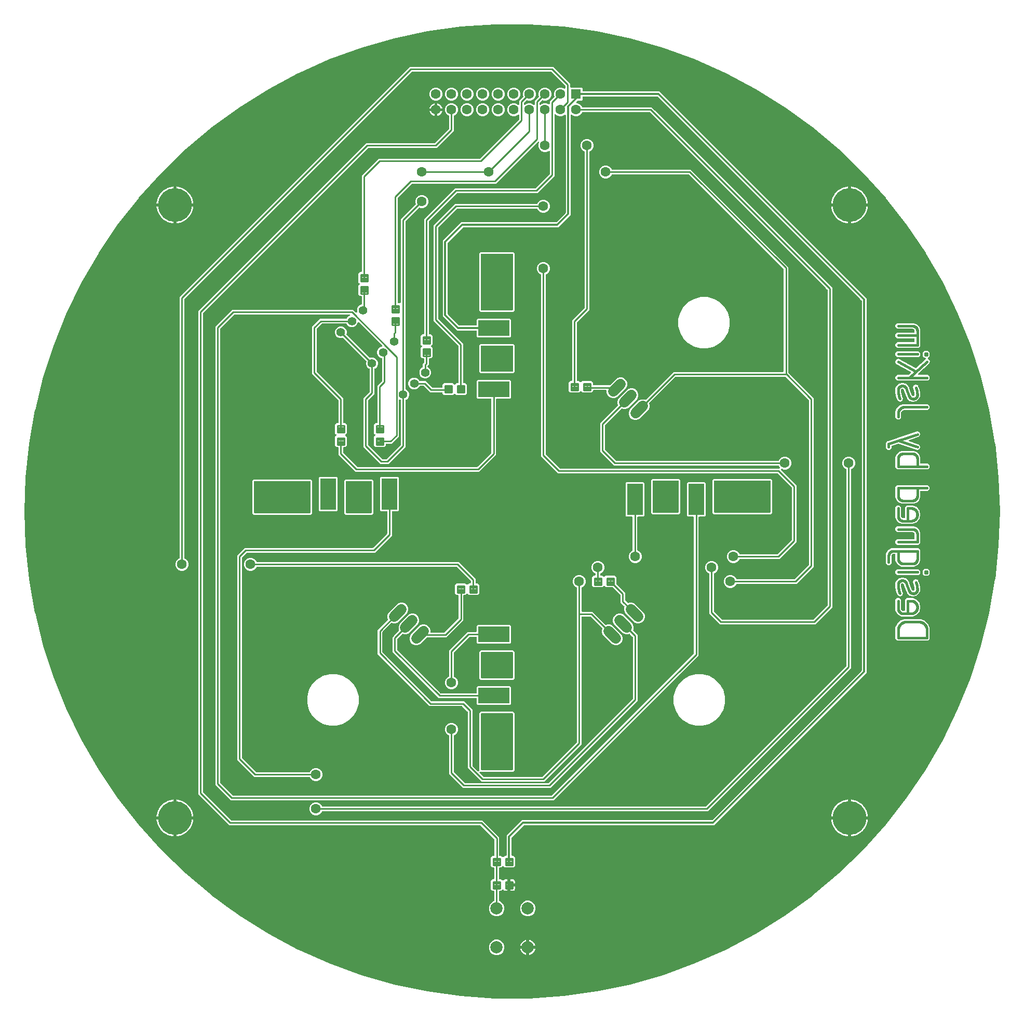
<source format=gbr>
G04 EAGLE Gerber RS-274X export*
G75*
%MOMM*%
%FSLAX34Y34*%
%LPD*%
%INBottom Copper*%
%IPPOS*%
%AMOC8*
5,1,8,0,0,1.08239X$1,22.5*%
G01*
%ADD10C,0.406400*%
%ADD11C,0.280000*%
%ADD12C,1.400000*%
%ADD13C,2.000000*%
%ADD14R,1.600000X1.600000*%
%ADD15C,1.600000*%
%ADD16C,1.676400*%
%ADD17R,2.540000X5.080000*%
%ADD18R,5.080000X2.540000*%
%ADD19C,0.300000*%
%ADD20C,0.254000*%
%ADD21C,5.500000*%

G36*
X827732Y5183D02*
X827732Y5183D01*
X827800Y5184D01*
X883088Y9050D01*
X883108Y9054D01*
X883176Y9059D01*
X938059Y16772D01*
X938080Y16778D01*
X938146Y16788D01*
X992358Y28311D01*
X992378Y28318D01*
X992444Y28332D01*
X1045720Y43609D01*
X1045739Y43617D01*
X1045804Y43636D01*
X1097884Y62592D01*
X1097903Y62602D01*
X1097967Y62625D01*
X1148598Y85168D01*
X1148616Y85179D01*
X1148677Y85206D01*
X1197613Y111226D01*
X1197630Y111238D01*
X1197690Y111270D01*
X1244691Y140640D01*
X1244707Y140653D01*
X1244764Y140689D01*
X1289602Y173266D01*
X1289617Y173281D01*
X1289672Y173321D01*
X1332128Y208946D01*
X1332143Y208961D01*
X1332194Y209005D01*
X1372062Y247505D01*
X1372075Y247521D01*
X1372123Y247569D01*
X1409208Y288756D01*
X1409221Y288773D01*
X1409265Y288824D01*
X1443387Y332497D01*
X1443398Y332516D01*
X1443439Y332569D01*
X1474431Y378516D01*
X1474441Y378535D01*
X1474478Y378592D01*
X1502189Y426589D01*
X1502198Y426609D01*
X1502231Y426667D01*
X1526527Y476481D01*
X1526534Y476501D01*
X1526563Y476562D01*
X1547324Y527949D01*
X1547330Y527970D01*
X1547355Y528032D01*
X1564481Y580742D01*
X1564485Y580763D01*
X1564506Y580828D01*
X1577914Y634604D01*
X1577916Y634625D01*
X1577932Y634691D01*
X1587556Y689271D01*
X1587557Y689293D01*
X1587569Y689359D01*
X1593362Y744478D01*
X1593361Y744500D01*
X1593363Y744511D01*
X1593366Y744531D01*
X1593366Y744542D01*
X1593368Y744567D01*
X1595302Y799956D01*
X1595300Y799977D01*
X1595302Y800044D01*
X1593368Y855433D01*
X1593365Y855454D01*
X1593362Y855522D01*
X1587569Y910641D01*
X1587564Y910662D01*
X1587556Y910729D01*
X1577932Y965309D01*
X1577926Y965330D01*
X1577914Y965396D01*
X1564506Y1019172D01*
X1564498Y1019192D01*
X1564481Y1019258D01*
X1547355Y1071968D01*
X1547346Y1071987D01*
X1547324Y1072051D01*
X1526563Y1123438D01*
X1526552Y1123457D01*
X1526527Y1123519D01*
X1502231Y1173333D01*
X1502219Y1173351D01*
X1502189Y1173411D01*
X1474478Y1221408D01*
X1474465Y1221425D01*
X1474431Y1221484D01*
X1443439Y1267431D01*
X1443425Y1267447D01*
X1443387Y1267503D01*
X1409265Y1311177D01*
X1409250Y1311192D01*
X1409208Y1311244D01*
X1372123Y1352432D01*
X1372107Y1352445D01*
X1372062Y1352495D01*
X1332194Y1390995D01*
X1332177Y1391008D01*
X1332128Y1391054D01*
X1289672Y1426679D01*
X1289654Y1426691D01*
X1289602Y1426734D01*
X1272458Y1439190D01*
X1253241Y1453152D01*
X1244764Y1459311D01*
X1244745Y1459321D01*
X1244691Y1459360D01*
X1197689Y1488730D01*
X1197670Y1488739D01*
X1197613Y1488774D01*
X1148677Y1514794D01*
X1148658Y1514801D01*
X1148598Y1514832D01*
X1097967Y1537375D01*
X1097946Y1537381D01*
X1097884Y1537408D01*
X1045804Y1556364D01*
X1045783Y1556368D01*
X1045720Y1556391D01*
X992444Y1571668D01*
X992423Y1571671D01*
X992358Y1571689D01*
X938146Y1583212D01*
X938125Y1583214D01*
X938059Y1583228D01*
X883176Y1590941D01*
X883154Y1590941D01*
X883088Y1590950D01*
X827800Y1594816D01*
X827779Y1594815D01*
X827711Y1594819D01*
X772289Y1594819D01*
X772268Y1594817D01*
X772200Y1594816D01*
X716912Y1590950D01*
X716892Y1590946D01*
X716824Y1590941D01*
X661941Y1583228D01*
X661920Y1583222D01*
X661854Y1583212D01*
X607642Y1571689D01*
X607622Y1571682D01*
X607556Y1571668D01*
X554280Y1556391D01*
X554261Y1556383D01*
X554196Y1556364D01*
X502116Y1537408D01*
X502097Y1537398D01*
X502033Y1537375D01*
X451402Y1514832D01*
X451384Y1514821D01*
X451323Y1514794D01*
X402387Y1488774D01*
X402370Y1488762D01*
X402310Y1488730D01*
X355309Y1459360D01*
X355293Y1459347D01*
X355236Y1459311D01*
X310398Y1426734D01*
X310383Y1426719D01*
X310328Y1426679D01*
X267872Y1391054D01*
X267857Y1391039D01*
X267806Y1390995D01*
X227938Y1352495D01*
X227925Y1352479D01*
X227877Y1352431D01*
X190792Y1311244D01*
X190779Y1311227D01*
X190735Y1311176D01*
X156613Y1267503D01*
X156602Y1267484D01*
X156561Y1267431D01*
X125569Y1221484D01*
X125559Y1221465D01*
X125522Y1221408D01*
X97811Y1173411D01*
X97802Y1173391D01*
X97769Y1173333D01*
X73473Y1123519D01*
X73466Y1123499D01*
X73437Y1123438D01*
X52676Y1072051D01*
X52670Y1072030D01*
X52645Y1071968D01*
X52572Y1071744D01*
X52572Y1071743D01*
X35519Y1019258D01*
X35515Y1019237D01*
X35494Y1019172D01*
X22086Y965396D01*
X22084Y965375D01*
X22068Y965309D01*
X12444Y910729D01*
X12443Y910707D01*
X12431Y910641D01*
X6638Y855522D01*
X6639Y855500D01*
X6632Y855433D01*
X4698Y800044D01*
X4700Y800023D01*
X4698Y799956D01*
X6632Y744567D01*
X6635Y744546D01*
X6638Y744478D01*
X12431Y689359D01*
X12436Y689338D01*
X12444Y689271D01*
X22068Y634691D01*
X22074Y634670D01*
X22086Y634604D01*
X35494Y580828D01*
X35502Y580808D01*
X35519Y580742D01*
X52645Y528032D01*
X52654Y528013D01*
X52676Y527949D01*
X73437Y476562D01*
X73448Y476543D01*
X73473Y476481D01*
X97769Y426667D01*
X97781Y426649D01*
X97811Y426589D01*
X125522Y378592D01*
X125535Y378574D01*
X125569Y378516D01*
X156561Y332569D01*
X156575Y332553D01*
X156613Y332497D01*
X190735Y288824D01*
X190750Y288808D01*
X190792Y288756D01*
X227877Y247569D01*
X227893Y247555D01*
X227938Y247505D01*
X267806Y209005D01*
X267823Y208992D01*
X267872Y208946D01*
X310328Y173321D01*
X310346Y173309D01*
X310398Y173266D01*
X317800Y167888D01*
X335270Y155195D01*
X354487Y141234D01*
X355236Y140689D01*
X355255Y140679D01*
X355309Y140640D01*
X402311Y111270D01*
X402330Y111261D01*
X402387Y111226D01*
X451323Y85206D01*
X451342Y85199D01*
X451402Y85168D01*
X502033Y62625D01*
X502054Y62619D01*
X502116Y62592D01*
X554196Y43636D01*
X554217Y43632D01*
X554280Y43609D01*
X607556Y28332D01*
X607577Y28329D01*
X607642Y28311D01*
X661854Y16788D01*
X661875Y16786D01*
X661941Y16772D01*
X716824Y9059D01*
X716846Y9059D01*
X716912Y9050D01*
X772200Y5184D01*
X772221Y5185D01*
X772289Y5181D01*
X827711Y5181D01*
X827732Y5183D01*
G37*
%LPC*%
G36*
X772205Y139859D02*
X772205Y139859D01*
X767596Y141768D01*
X764068Y145296D01*
X762159Y149905D01*
X762159Y154895D01*
X764068Y159504D01*
X767596Y163032D01*
X770106Y164071D01*
X770131Y164086D01*
X770159Y164095D01*
X770269Y164164D01*
X770382Y164229D01*
X770403Y164249D01*
X770428Y164265D01*
X770517Y164360D01*
X770610Y164450D01*
X770626Y164475D01*
X770646Y164496D01*
X770709Y164610D01*
X770777Y164721D01*
X770785Y164749D01*
X770800Y164775D01*
X770832Y164901D01*
X770870Y165025D01*
X770872Y165054D01*
X770879Y165083D01*
X770889Y165244D01*
X770889Y179690D01*
X770874Y179808D01*
X770867Y179927D01*
X770854Y179965D01*
X770849Y180006D01*
X770806Y180116D01*
X770769Y180229D01*
X770747Y180264D01*
X770732Y180301D01*
X770663Y180397D01*
X770599Y180498D01*
X770569Y180526D01*
X770546Y180559D01*
X770454Y180635D01*
X770367Y180716D01*
X770332Y180736D01*
X770301Y180761D01*
X770193Y180812D01*
X770089Y180870D01*
X770049Y180880D01*
X770013Y180897D01*
X769896Y180919D01*
X769781Y180949D01*
X769721Y180953D01*
X769701Y180957D01*
X769680Y180955D01*
X769620Y180959D01*
X767468Y180959D01*
X765159Y183268D01*
X765159Y197732D01*
X767468Y200041D01*
X769620Y200041D01*
X769738Y200056D01*
X769857Y200063D01*
X769895Y200076D01*
X769936Y200081D01*
X770046Y200124D01*
X770159Y200161D01*
X770194Y200183D01*
X770231Y200198D01*
X770327Y200267D01*
X770428Y200331D01*
X770456Y200361D01*
X770489Y200384D01*
X770565Y200476D01*
X770646Y200563D01*
X770666Y200598D01*
X770691Y200629D01*
X770742Y200737D01*
X770800Y200841D01*
X770810Y200881D01*
X770827Y200917D01*
X770849Y201034D01*
X770879Y201149D01*
X770883Y201209D01*
X770887Y201229D01*
X770885Y201250D01*
X770889Y201310D01*
X770889Y217790D01*
X770874Y217908D01*
X770867Y218027D01*
X770854Y218065D01*
X770849Y218106D01*
X770806Y218216D01*
X770769Y218329D01*
X770747Y218364D01*
X770732Y218401D01*
X770663Y218497D01*
X770599Y218598D01*
X770569Y218626D01*
X770546Y218659D01*
X770454Y218735D01*
X770367Y218816D01*
X770332Y218836D01*
X770301Y218861D01*
X770193Y218912D01*
X770089Y218970D01*
X770049Y218980D01*
X770013Y218997D01*
X769896Y219019D01*
X769781Y219049D01*
X769721Y219053D01*
X769701Y219057D01*
X769680Y219055D01*
X769620Y219059D01*
X767598Y219059D01*
X765289Y221368D01*
X765289Y235832D01*
X767598Y238141D01*
X769750Y238141D01*
X769868Y238156D01*
X769987Y238163D01*
X770025Y238176D01*
X770066Y238181D01*
X770176Y238224D01*
X770289Y238261D01*
X770324Y238283D01*
X770361Y238298D01*
X770457Y238367D01*
X770558Y238431D01*
X770586Y238461D01*
X770619Y238484D01*
X770695Y238576D01*
X770776Y238663D01*
X770796Y238698D01*
X770821Y238729D01*
X770872Y238837D01*
X770930Y238941D01*
X770940Y238981D01*
X770957Y239017D01*
X770979Y239134D01*
X771009Y239249D01*
X771013Y239309D01*
X771017Y239329D01*
X771015Y239350D01*
X771019Y239410D01*
X771019Y264596D01*
X771007Y264694D01*
X771004Y264793D01*
X770987Y264851D01*
X770979Y264911D01*
X770943Y265003D01*
X770915Y265099D01*
X770885Y265151D01*
X770862Y265207D01*
X770804Y265287D01*
X770754Y265372D01*
X770688Y265448D01*
X770676Y265464D01*
X770666Y265472D01*
X770648Y265493D01*
X748223Y287918D01*
X748145Y287978D01*
X748073Y288046D01*
X748020Y288075D01*
X747972Y288112D01*
X747881Y288152D01*
X747794Y288200D01*
X747736Y288215D01*
X747680Y288239D01*
X747582Y288254D01*
X747486Y288279D01*
X747386Y288285D01*
X747366Y288289D01*
X747354Y288287D01*
X747326Y288289D01*
X338782Y288289D01*
X336178Y290893D01*
X290893Y336178D01*
X288289Y338782D01*
X288289Y1126798D01*
X562302Y1400811D01*
X673536Y1400811D01*
X673634Y1400823D01*
X673733Y1400826D01*
X673791Y1400843D01*
X673851Y1400851D01*
X673943Y1400887D01*
X674039Y1400915D01*
X674091Y1400945D01*
X674147Y1400968D01*
X674227Y1401026D01*
X674312Y1401076D01*
X674388Y1401142D01*
X674404Y1401154D01*
X674412Y1401164D01*
X674433Y1401182D01*
X696858Y1423607D01*
X696918Y1423685D01*
X696986Y1423757D01*
X697015Y1423810D01*
X697052Y1423858D01*
X697092Y1423949D01*
X697140Y1424036D01*
X697155Y1424094D01*
X697179Y1424150D01*
X697194Y1424248D01*
X697219Y1424344D01*
X697225Y1424444D01*
X697229Y1424464D01*
X697227Y1424476D01*
X697229Y1424504D01*
X697229Y1444741D01*
X697226Y1444770D01*
X697228Y1444800D01*
X697206Y1444928D01*
X697189Y1445057D01*
X697179Y1445084D01*
X697174Y1445113D01*
X697120Y1445232D01*
X697072Y1445352D01*
X697055Y1445376D01*
X697043Y1445403D01*
X696962Y1445505D01*
X696886Y1445610D01*
X696863Y1445629D01*
X696844Y1445652D01*
X696741Y1445730D01*
X696641Y1445813D01*
X696614Y1445825D01*
X696590Y1445843D01*
X696446Y1445914D01*
X695069Y1446484D01*
X692104Y1449449D01*
X690499Y1453323D01*
X690499Y1457517D01*
X692104Y1461391D01*
X695069Y1464356D01*
X698943Y1465961D01*
X703137Y1465961D01*
X707011Y1464356D01*
X709976Y1461391D01*
X711581Y1457517D01*
X711581Y1453323D01*
X709976Y1449449D01*
X707011Y1446484D01*
X705634Y1445914D01*
X705609Y1445899D01*
X705581Y1445890D01*
X705471Y1445821D01*
X705358Y1445756D01*
X705337Y1445736D01*
X705312Y1445720D01*
X705223Y1445625D01*
X705130Y1445535D01*
X705114Y1445510D01*
X705094Y1445488D01*
X705031Y1445374D01*
X704963Y1445264D01*
X704955Y1445236D01*
X704940Y1445210D01*
X704908Y1445084D01*
X704870Y1444960D01*
X704868Y1444930D01*
X704861Y1444902D01*
X704851Y1444741D01*
X704851Y1420822D01*
X677218Y1393189D01*
X565984Y1393189D01*
X565886Y1393177D01*
X565787Y1393174D01*
X565729Y1393157D01*
X565669Y1393149D01*
X565577Y1393113D01*
X565481Y1393085D01*
X565429Y1393055D01*
X565373Y1393032D01*
X565293Y1392974D01*
X565208Y1392924D01*
X565132Y1392858D01*
X565116Y1392846D01*
X565108Y1392836D01*
X565087Y1392818D01*
X296282Y1124013D01*
X296222Y1123935D01*
X296154Y1123863D01*
X296125Y1123810D01*
X296088Y1123762D01*
X296048Y1123671D01*
X296000Y1123584D01*
X295985Y1123526D01*
X295961Y1123470D01*
X295946Y1123372D01*
X295921Y1123276D01*
X295915Y1123176D01*
X295911Y1123156D01*
X295913Y1123144D01*
X295911Y1123116D01*
X295911Y342464D01*
X295923Y342366D01*
X295926Y342267D01*
X295943Y342209D01*
X295951Y342149D01*
X295987Y342057D01*
X296015Y341961D01*
X296045Y341909D01*
X296068Y341853D01*
X296126Y341773D01*
X296176Y341688D01*
X296242Y341612D01*
X296254Y341596D01*
X296264Y341588D01*
X296282Y341567D01*
X341567Y296282D01*
X341645Y296222D01*
X341717Y296154D01*
X341770Y296125D01*
X341818Y296088D01*
X341909Y296048D01*
X341996Y296000D01*
X342054Y295985D01*
X342110Y295961D01*
X342208Y295946D01*
X342303Y295921D01*
X342404Y295915D01*
X342424Y295911D01*
X342436Y295913D01*
X342464Y295911D01*
X751008Y295911D01*
X778641Y268278D01*
X778641Y239410D01*
X778656Y239292D01*
X778663Y239173D01*
X778676Y239135D01*
X778681Y239094D01*
X778724Y238984D01*
X778761Y238871D01*
X778783Y238836D01*
X778798Y238799D01*
X778867Y238703D01*
X778931Y238602D01*
X778961Y238574D01*
X778984Y238541D01*
X779076Y238465D01*
X779163Y238384D01*
X779198Y238364D01*
X779229Y238339D01*
X779337Y238288D01*
X779441Y238230D01*
X779481Y238220D01*
X779517Y238203D01*
X779634Y238181D01*
X779749Y238151D01*
X779809Y238147D01*
X779829Y238143D01*
X779850Y238145D01*
X779910Y238141D01*
X782062Y238141D01*
X784028Y236176D01*
X784122Y236102D01*
X784211Y236024D01*
X784247Y236005D01*
X784279Y235981D01*
X784388Y235933D01*
X784494Y235879D01*
X784533Y235870D01*
X784571Y235854D01*
X784688Y235836D01*
X784804Y235810D01*
X784845Y235811D01*
X784885Y235804D01*
X785003Y235816D01*
X785122Y235819D01*
X785161Y235830D01*
X785201Y235834D01*
X785313Y235875D01*
X785428Y235908D01*
X785463Y235928D01*
X785501Y235942D01*
X785599Y236009D01*
X785702Y236069D01*
X785747Y236109D01*
X785764Y236120D01*
X785777Y236136D01*
X785823Y236176D01*
X787788Y238141D01*
X789710Y238141D01*
X789828Y238156D01*
X789947Y238163D01*
X789985Y238176D01*
X790026Y238181D01*
X790136Y238224D01*
X790249Y238261D01*
X790284Y238283D01*
X790321Y238298D01*
X790417Y238367D01*
X790518Y238431D01*
X790546Y238461D01*
X790579Y238484D01*
X790655Y238576D01*
X790736Y238663D01*
X790756Y238698D01*
X790781Y238729D01*
X790832Y238837D01*
X790890Y238941D01*
X790900Y238981D01*
X790917Y239017D01*
X790939Y239134D01*
X790969Y239249D01*
X790973Y239309D01*
X790977Y239329D01*
X790975Y239350D01*
X790979Y239410D01*
X790979Y270914D01*
X816206Y296141D01*
X1125561Y296141D01*
X1125659Y296153D01*
X1125758Y296156D01*
X1125816Y296173D01*
X1125876Y296181D01*
X1125968Y296217D01*
X1126063Y296245D01*
X1126115Y296275D01*
X1126172Y296298D01*
X1126252Y296356D01*
X1126337Y296406D01*
X1126413Y296472D01*
X1126429Y296484D01*
X1126437Y296494D01*
X1126458Y296512D01*
X1369728Y539782D01*
X1369788Y539860D01*
X1369856Y539932D01*
X1369885Y539985D01*
X1369922Y540033D01*
X1369962Y540124D01*
X1370010Y540211D01*
X1370025Y540269D01*
X1370049Y540325D01*
X1370064Y540423D01*
X1370089Y540519D01*
X1370095Y540619D01*
X1370099Y540639D01*
X1370097Y540651D01*
X1370099Y540679D01*
X1370099Y1143341D01*
X1370087Y1143439D01*
X1370084Y1143538D01*
X1370067Y1143596D01*
X1370059Y1143656D01*
X1370023Y1143748D01*
X1369995Y1143843D01*
X1369965Y1143895D01*
X1369942Y1143952D01*
X1369884Y1144032D01*
X1369834Y1144117D01*
X1369768Y1144193D01*
X1369756Y1144209D01*
X1369746Y1144217D01*
X1369728Y1144238D01*
X1037558Y1476408D01*
X1037480Y1476468D01*
X1037408Y1476536D01*
X1037355Y1476565D01*
X1037307Y1476602D01*
X1037216Y1476642D01*
X1037129Y1476690D01*
X1037071Y1476705D01*
X1037015Y1476729D01*
X1036917Y1476744D01*
X1036821Y1476769D01*
X1036721Y1476775D01*
X1036701Y1476779D01*
X1036689Y1476777D01*
X1036661Y1476779D01*
X916050Y1476779D01*
X915932Y1476764D01*
X915813Y1476757D01*
X915775Y1476744D01*
X915734Y1476739D01*
X915624Y1476696D01*
X915511Y1476659D01*
X915476Y1476637D01*
X915439Y1476622D01*
X915343Y1476553D01*
X915242Y1476489D01*
X915214Y1476459D01*
X915181Y1476436D01*
X915105Y1476344D01*
X915024Y1476257D01*
X915004Y1476222D01*
X914979Y1476191D01*
X914928Y1476083D01*
X914870Y1475979D01*
X914860Y1475939D01*
X914843Y1475903D01*
X914821Y1475786D01*
X914791Y1475671D01*
X914787Y1475611D01*
X914783Y1475591D01*
X914785Y1475570D01*
X914781Y1475510D01*
X914781Y1471768D01*
X913292Y1470279D01*
X907559Y1470279D01*
X907461Y1470267D01*
X907362Y1470264D01*
X907304Y1470247D01*
X907244Y1470239D01*
X907152Y1470203D01*
X907057Y1470175D01*
X907005Y1470145D01*
X906948Y1470122D01*
X906868Y1470064D01*
X906783Y1470014D01*
X906707Y1469948D01*
X906691Y1469936D01*
X906683Y1469926D01*
X906662Y1469908D01*
X904882Y1468127D01*
X904797Y1468018D01*
X904708Y1467911D01*
X904699Y1467892D01*
X904687Y1467876D01*
X904632Y1467748D01*
X904573Y1467623D01*
X904569Y1467603D01*
X904561Y1467584D01*
X904539Y1467446D01*
X904513Y1467310D01*
X904514Y1467290D01*
X904511Y1467270D01*
X904524Y1467131D01*
X904532Y1466993D01*
X904539Y1466974D01*
X904541Y1466954D01*
X904588Y1466822D01*
X904631Y1466691D01*
X904641Y1466673D01*
X904648Y1466654D01*
X904726Y1466539D01*
X904801Y1466422D01*
X904815Y1466408D01*
X904827Y1466391D01*
X904931Y1466299D01*
X905032Y1466204D01*
X905050Y1466194D01*
X905065Y1466181D01*
X905189Y1466117D01*
X905311Y1466050D01*
X905330Y1466045D01*
X905348Y1466036D01*
X905484Y1466006D01*
X905619Y1465971D01*
X905647Y1465969D01*
X905659Y1465966D01*
X905679Y1465967D01*
X905779Y1465961D01*
X906337Y1465961D01*
X910211Y1464356D01*
X913176Y1461391D01*
X913746Y1460014D01*
X913761Y1459989D01*
X913770Y1459961D01*
X913839Y1459851D01*
X913904Y1459738D01*
X913924Y1459717D01*
X913940Y1459692D01*
X914035Y1459603D01*
X914125Y1459510D01*
X914150Y1459494D01*
X914172Y1459474D01*
X914286Y1459411D01*
X914396Y1459343D01*
X914424Y1459335D01*
X914450Y1459320D01*
X914576Y1459288D01*
X914700Y1459250D01*
X914730Y1459248D01*
X914758Y1459241D01*
X914919Y1459231D01*
X1027738Y1459231D01*
X1030342Y1456627D01*
X1319467Y1167502D01*
X1322071Y1164898D01*
X1322071Y643582D01*
X1294438Y615949D01*
X1138882Y615949D01*
X1121409Y633422D01*
X1121409Y697981D01*
X1121406Y698010D01*
X1121408Y698040D01*
X1121386Y698168D01*
X1121369Y698297D01*
X1121359Y698324D01*
X1121354Y698353D01*
X1121300Y698472D01*
X1121252Y698592D01*
X1121235Y698616D01*
X1121223Y698643D01*
X1121142Y698745D01*
X1121066Y698850D01*
X1121043Y698869D01*
X1121024Y698892D01*
X1120921Y698970D01*
X1120821Y699053D01*
X1120794Y699065D01*
X1120770Y699083D01*
X1120626Y699154D01*
X1119249Y699724D01*
X1116284Y702689D01*
X1114679Y706563D01*
X1114679Y710757D01*
X1116284Y714631D01*
X1119249Y717596D01*
X1123123Y719201D01*
X1127317Y719201D01*
X1131191Y717596D01*
X1134156Y714631D01*
X1135761Y710757D01*
X1135761Y706563D01*
X1134156Y702689D01*
X1131191Y699724D01*
X1129814Y699154D01*
X1129789Y699139D01*
X1129761Y699130D01*
X1129651Y699061D01*
X1129538Y698996D01*
X1129517Y698976D01*
X1129492Y698960D01*
X1129403Y698865D01*
X1129310Y698775D01*
X1129294Y698750D01*
X1129274Y698728D01*
X1129211Y698614D01*
X1129143Y698504D01*
X1129135Y698476D01*
X1129120Y698450D01*
X1129088Y698324D01*
X1129050Y698200D01*
X1129048Y698170D01*
X1129041Y698142D01*
X1129031Y697981D01*
X1129031Y637104D01*
X1129043Y637006D01*
X1129046Y636907D01*
X1129063Y636849D01*
X1129071Y636789D01*
X1129107Y636697D01*
X1129135Y636601D01*
X1129165Y636549D01*
X1129188Y636493D01*
X1129246Y636413D01*
X1129296Y636328D01*
X1129362Y636252D01*
X1129374Y636236D01*
X1129384Y636228D01*
X1129402Y636207D01*
X1141667Y623942D01*
X1141745Y623882D01*
X1141817Y623814D01*
X1141870Y623785D01*
X1141918Y623748D01*
X1142009Y623708D01*
X1142096Y623660D01*
X1142154Y623645D01*
X1142210Y623621D01*
X1142308Y623606D01*
X1142404Y623581D01*
X1142504Y623575D01*
X1142524Y623571D01*
X1142536Y623573D01*
X1142564Y623571D01*
X1290756Y623571D01*
X1290854Y623583D01*
X1290953Y623586D01*
X1291011Y623603D01*
X1291071Y623611D01*
X1291163Y623647D01*
X1291259Y623675D01*
X1291311Y623705D01*
X1291367Y623728D01*
X1291447Y623786D01*
X1291532Y623836D01*
X1291608Y623902D01*
X1291624Y623914D01*
X1291632Y623924D01*
X1291653Y623942D01*
X1314078Y646367D01*
X1314138Y646445D01*
X1314206Y646517D01*
X1314235Y646570D01*
X1314272Y646618D01*
X1314312Y646709D01*
X1314360Y646796D01*
X1314375Y646854D01*
X1314399Y646910D01*
X1314414Y647008D01*
X1314439Y647104D01*
X1314445Y647204D01*
X1314449Y647224D01*
X1314447Y647236D01*
X1314449Y647264D01*
X1314449Y1161216D01*
X1314437Y1161314D01*
X1314434Y1161413D01*
X1314417Y1161471D01*
X1314409Y1161531D01*
X1314373Y1161623D01*
X1314345Y1161719D01*
X1314315Y1161771D01*
X1314292Y1161827D01*
X1314234Y1161907D01*
X1314184Y1161992D01*
X1314118Y1162068D01*
X1314106Y1162084D01*
X1314096Y1162092D01*
X1314078Y1162113D01*
X1024953Y1451238D01*
X1024875Y1451298D01*
X1024803Y1451366D01*
X1024750Y1451395D01*
X1024702Y1451432D01*
X1024611Y1451472D01*
X1024524Y1451520D01*
X1024466Y1451535D01*
X1024410Y1451559D01*
X1024312Y1451574D01*
X1024217Y1451599D01*
X1024116Y1451605D01*
X1024096Y1451609D01*
X1024084Y1451607D01*
X1024056Y1451609D01*
X914919Y1451609D01*
X914890Y1451606D01*
X914860Y1451608D01*
X914732Y1451586D01*
X914603Y1451569D01*
X914576Y1451559D01*
X914547Y1451554D01*
X914428Y1451500D01*
X914308Y1451452D01*
X914284Y1451435D01*
X914257Y1451423D01*
X914155Y1451342D01*
X914050Y1451266D01*
X914031Y1451243D01*
X914008Y1451224D01*
X913930Y1451121D01*
X913847Y1451021D01*
X913835Y1450994D01*
X913817Y1450970D01*
X913746Y1450826D01*
X913176Y1449449D01*
X910211Y1446484D01*
X906337Y1444879D01*
X902143Y1444879D01*
X898269Y1446484D01*
X897747Y1447006D01*
X897638Y1447091D01*
X897531Y1447180D01*
X897512Y1447188D01*
X897496Y1447201D01*
X897368Y1447256D01*
X897243Y1447315D01*
X897223Y1447319D01*
X897204Y1447327D01*
X897066Y1447349D01*
X896930Y1447375D01*
X896910Y1447374D01*
X896890Y1447377D01*
X896751Y1447364D01*
X896613Y1447355D01*
X896594Y1447349D01*
X896574Y1447347D01*
X896443Y1447300D01*
X896311Y1447257D01*
X896293Y1447246D01*
X896274Y1447239D01*
X896160Y1447161D01*
X896042Y1447087D01*
X896028Y1447072D01*
X896011Y1447061D01*
X895919Y1446957D01*
X895824Y1446855D01*
X895814Y1446838D01*
X895801Y1446822D01*
X895738Y1446699D01*
X895670Y1446577D01*
X895665Y1446557D01*
X895656Y1446539D01*
X895626Y1446403D01*
X895591Y1446269D01*
X895589Y1446241D01*
X895586Y1446229D01*
X895587Y1446208D01*
X895581Y1446108D01*
X895581Y1283566D01*
X892842Y1280828D01*
X878172Y1266158D01*
X875434Y1263419D01*
X721019Y1263419D01*
X720921Y1263407D01*
X720822Y1263404D01*
X720764Y1263387D01*
X720704Y1263379D01*
X720612Y1263343D01*
X720517Y1263315D01*
X720465Y1263285D01*
X720408Y1263262D01*
X720328Y1263204D01*
X720243Y1263154D01*
X720167Y1263088D01*
X720151Y1263076D01*
X720143Y1263066D01*
X720122Y1263048D01*
X695292Y1238218D01*
X695232Y1238140D01*
X695164Y1238068D01*
X695135Y1238015D01*
X695098Y1237967D01*
X695058Y1237876D01*
X695010Y1237789D01*
X694995Y1237731D01*
X694971Y1237675D01*
X694956Y1237577D01*
X694931Y1237481D01*
X694925Y1237381D01*
X694921Y1237361D01*
X694923Y1237349D01*
X694921Y1237321D01*
X694921Y1122339D01*
X694933Y1122241D01*
X694936Y1122142D01*
X694953Y1122084D01*
X694961Y1122024D01*
X694997Y1121932D01*
X695025Y1121837D01*
X695055Y1121785D01*
X695078Y1121728D01*
X695136Y1121648D01*
X695186Y1121563D01*
X695252Y1121487D01*
X695264Y1121471D01*
X695274Y1121463D01*
X695292Y1121442D01*
X713022Y1103712D01*
X713100Y1103652D01*
X713172Y1103584D01*
X713225Y1103555D01*
X713273Y1103518D01*
X713364Y1103478D01*
X713451Y1103430D01*
X713509Y1103415D01*
X713565Y1103391D01*
X713663Y1103376D01*
X713759Y1103351D01*
X713859Y1103345D01*
X713879Y1103341D01*
X713891Y1103343D01*
X713919Y1103341D01*
X740890Y1103341D01*
X741008Y1103356D01*
X741127Y1103363D01*
X741165Y1103376D01*
X741206Y1103381D01*
X741316Y1103424D01*
X741429Y1103461D01*
X741464Y1103483D01*
X741501Y1103498D01*
X741597Y1103567D01*
X741698Y1103631D01*
X741726Y1103661D01*
X741759Y1103684D01*
X741835Y1103776D01*
X741916Y1103863D01*
X741936Y1103898D01*
X741961Y1103929D01*
X742012Y1104037D01*
X742070Y1104141D01*
X742080Y1104181D01*
X742097Y1104217D01*
X742119Y1104334D01*
X742149Y1104449D01*
X742153Y1104509D01*
X742157Y1104529D01*
X742155Y1104550D01*
X742159Y1104610D01*
X742159Y1113052D01*
X743648Y1114541D01*
X796552Y1114541D01*
X798041Y1113052D01*
X798041Y1085548D01*
X796552Y1084059D01*
X743648Y1084059D01*
X742159Y1085548D01*
X742159Y1093990D01*
X742144Y1094108D01*
X742137Y1094227D01*
X742124Y1094265D01*
X742119Y1094306D01*
X742076Y1094416D01*
X742039Y1094529D01*
X742017Y1094564D01*
X742002Y1094601D01*
X741933Y1094697D01*
X741869Y1094798D01*
X741839Y1094826D01*
X741816Y1094859D01*
X741724Y1094935D01*
X741637Y1095016D01*
X741602Y1095036D01*
X741571Y1095061D01*
X741463Y1095112D01*
X741359Y1095170D01*
X741319Y1095180D01*
X741283Y1095197D01*
X741166Y1095219D01*
X741051Y1095249D01*
X740991Y1095253D01*
X740971Y1095257D01*
X740950Y1095255D01*
X740890Y1095259D01*
X710046Y1095259D01*
X686839Y1118466D01*
X686839Y1241194D01*
X717146Y1271501D01*
X871561Y1271501D01*
X871659Y1271513D01*
X871758Y1271516D01*
X871816Y1271533D01*
X871876Y1271541D01*
X871968Y1271577D01*
X872063Y1271605D01*
X872115Y1271635D01*
X872172Y1271658D01*
X872252Y1271716D01*
X872337Y1271766D01*
X872413Y1271832D01*
X872429Y1271844D01*
X872437Y1271854D01*
X872458Y1271872D01*
X887128Y1286542D01*
X887188Y1286620D01*
X887256Y1286692D01*
X887285Y1286745D01*
X887322Y1286793D01*
X887362Y1286884D01*
X887410Y1286971D01*
X887425Y1287029D01*
X887449Y1287085D01*
X887464Y1287183D01*
X887489Y1287279D01*
X887495Y1287379D01*
X887499Y1287399D01*
X887497Y1287411D01*
X887499Y1287439D01*
X887499Y1446108D01*
X887482Y1446246D01*
X887469Y1446385D01*
X887462Y1446404D01*
X887459Y1446424D01*
X887408Y1446553D01*
X887361Y1446684D01*
X887350Y1446701D01*
X887342Y1446719D01*
X887261Y1446832D01*
X887183Y1446947D01*
X887167Y1446960D01*
X887156Y1446977D01*
X887048Y1447066D01*
X886944Y1447157D01*
X886926Y1447167D01*
X886911Y1447180D01*
X886785Y1447239D01*
X886661Y1447302D01*
X886641Y1447306D01*
X886623Y1447315D01*
X886486Y1447341D01*
X886351Y1447372D01*
X886330Y1447371D01*
X886311Y1447375D01*
X886172Y1447366D01*
X886033Y1447362D01*
X886013Y1447356D01*
X885993Y1447355D01*
X885861Y1447312D01*
X885727Y1447274D01*
X885710Y1447263D01*
X885691Y1447257D01*
X885573Y1447183D01*
X885453Y1447112D01*
X885432Y1447094D01*
X885422Y1447087D01*
X885408Y1447072D01*
X885333Y1447006D01*
X884811Y1446484D01*
X880937Y1444879D01*
X876743Y1444879D01*
X872869Y1446484D01*
X871227Y1448126D01*
X871118Y1448211D01*
X871011Y1448300D01*
X870992Y1448308D01*
X870976Y1448321D01*
X870848Y1448376D01*
X870723Y1448435D01*
X870703Y1448439D01*
X870684Y1448447D01*
X870546Y1448469D01*
X870410Y1448495D01*
X870390Y1448494D01*
X870370Y1448497D01*
X870231Y1448484D01*
X870093Y1448475D01*
X870074Y1448469D01*
X870054Y1448467D01*
X869922Y1448420D01*
X869791Y1448377D01*
X869773Y1448366D01*
X869754Y1448359D01*
X869639Y1448281D01*
X869522Y1448207D01*
X869508Y1448192D01*
X869491Y1448181D01*
X869399Y1448077D01*
X869304Y1447975D01*
X869294Y1447958D01*
X869281Y1447942D01*
X869217Y1447818D01*
X869150Y1447697D01*
X869145Y1447677D01*
X869136Y1447659D01*
X869106Y1447523D01*
X869071Y1447389D01*
X869069Y1447361D01*
X869066Y1447349D01*
X869067Y1447328D01*
X869061Y1447228D01*
X869061Y1347162D01*
X841428Y1319529D01*
X710764Y1319529D01*
X710666Y1319517D01*
X710567Y1319514D01*
X710509Y1319497D01*
X710449Y1319489D01*
X710357Y1319453D01*
X710261Y1319425D01*
X710209Y1319395D01*
X710153Y1319372D01*
X710073Y1319314D01*
X709988Y1319264D01*
X709912Y1319198D01*
X709896Y1319186D01*
X709888Y1319176D01*
X709867Y1319158D01*
X664582Y1273873D01*
X664522Y1273795D01*
X664454Y1273723D01*
X664425Y1273670D01*
X664388Y1273622D01*
X664348Y1273531D01*
X664300Y1273444D01*
X664285Y1273386D01*
X664261Y1273330D01*
X664246Y1273232D01*
X664221Y1273136D01*
X664215Y1273036D01*
X664211Y1273016D01*
X664213Y1273004D01*
X664211Y1272976D01*
X664211Y1090310D01*
X664226Y1090192D01*
X664233Y1090073D01*
X664246Y1090035D01*
X664251Y1089994D01*
X664294Y1089884D01*
X664331Y1089771D01*
X664353Y1089736D01*
X664368Y1089699D01*
X664437Y1089603D01*
X664501Y1089502D01*
X664531Y1089474D01*
X664554Y1089441D01*
X664646Y1089365D01*
X664733Y1089284D01*
X664768Y1089264D01*
X664799Y1089239D01*
X664907Y1089188D01*
X665011Y1089130D01*
X665051Y1089120D01*
X665087Y1089103D01*
X665204Y1089081D01*
X665319Y1089051D01*
X665379Y1089047D01*
X665399Y1089043D01*
X665420Y1089045D01*
X665480Y1089041D01*
X667632Y1089041D01*
X669941Y1086732D01*
X669941Y1072268D01*
X667976Y1070303D01*
X667902Y1070208D01*
X667824Y1070119D01*
X667805Y1070083D01*
X667781Y1070051D01*
X667733Y1069942D01*
X667679Y1069836D01*
X667670Y1069797D01*
X667654Y1069759D01*
X667636Y1069642D01*
X667610Y1069526D01*
X667611Y1069485D01*
X667604Y1069445D01*
X667616Y1069326D01*
X667619Y1069208D01*
X667630Y1069169D01*
X667634Y1069129D01*
X667675Y1069016D01*
X667708Y1068902D01*
X667728Y1068868D01*
X667742Y1068829D01*
X667809Y1068731D01*
X667869Y1068628D01*
X667909Y1068583D01*
X667920Y1068566D01*
X667936Y1068553D01*
X667976Y1068508D01*
X669941Y1066542D01*
X669941Y1052078D01*
X667632Y1049769D01*
X665480Y1049769D01*
X665362Y1049754D01*
X665243Y1049747D01*
X665205Y1049734D01*
X665164Y1049729D01*
X665054Y1049686D01*
X664941Y1049649D01*
X664906Y1049627D01*
X664869Y1049612D01*
X664773Y1049543D01*
X664672Y1049479D01*
X664644Y1049449D01*
X664611Y1049426D01*
X664535Y1049334D01*
X664454Y1049247D01*
X664434Y1049212D01*
X664409Y1049181D01*
X664358Y1049073D01*
X664300Y1048969D01*
X664290Y1048929D01*
X664273Y1048893D01*
X664251Y1048776D01*
X664221Y1048661D01*
X664217Y1048601D01*
X664213Y1048581D01*
X664215Y1048560D01*
X664211Y1048500D01*
X664211Y1039822D01*
X662403Y1038014D01*
X662343Y1037936D01*
X662275Y1037864D01*
X662246Y1037811D01*
X662209Y1037763D01*
X662169Y1037672D01*
X662121Y1037585D01*
X662106Y1037527D01*
X662082Y1037471D01*
X662067Y1037373D01*
X662042Y1037277D01*
X662036Y1037177D01*
X662032Y1037157D01*
X662034Y1037145D01*
X662032Y1037117D01*
X662032Y1036117D01*
X662035Y1036088D01*
X662033Y1036059D01*
X662055Y1035931D01*
X662072Y1035802D01*
X662082Y1035775D01*
X662087Y1035745D01*
X662141Y1035627D01*
X662189Y1035506D01*
X662206Y1035482D01*
X662218Y1035455D01*
X662299Y1035354D01*
X662375Y1035249D01*
X662398Y1035230D01*
X662417Y1035207D01*
X662520Y1035129D01*
X662620Y1035046D01*
X662647Y1035034D01*
X662671Y1035016D01*
X662815Y1034945D01*
X663625Y1034609D01*
X666309Y1031925D01*
X667762Y1028419D01*
X667762Y1024623D01*
X666309Y1021117D01*
X663625Y1018433D01*
X660119Y1016980D01*
X656323Y1016980D01*
X652817Y1018433D01*
X650133Y1021117D01*
X648680Y1024623D01*
X648680Y1028419D01*
X650133Y1031925D01*
X652817Y1034609D01*
X653627Y1034945D01*
X653652Y1034959D01*
X653680Y1034969D01*
X653790Y1035038D01*
X653903Y1035102D01*
X653924Y1035123D01*
X653949Y1035139D01*
X654038Y1035234D01*
X654131Y1035324D01*
X654147Y1035349D01*
X654167Y1035370D01*
X654230Y1035484D01*
X654298Y1035595D01*
X654306Y1035623D01*
X654321Y1035649D01*
X654353Y1035775D01*
X654391Y1035899D01*
X654393Y1035928D01*
X654400Y1035957D01*
X654410Y1036117D01*
X654410Y1040799D01*
X656218Y1042607D01*
X656278Y1042685D01*
X656346Y1042757D01*
X656375Y1042810D01*
X656412Y1042858D01*
X656452Y1042949D01*
X656500Y1043036D01*
X656515Y1043094D01*
X656539Y1043150D01*
X656554Y1043248D01*
X656579Y1043344D01*
X656585Y1043444D01*
X656589Y1043464D01*
X656587Y1043476D01*
X656589Y1043504D01*
X656589Y1048500D01*
X656574Y1048618D01*
X656567Y1048737D01*
X656554Y1048775D01*
X656549Y1048816D01*
X656506Y1048926D01*
X656469Y1049039D01*
X656447Y1049074D01*
X656432Y1049111D01*
X656363Y1049207D01*
X656299Y1049308D01*
X656269Y1049336D01*
X656246Y1049369D01*
X656154Y1049445D01*
X656067Y1049526D01*
X656032Y1049546D01*
X656001Y1049571D01*
X655893Y1049622D01*
X655789Y1049680D01*
X655749Y1049690D01*
X655713Y1049707D01*
X655596Y1049729D01*
X655481Y1049759D01*
X655421Y1049763D01*
X655401Y1049767D01*
X655380Y1049765D01*
X655320Y1049769D01*
X653168Y1049769D01*
X650859Y1052078D01*
X650859Y1066542D01*
X652824Y1068508D01*
X652898Y1068602D01*
X652976Y1068691D01*
X652995Y1068727D01*
X653019Y1068759D01*
X653067Y1068868D01*
X653121Y1068974D01*
X653130Y1069013D01*
X653146Y1069051D01*
X653164Y1069168D01*
X653190Y1069284D01*
X653189Y1069325D01*
X653196Y1069365D01*
X653184Y1069483D01*
X653181Y1069602D01*
X653170Y1069641D01*
X653166Y1069681D01*
X653125Y1069793D01*
X653092Y1069908D01*
X653072Y1069943D01*
X653058Y1069981D01*
X652991Y1070079D01*
X652931Y1070182D01*
X652891Y1070227D01*
X652880Y1070244D01*
X652864Y1070257D01*
X652824Y1070303D01*
X650859Y1072268D01*
X650859Y1086732D01*
X653168Y1089041D01*
X655320Y1089041D01*
X655438Y1089056D01*
X655557Y1089063D01*
X655595Y1089076D01*
X655636Y1089081D01*
X655746Y1089124D01*
X655859Y1089161D01*
X655894Y1089183D01*
X655931Y1089198D01*
X656027Y1089267D01*
X656128Y1089331D01*
X656156Y1089361D01*
X656189Y1089384D01*
X656265Y1089476D01*
X656346Y1089563D01*
X656366Y1089598D01*
X656391Y1089629D01*
X656442Y1089737D01*
X656500Y1089841D01*
X656510Y1089881D01*
X656527Y1089917D01*
X656549Y1090034D01*
X656579Y1090149D01*
X656583Y1090209D01*
X656587Y1090229D01*
X656585Y1090250D01*
X656589Y1090310D01*
X656589Y1276658D01*
X707082Y1327151D01*
X837746Y1327151D01*
X837844Y1327163D01*
X837943Y1327166D01*
X838001Y1327183D01*
X838061Y1327191D01*
X838153Y1327227D01*
X838249Y1327255D01*
X838301Y1327285D01*
X838357Y1327308D01*
X838437Y1327366D01*
X838522Y1327416D01*
X838598Y1327482D01*
X838614Y1327494D01*
X838622Y1327504D01*
X838643Y1327522D01*
X861068Y1349947D01*
X861128Y1350025D01*
X861196Y1350097D01*
X861225Y1350150D01*
X861262Y1350198D01*
X861302Y1350289D01*
X861350Y1350376D01*
X861365Y1350434D01*
X861389Y1350490D01*
X861404Y1350588D01*
X861429Y1350684D01*
X861435Y1350784D01*
X861439Y1350804D01*
X861437Y1350816D01*
X861439Y1350844D01*
X861439Y1387028D01*
X861422Y1387166D01*
X861409Y1387305D01*
X861402Y1387324D01*
X861399Y1387344D01*
X861348Y1387473D01*
X861301Y1387604D01*
X861290Y1387621D01*
X861282Y1387639D01*
X861201Y1387752D01*
X861122Y1387867D01*
X861107Y1387881D01*
X861096Y1387897D01*
X860988Y1387986D01*
X860884Y1388078D01*
X860866Y1388087D01*
X860851Y1388100D01*
X860725Y1388159D01*
X860601Y1388222D01*
X860581Y1388227D01*
X860563Y1388235D01*
X860427Y1388261D01*
X860290Y1388292D01*
X860270Y1388291D01*
X860251Y1388295D01*
X860112Y1388286D01*
X859972Y1388282D01*
X859953Y1388276D01*
X859933Y1388275D01*
X859801Y1388232D01*
X859667Y1388193D01*
X859650Y1388183D01*
X859631Y1388177D01*
X859530Y1388113D01*
X855537Y1386459D01*
X851343Y1386459D01*
X847469Y1388064D01*
X844504Y1391029D01*
X842899Y1394903D01*
X842899Y1399097D01*
X843875Y1401453D01*
X843894Y1401520D01*
X843921Y1401584D01*
X843935Y1401673D01*
X843959Y1401759D01*
X843960Y1401829D01*
X843971Y1401898D01*
X843963Y1401988D01*
X843964Y1402077D01*
X843948Y1402145D01*
X843941Y1402215D01*
X843911Y1402299D01*
X843890Y1402387D01*
X843857Y1402448D01*
X843834Y1402514D01*
X843783Y1402588D01*
X843741Y1402668D01*
X843694Y1402719D01*
X843655Y1402777D01*
X843588Y1402837D01*
X843527Y1402903D01*
X843469Y1402941D01*
X843417Y1402988D01*
X843337Y1403028D01*
X843262Y1403078D01*
X843196Y1403100D01*
X843133Y1403132D01*
X843046Y1403152D01*
X842961Y1403181D01*
X842891Y1403187D01*
X842823Y1403202D01*
X842733Y1403199D01*
X842644Y1403206D01*
X842575Y1403194D01*
X842505Y1403192D01*
X842419Y1403167D01*
X842330Y1403152D01*
X842267Y1403123D01*
X842200Y1403104D01*
X842123Y1403058D01*
X842040Y1403021D01*
X841986Y1402978D01*
X841926Y1402942D01*
X841805Y1402836D01*
X773738Y1334769D01*
X637104Y1334769D01*
X637006Y1334757D01*
X636907Y1334754D01*
X636849Y1334737D01*
X636789Y1334729D01*
X636697Y1334693D01*
X636601Y1334665D01*
X636549Y1334635D01*
X636493Y1334612D01*
X636413Y1334554D01*
X636328Y1334504D01*
X636252Y1334438D01*
X636236Y1334426D01*
X636228Y1334416D01*
X636207Y1334398D01*
X613782Y1311973D01*
X613722Y1311895D01*
X613654Y1311823D01*
X613625Y1311770D01*
X613588Y1311722D01*
X613548Y1311631D01*
X613500Y1311544D01*
X613485Y1311486D01*
X613461Y1311430D01*
X613446Y1311332D01*
X613421Y1311236D01*
X613415Y1311136D01*
X613411Y1311116D01*
X613413Y1311104D01*
X613411Y1311076D01*
X613411Y1141110D01*
X613426Y1140992D01*
X613433Y1140873D01*
X613446Y1140835D01*
X613451Y1140794D01*
X613494Y1140684D01*
X613531Y1140571D01*
X613553Y1140536D01*
X613568Y1140499D01*
X613637Y1140403D01*
X613701Y1140302D01*
X613731Y1140274D01*
X613754Y1140241D01*
X613846Y1140165D01*
X613933Y1140084D01*
X613968Y1140064D01*
X613999Y1140039D01*
X614107Y1139988D01*
X614211Y1139930D01*
X614251Y1139920D01*
X614287Y1139903D01*
X614404Y1139881D01*
X614519Y1139851D01*
X614579Y1139847D01*
X614599Y1139843D01*
X614620Y1139845D01*
X614680Y1139841D01*
X617220Y1139841D01*
X617338Y1139856D01*
X617457Y1139863D01*
X617495Y1139876D01*
X617536Y1139881D01*
X617646Y1139924D01*
X617759Y1139961D01*
X617794Y1139983D01*
X617831Y1139998D01*
X617927Y1140067D01*
X618028Y1140131D01*
X618056Y1140161D01*
X618089Y1140184D01*
X618165Y1140276D01*
X618246Y1140363D01*
X618266Y1140398D01*
X618291Y1140429D01*
X618342Y1140537D01*
X618400Y1140641D01*
X618410Y1140681D01*
X618427Y1140717D01*
X618449Y1140834D01*
X618479Y1140949D01*
X618483Y1141009D01*
X618487Y1141029D01*
X618485Y1141050D01*
X618489Y1141110D01*
X618489Y1276658D01*
X642534Y1300704D01*
X642552Y1300727D01*
X642575Y1300746D01*
X642649Y1300852D01*
X642729Y1300955D01*
X642741Y1300982D01*
X642758Y1301006D01*
X642804Y1301127D01*
X642856Y1301247D01*
X642860Y1301276D01*
X642871Y1301303D01*
X642885Y1301432D01*
X642905Y1301561D01*
X642903Y1301590D01*
X642906Y1301619D01*
X642888Y1301748D01*
X642876Y1301877D01*
X642866Y1301905D01*
X642862Y1301934D01*
X642809Y1302087D01*
X642239Y1303463D01*
X642239Y1307657D01*
X643844Y1311531D01*
X646809Y1314496D01*
X650683Y1316101D01*
X654877Y1316101D01*
X658751Y1314496D01*
X661716Y1311531D01*
X663321Y1307657D01*
X663321Y1303463D01*
X661716Y1299589D01*
X658751Y1296624D01*
X654877Y1295019D01*
X650683Y1295019D01*
X649307Y1295589D01*
X649278Y1295597D01*
X649252Y1295611D01*
X649125Y1295639D01*
X649000Y1295673D01*
X648970Y1295674D01*
X648942Y1295680D01*
X648812Y1295676D01*
X648682Y1295678D01*
X648653Y1295672D01*
X648624Y1295671D01*
X648499Y1295635D01*
X648373Y1295604D01*
X648347Y1295590D01*
X648318Y1295582D01*
X648207Y1295516D01*
X648092Y1295456D01*
X648070Y1295436D01*
X648044Y1295421D01*
X647924Y1295314D01*
X626482Y1273873D01*
X626422Y1273795D01*
X626354Y1273723D01*
X626325Y1273670D01*
X626288Y1273622D01*
X626248Y1273531D01*
X626200Y1273444D01*
X626185Y1273386D01*
X626161Y1273330D01*
X626146Y1273232D01*
X626121Y1273136D01*
X626115Y1273036D01*
X626111Y1273016D01*
X626113Y1273004D01*
X626111Y1272976D01*
X626111Y1000196D01*
X626114Y1000167D01*
X626112Y1000138D01*
X626134Y1000010D01*
X626151Y999881D01*
X626161Y999854D01*
X626166Y999824D01*
X626220Y999706D01*
X626268Y999585D01*
X626285Y999561D01*
X626297Y999534D01*
X626378Y999433D01*
X626454Y999328D01*
X626477Y999309D01*
X626496Y999286D01*
X626599Y999208D01*
X626699Y999125D01*
X626726Y999113D01*
X626750Y999095D01*
X626894Y999024D01*
X627704Y998688D01*
X630388Y996004D01*
X631841Y992498D01*
X631841Y988702D01*
X630388Y985196D01*
X627704Y982512D01*
X626894Y982176D01*
X626869Y982162D01*
X626841Y982152D01*
X626731Y982083D01*
X626618Y982019D01*
X626597Y981998D01*
X626572Y981982D01*
X626483Y981887D01*
X626390Y981797D01*
X626374Y981772D01*
X626354Y981751D01*
X626291Y981637D01*
X626223Y981526D01*
X626215Y981498D01*
X626200Y981472D01*
X626168Y981346D01*
X626130Y981222D01*
X626128Y981193D01*
X626121Y981164D01*
X626111Y981004D01*
X626111Y905202D01*
X598478Y877569D01*
X585162Y877569D01*
X557529Y905202D01*
X557529Y984558D01*
X567318Y994347D01*
X567378Y994425D01*
X567446Y994497D01*
X567475Y994550D01*
X567512Y994598D01*
X567552Y994689D01*
X567600Y994776D01*
X567615Y994834D01*
X567639Y994890D01*
X567654Y994988D01*
X567679Y995084D01*
X567685Y995184D01*
X567689Y995204D01*
X567687Y995216D01*
X567689Y995244D01*
X567689Y1031804D01*
X567686Y1031833D01*
X567688Y1031862D01*
X567666Y1031990D01*
X567649Y1032119D01*
X567639Y1032146D01*
X567634Y1032176D01*
X567580Y1032294D01*
X567532Y1032415D01*
X567515Y1032439D01*
X567503Y1032466D01*
X567422Y1032567D01*
X567346Y1032672D01*
X567323Y1032691D01*
X567304Y1032714D01*
X567201Y1032792D01*
X567101Y1032875D01*
X567074Y1032887D01*
X567050Y1032905D01*
X566906Y1032976D01*
X566096Y1033312D01*
X563412Y1035996D01*
X561959Y1039502D01*
X561959Y1043298D01*
X562295Y1044108D01*
X562303Y1044136D01*
X562316Y1044163D01*
X562345Y1044290D01*
X562379Y1044415D01*
X562379Y1044444D01*
X562386Y1044473D01*
X562382Y1044603D01*
X562384Y1044733D01*
X562377Y1044761D01*
X562376Y1044791D01*
X562340Y1044915D01*
X562310Y1045042D01*
X562296Y1045068D01*
X562288Y1045096D01*
X562222Y1045208D01*
X562161Y1045323D01*
X562141Y1045345D01*
X562126Y1045370D01*
X562020Y1045491D01*
X524791Y1082720D01*
X524768Y1082738D01*
X524749Y1082760D01*
X524643Y1082835D01*
X524540Y1082915D01*
X524513Y1082926D01*
X524489Y1082943D01*
X524367Y1082989D01*
X524248Y1083041D01*
X524219Y1083046D01*
X524191Y1083056D01*
X524062Y1083070D01*
X523934Y1083091D01*
X523904Y1083088D01*
X523875Y1083091D01*
X523747Y1083073D01*
X523617Y1083061D01*
X523589Y1083051D01*
X523560Y1083047D01*
X523408Y1082995D01*
X522598Y1082659D01*
X518802Y1082659D01*
X515296Y1084112D01*
X512612Y1086796D01*
X511159Y1090302D01*
X511159Y1094098D01*
X512612Y1097604D01*
X515296Y1100288D01*
X518802Y1101741D01*
X522598Y1101741D01*
X526104Y1100288D01*
X528788Y1097604D01*
X530241Y1094098D01*
X530241Y1090302D01*
X529905Y1089492D01*
X529897Y1089464D01*
X529884Y1089437D01*
X529855Y1089310D01*
X529821Y1089185D01*
X529821Y1089156D01*
X529814Y1089127D01*
X529818Y1088997D01*
X529816Y1088867D01*
X529823Y1088839D01*
X529824Y1088809D01*
X529860Y1088685D01*
X529890Y1088558D01*
X529904Y1088532D01*
X529912Y1088504D01*
X529978Y1088392D01*
X530039Y1088277D01*
X530059Y1088255D01*
X530074Y1088230D01*
X530180Y1088109D01*
X567409Y1050880D01*
X567432Y1050862D01*
X567451Y1050840D01*
X567557Y1050765D01*
X567660Y1050685D01*
X567687Y1050674D01*
X567711Y1050657D01*
X567833Y1050611D01*
X567952Y1050559D01*
X567981Y1050554D01*
X568009Y1050544D01*
X568138Y1050530D01*
X568266Y1050509D01*
X568296Y1050512D01*
X568325Y1050509D01*
X568453Y1050527D01*
X568583Y1050539D01*
X568611Y1050549D01*
X568640Y1050553D01*
X568792Y1050605D01*
X569602Y1050941D01*
X573398Y1050941D01*
X576904Y1049488D01*
X579588Y1046804D01*
X581041Y1043298D01*
X581041Y1039502D01*
X579588Y1035996D01*
X576904Y1033312D01*
X576094Y1032976D01*
X576069Y1032962D01*
X576041Y1032952D01*
X575931Y1032883D01*
X575818Y1032819D01*
X575797Y1032798D01*
X575772Y1032782D01*
X575683Y1032687D01*
X575590Y1032597D01*
X575574Y1032572D01*
X575554Y1032551D01*
X575491Y1032437D01*
X575423Y1032326D01*
X575415Y1032298D01*
X575400Y1032272D01*
X575368Y1032146D01*
X575330Y1032022D01*
X575328Y1031993D01*
X575321Y1031964D01*
X575311Y1031804D01*
X575311Y991562D01*
X565522Y981773D01*
X565462Y981695D01*
X565394Y981623D01*
X565365Y981570D01*
X565328Y981522D01*
X565288Y981431D01*
X565240Y981344D01*
X565225Y981286D01*
X565201Y981230D01*
X565186Y981132D01*
X565161Y981036D01*
X565155Y980936D01*
X565151Y980916D01*
X565153Y980904D01*
X565151Y980876D01*
X565151Y908884D01*
X565163Y908786D01*
X565166Y908687D01*
X565172Y908667D01*
X565173Y908650D01*
X565185Y908613D01*
X565191Y908569D01*
X565227Y908477D01*
X565255Y908381D01*
X565267Y908361D01*
X565271Y908347D01*
X565290Y908317D01*
X565308Y908273D01*
X565366Y908193D01*
X565416Y908108D01*
X565440Y908080D01*
X565441Y908079D01*
X565443Y908076D01*
X565482Y908032D01*
X565494Y908016D01*
X565504Y908008D01*
X565522Y907987D01*
X587947Y885562D01*
X588025Y885502D01*
X588097Y885434D01*
X588150Y885405D01*
X588198Y885368D01*
X588289Y885328D01*
X588376Y885280D01*
X588434Y885265D01*
X588490Y885241D01*
X588588Y885226D01*
X588684Y885201D01*
X588784Y885195D01*
X588804Y885191D01*
X588816Y885193D01*
X588844Y885191D01*
X594796Y885191D01*
X594894Y885203D01*
X594993Y885206D01*
X595051Y885223D01*
X595111Y885231D01*
X595203Y885267D01*
X595299Y885295D01*
X595351Y885325D01*
X595407Y885348D01*
X595487Y885406D01*
X595572Y885456D01*
X595648Y885522D01*
X595664Y885534D01*
X595672Y885544D01*
X595693Y885562D01*
X618118Y907987D01*
X618178Y908065D01*
X618246Y908137D01*
X618270Y908180D01*
X618291Y908206D01*
X618297Y908218D01*
X618312Y908238D01*
X618352Y908329D01*
X618400Y908416D01*
X618411Y908460D01*
X618427Y908494D01*
X618430Y908509D01*
X618439Y908530D01*
X618454Y908628D01*
X618479Y908724D01*
X618483Y908787D01*
X618487Y908806D01*
X618486Y908825D01*
X618489Y908844D01*
X618487Y908856D01*
X618489Y908884D01*
X618489Y981004D01*
X618486Y981033D01*
X618488Y981062D01*
X618466Y981190D01*
X618449Y981319D01*
X618439Y981347D01*
X618434Y981376D01*
X618380Y981494D01*
X618332Y981615D01*
X618315Y981639D01*
X618303Y981666D01*
X618222Y981767D01*
X618146Y981872D01*
X618123Y981891D01*
X618104Y981914D01*
X618001Y981992D01*
X617901Y982075D01*
X617874Y982088D01*
X617850Y982105D01*
X617706Y982176D01*
X617056Y982445D01*
X617008Y982459D01*
X616963Y982480D01*
X616855Y982500D01*
X616749Y982529D01*
X616699Y982530D01*
X616650Y982540D01*
X616541Y982533D01*
X616431Y982534D01*
X616383Y982523D01*
X616333Y982520D01*
X616229Y982486D01*
X616122Y982460D01*
X616078Y982437D01*
X616031Y982422D01*
X615938Y982363D01*
X615841Y982312D01*
X615804Y982278D01*
X615762Y982252D01*
X615686Y982172D01*
X615605Y982098D01*
X615578Y982056D01*
X615544Y982020D01*
X615491Y981924D01*
X615430Y981832D01*
X615414Y981785D01*
X615390Y981741D01*
X615363Y981635D01*
X615327Y981531D01*
X615323Y981482D01*
X615311Y981434D01*
X615303Y981315D01*
X615303Y981314D01*
X615301Y981273D01*
X615301Y922332D01*
X603558Y910589D01*
X595010Y910589D01*
X594892Y910574D01*
X594773Y910567D01*
X594735Y910554D01*
X594694Y910549D01*
X594584Y910506D01*
X594471Y910469D01*
X594436Y910447D01*
X594399Y910432D01*
X594303Y910363D01*
X594202Y910299D01*
X594174Y910269D01*
X594141Y910246D01*
X594065Y910154D01*
X593984Y910067D01*
X593964Y910032D01*
X593939Y910001D01*
X593888Y909893D01*
X593830Y909789D01*
X593820Y909749D01*
X593803Y909713D01*
X593781Y909596D01*
X593751Y909481D01*
X593747Y909421D01*
X593743Y909401D01*
X593745Y909380D01*
X593741Y909320D01*
X593741Y907168D01*
X591432Y904859D01*
X576968Y904859D01*
X574659Y907168D01*
X574659Y921632D01*
X576624Y923597D01*
X576698Y923692D01*
X576776Y923781D01*
X576795Y923817D01*
X576819Y923849D01*
X576867Y923958D01*
X576921Y924064D01*
X576930Y924103D01*
X576946Y924141D01*
X576964Y924258D01*
X576990Y924374D01*
X576989Y924415D01*
X576996Y924455D01*
X576984Y924573D01*
X576981Y924692D01*
X576970Y924731D01*
X576966Y924771D01*
X576925Y924884D01*
X576892Y924998D01*
X576872Y925032D01*
X576858Y925071D01*
X576791Y925169D01*
X576731Y925272D01*
X576691Y925317D01*
X576680Y925334D01*
X576664Y925347D01*
X576624Y925392D01*
X574659Y927358D01*
X574659Y941822D01*
X576968Y944131D01*
X579120Y944131D01*
X579238Y944146D01*
X579357Y944153D01*
X579395Y944166D01*
X579436Y944171D01*
X579546Y944214D01*
X579659Y944251D01*
X579694Y944273D01*
X579731Y944288D01*
X579827Y944357D01*
X579928Y944421D01*
X579956Y944451D01*
X579989Y944474D01*
X580065Y944566D01*
X580146Y944653D01*
X580166Y944688D01*
X580191Y944719D01*
X580242Y944827D01*
X580300Y944931D01*
X580310Y944971D01*
X580327Y945007D01*
X580349Y945124D01*
X580379Y945239D01*
X580383Y945299D01*
X580387Y945319D01*
X580385Y945340D01*
X580389Y945400D01*
X580389Y1004878D01*
X587638Y1012127D01*
X587698Y1012205D01*
X587766Y1012277D01*
X587795Y1012330D01*
X587832Y1012378D01*
X587872Y1012469D01*
X587920Y1012556D01*
X587935Y1012614D01*
X587959Y1012670D01*
X587974Y1012768D01*
X587999Y1012864D01*
X588005Y1012964D01*
X588009Y1012984D01*
X588007Y1012996D01*
X588009Y1013024D01*
X588009Y1048787D01*
X588006Y1048816D01*
X588008Y1048845D01*
X587986Y1048974D01*
X587969Y1049102D01*
X587959Y1049130D01*
X587954Y1049159D01*
X587900Y1049277D01*
X587852Y1049398D01*
X587835Y1049422D01*
X587823Y1049449D01*
X587742Y1049550D01*
X587666Y1049655D01*
X587643Y1049674D01*
X587624Y1049697D01*
X587521Y1049775D01*
X587421Y1049858D01*
X587394Y1049871D01*
X587370Y1049888D01*
X587226Y1049959D01*
X584056Y1051272D01*
X581372Y1053956D01*
X579920Y1057463D01*
X579920Y1061258D01*
X581372Y1064765D01*
X584056Y1067449D01*
X587403Y1068835D01*
X587446Y1068860D01*
X587493Y1068876D01*
X587584Y1068938D01*
X587679Y1068992D01*
X587715Y1069027D01*
X587756Y1069055D01*
X587829Y1069137D01*
X587907Y1069214D01*
X587933Y1069256D01*
X587966Y1069293D01*
X588016Y1069391D01*
X588074Y1069485D01*
X588088Y1069532D01*
X588111Y1069577D01*
X588135Y1069684D01*
X588167Y1069789D01*
X588170Y1069838D01*
X588180Y1069887D01*
X588177Y1069997D01*
X588182Y1070106D01*
X588172Y1070155D01*
X588171Y1070205D01*
X588140Y1070310D01*
X588118Y1070418D01*
X588096Y1070463D01*
X588082Y1070510D01*
X588027Y1070605D01*
X587978Y1070704D01*
X587946Y1070741D01*
X587921Y1070784D01*
X587814Y1070905D01*
X550205Y1108514D01*
X550166Y1108545D01*
X550132Y1108582D01*
X550041Y1108642D01*
X549954Y1108709D01*
X549908Y1108729D01*
X549867Y1108756D01*
X549763Y1108792D01*
X549662Y1108836D01*
X549613Y1108843D01*
X549566Y1108860D01*
X549456Y1108868D01*
X549348Y1108886D01*
X549298Y1108881D01*
X549249Y1108885D01*
X549141Y1108866D01*
X549031Y1108856D01*
X548984Y1108839D01*
X548935Y1108830D01*
X548835Y1108785D01*
X548732Y1108748D01*
X548691Y1108720D01*
X548646Y1108700D01*
X548560Y1108631D01*
X548469Y1108570D01*
X548436Y1108532D01*
X548397Y1108501D01*
X548331Y1108413D01*
X548258Y1108331D01*
X548236Y1108287D01*
X548206Y1108247D01*
X548135Y1108103D01*
X546749Y1104756D01*
X544065Y1102072D01*
X540558Y1100620D01*
X536763Y1100620D01*
X533256Y1102072D01*
X530572Y1104756D01*
X530237Y1105566D01*
X530222Y1105592D01*
X530213Y1105620D01*
X530144Y1105730D01*
X530079Y1105842D01*
X530059Y1105864D01*
X530043Y1105889D01*
X529948Y1105978D01*
X529858Y1106071D01*
X529833Y1106086D01*
X529811Y1106107D01*
X529698Y1106169D01*
X529587Y1106237D01*
X529559Y1106246D01*
X529533Y1106260D01*
X529407Y1106292D01*
X529283Y1106331D01*
X529253Y1106332D01*
X529225Y1106340D01*
X529064Y1106350D01*
X489965Y1106350D01*
X489867Y1106337D01*
X489767Y1106334D01*
X489709Y1106318D01*
X489649Y1106310D01*
X489557Y1106273D01*
X489462Y1106246D01*
X489410Y1106215D01*
X489353Y1106193D01*
X489273Y1106135D01*
X489188Y1106084D01*
X489113Y1106018D01*
X489096Y1106006D01*
X489088Y1105997D01*
X489067Y1105978D01*
X481702Y1098613D01*
X481642Y1098535D01*
X481574Y1098463D01*
X481545Y1098410D01*
X481508Y1098362D01*
X481468Y1098271D01*
X481420Y1098184D01*
X481405Y1098126D01*
X481381Y1098070D01*
X481366Y1097972D01*
X481341Y1097876D01*
X481335Y1097776D01*
X481331Y1097756D01*
X481333Y1097744D01*
X481331Y1097716D01*
X481331Y1028264D01*
X481343Y1028166D01*
X481346Y1028067D01*
X481363Y1028009D01*
X481371Y1027949D01*
X481407Y1027857D01*
X481435Y1027761D01*
X481465Y1027709D01*
X481488Y1027653D01*
X481546Y1027573D01*
X481596Y1027488D01*
X481662Y1027412D01*
X481674Y1027396D01*
X481684Y1027388D01*
X481702Y1027367D01*
X524511Y984558D01*
X524511Y945400D01*
X524526Y945282D01*
X524533Y945163D01*
X524546Y945125D01*
X524551Y945084D01*
X524594Y944974D01*
X524631Y944861D01*
X524653Y944826D01*
X524668Y944789D01*
X524737Y944693D01*
X524801Y944592D01*
X524831Y944564D01*
X524854Y944531D01*
X524946Y944455D01*
X525033Y944374D01*
X525068Y944354D01*
X525099Y944329D01*
X525207Y944278D01*
X525311Y944220D01*
X525351Y944210D01*
X525387Y944193D01*
X525504Y944171D01*
X525619Y944141D01*
X525679Y944137D01*
X525699Y944133D01*
X525720Y944135D01*
X525780Y944131D01*
X527932Y944131D01*
X530241Y941822D01*
X530241Y927358D01*
X528276Y925392D01*
X528202Y925298D01*
X528124Y925209D01*
X528105Y925173D01*
X528081Y925141D01*
X528033Y925032D01*
X527979Y924926D01*
X527970Y924887D01*
X527954Y924849D01*
X527936Y924732D01*
X527910Y924616D01*
X527911Y924575D01*
X527904Y924535D01*
X527916Y924417D01*
X527919Y924298D01*
X527930Y924259D01*
X527934Y924219D01*
X527975Y924107D01*
X528008Y923992D01*
X528028Y923957D01*
X528042Y923919D01*
X528109Y923821D01*
X528169Y923718D01*
X528209Y923673D01*
X528220Y923656D01*
X528236Y923643D01*
X528276Y923597D01*
X530241Y921632D01*
X530241Y907168D01*
X527932Y904859D01*
X525780Y904859D01*
X525662Y904844D01*
X525543Y904837D01*
X525505Y904824D01*
X525464Y904819D01*
X525354Y904776D01*
X525241Y904739D01*
X525206Y904717D01*
X525169Y904702D01*
X525073Y904633D01*
X524972Y904569D01*
X524944Y904539D01*
X524911Y904516D01*
X524835Y904424D01*
X524754Y904337D01*
X524734Y904302D01*
X524709Y904271D01*
X524658Y904163D01*
X524600Y904059D01*
X524590Y904019D01*
X524573Y903983D01*
X524551Y903866D01*
X524521Y903751D01*
X524517Y903691D01*
X524513Y903671D01*
X524515Y903650D01*
X524511Y903590D01*
X524511Y896184D01*
X524523Y896086D01*
X524526Y895987D01*
X524533Y895965D01*
X524533Y895957D01*
X524543Y895925D01*
X524551Y895869D01*
X524587Y895777D01*
X524615Y895681D01*
X524645Y895629D01*
X524668Y895573D01*
X524726Y895493D01*
X524776Y895408D01*
X524842Y895332D01*
X524854Y895316D01*
X524864Y895308D01*
X524882Y895287D01*
X547307Y872862D01*
X547385Y872802D01*
X547457Y872734D01*
X547510Y872705D01*
X547558Y872668D01*
X547649Y872628D01*
X547736Y872580D01*
X547794Y872565D01*
X547850Y872541D01*
X547948Y872526D01*
X548044Y872501D01*
X548144Y872495D01*
X548164Y872491D01*
X548176Y872493D01*
X548204Y872491D01*
X742596Y872491D01*
X742694Y872503D01*
X742793Y872506D01*
X742851Y872523D01*
X742911Y872531D01*
X743003Y872567D01*
X743099Y872595D01*
X743151Y872625D01*
X743207Y872648D01*
X743287Y872706D01*
X743372Y872756D01*
X743448Y872822D01*
X743464Y872834D01*
X743472Y872844D01*
X743493Y872862D01*
X765918Y895287D01*
X765978Y895365D01*
X766046Y895437D01*
X766075Y895490D01*
X766112Y895538D01*
X766152Y895629D01*
X766200Y895716D01*
X766215Y895774D01*
X766221Y895789D01*
X766227Y895801D01*
X766227Y895803D01*
X766239Y895830D01*
X766254Y895928D01*
X766279Y896024D01*
X766284Y896099D01*
X766287Y896114D01*
X766286Y896127D01*
X766289Y896144D01*
X766287Y896156D01*
X766289Y896184D01*
X766289Y982790D01*
X766274Y982908D01*
X766267Y983027D01*
X766254Y983065D01*
X766249Y983106D01*
X766206Y983216D01*
X766169Y983329D01*
X766147Y983364D01*
X766132Y983401D01*
X766063Y983497D01*
X765999Y983598D01*
X765969Y983626D01*
X765946Y983659D01*
X765854Y983735D01*
X765767Y983816D01*
X765732Y983836D01*
X765701Y983861D01*
X765593Y983912D01*
X765489Y983970D01*
X765449Y983980D01*
X765413Y983997D01*
X765296Y984019D01*
X765181Y984049D01*
X765121Y984053D01*
X765101Y984057D01*
X765080Y984055D01*
X765020Y984059D01*
X743648Y984059D01*
X742159Y985548D01*
X742159Y1013052D01*
X743648Y1014541D01*
X796552Y1014541D01*
X798041Y1013052D01*
X798041Y985548D01*
X796552Y984059D01*
X775180Y984059D01*
X775062Y984044D01*
X774943Y984037D01*
X774905Y984024D01*
X774864Y984019D01*
X774754Y983976D01*
X774641Y983939D01*
X774606Y983917D01*
X774569Y983902D01*
X774473Y983833D01*
X774372Y983769D01*
X774344Y983739D01*
X774311Y983716D01*
X774235Y983624D01*
X774154Y983537D01*
X774134Y983502D01*
X774109Y983471D01*
X774058Y983363D01*
X774000Y983259D01*
X773990Y983219D01*
X773973Y983183D01*
X773951Y983066D01*
X773921Y982951D01*
X773917Y982891D01*
X773913Y982871D01*
X773915Y982850D01*
X773911Y982790D01*
X773911Y892502D01*
X746278Y864869D01*
X544522Y864869D01*
X516889Y892502D01*
X516889Y903590D01*
X516874Y903708D01*
X516867Y903827D01*
X516854Y903865D01*
X516849Y903906D01*
X516806Y904016D01*
X516769Y904129D01*
X516747Y904164D01*
X516732Y904201D01*
X516663Y904297D01*
X516599Y904398D01*
X516569Y904426D01*
X516546Y904459D01*
X516454Y904535D01*
X516367Y904616D01*
X516332Y904636D01*
X516301Y904661D01*
X516193Y904712D01*
X516089Y904770D01*
X516049Y904780D01*
X516013Y904797D01*
X515896Y904819D01*
X515781Y904849D01*
X515721Y904853D01*
X515701Y904857D01*
X515680Y904855D01*
X515620Y904859D01*
X513468Y904859D01*
X511159Y907168D01*
X511159Y921632D01*
X513124Y923597D01*
X513198Y923692D01*
X513276Y923781D01*
X513295Y923817D01*
X513319Y923849D01*
X513367Y923958D01*
X513421Y924064D01*
X513430Y924103D01*
X513446Y924141D01*
X513464Y924258D01*
X513490Y924374D01*
X513489Y924415D01*
X513496Y924455D01*
X513484Y924573D01*
X513481Y924692D01*
X513470Y924731D01*
X513466Y924771D01*
X513425Y924884D01*
X513392Y924998D01*
X513372Y925032D01*
X513358Y925071D01*
X513291Y925169D01*
X513231Y925272D01*
X513191Y925317D01*
X513180Y925334D01*
X513164Y925347D01*
X513124Y925392D01*
X511159Y927358D01*
X511159Y941822D01*
X513468Y944131D01*
X515620Y944131D01*
X515738Y944146D01*
X515857Y944153D01*
X515895Y944166D01*
X515936Y944171D01*
X516046Y944214D01*
X516159Y944251D01*
X516194Y944273D01*
X516231Y944288D01*
X516327Y944357D01*
X516428Y944421D01*
X516456Y944451D01*
X516489Y944474D01*
X516565Y944566D01*
X516646Y944653D01*
X516666Y944688D01*
X516691Y944719D01*
X516742Y944827D01*
X516800Y944931D01*
X516810Y944971D01*
X516827Y945007D01*
X516849Y945124D01*
X516879Y945239D01*
X516883Y945299D01*
X516887Y945319D01*
X516885Y945340D01*
X516889Y945400D01*
X516889Y980876D01*
X516877Y980974D01*
X516874Y981073D01*
X516857Y981131D01*
X516849Y981191D01*
X516813Y981283D01*
X516785Y981379D01*
X516755Y981431D01*
X516732Y981487D01*
X516674Y981567D01*
X516624Y981652D01*
X516558Y981728D01*
X516546Y981744D01*
X516536Y981752D01*
X516518Y981773D01*
X473709Y1024582D01*
X473709Y1101398D01*
X486282Y1113971D01*
X529064Y1113971D01*
X529093Y1113975D01*
X529123Y1113973D01*
X529251Y1113995D01*
X529380Y1114011D01*
X529407Y1114022D01*
X529436Y1114027D01*
X529555Y1114080D01*
X529675Y1114128D01*
X529699Y1114145D01*
X529726Y1114158D01*
X529828Y1114239D01*
X529933Y1114315D01*
X529951Y1114338D01*
X529975Y1114356D01*
X530053Y1114460D01*
X530135Y1114560D01*
X530148Y1114587D01*
X530166Y1114610D01*
X530237Y1114755D01*
X530572Y1115565D01*
X533256Y1118249D01*
X534991Y1118967D01*
X535052Y1119002D01*
X535117Y1119028D01*
X535189Y1119080D01*
X535267Y1119125D01*
X535317Y1119173D01*
X535374Y1119214D01*
X535431Y1119284D01*
X535496Y1119346D01*
X535532Y1119406D01*
X535577Y1119459D01*
X535615Y1119541D01*
X535662Y1119617D01*
X535683Y1119684D01*
X535712Y1119747D01*
X535729Y1119835D01*
X535756Y1119921D01*
X535759Y1119991D01*
X535772Y1120060D01*
X535767Y1120149D01*
X535771Y1120239D01*
X535757Y1120307D01*
X535752Y1120377D01*
X535725Y1120462D01*
X535706Y1120550D01*
X535676Y1120613D01*
X535654Y1120679D01*
X535606Y1120755D01*
X535567Y1120836D01*
X535521Y1120889D01*
X535484Y1120948D01*
X535419Y1121010D01*
X535360Y1121078D01*
X535303Y1121118D01*
X535253Y1121166D01*
X535174Y1121209D01*
X535100Y1121261D01*
X535035Y1121286D01*
X534974Y1121320D01*
X534887Y1121342D01*
X534803Y1121374D01*
X534734Y1121382D01*
X534666Y1121399D01*
X534505Y1121409D01*
X347544Y1121409D01*
X347446Y1121397D01*
X347347Y1121394D01*
X347289Y1121377D01*
X347229Y1121369D01*
X347137Y1121333D01*
X347041Y1121305D01*
X346989Y1121275D01*
X346933Y1121252D01*
X346853Y1121194D01*
X346768Y1121144D01*
X346692Y1121078D01*
X346676Y1121066D01*
X346668Y1121056D01*
X346647Y1121038D01*
X324222Y1098613D01*
X324162Y1098535D01*
X324094Y1098463D01*
X324065Y1098410D01*
X324028Y1098362D01*
X323988Y1098271D01*
X323940Y1098184D01*
X323925Y1098126D01*
X323901Y1098070D01*
X323886Y1097972D01*
X323861Y1097876D01*
X323855Y1097776D01*
X323851Y1097756D01*
X323853Y1097744D01*
X323851Y1097716D01*
X323851Y357704D01*
X323863Y357606D01*
X323866Y357507D01*
X323883Y357449D01*
X323891Y357389D01*
X323927Y357297D01*
X323955Y357201D01*
X323985Y357149D01*
X324008Y357093D01*
X324066Y357013D01*
X324116Y356928D01*
X324182Y356852D01*
X324194Y356836D01*
X324204Y356828D01*
X324222Y356807D01*
X344107Y336922D01*
X344185Y336862D01*
X344257Y336794D01*
X344310Y336765D01*
X344358Y336728D01*
X344449Y336688D01*
X344536Y336640D01*
X344594Y336625D01*
X344650Y336601D01*
X344748Y336586D01*
X344844Y336561D01*
X344944Y336555D01*
X344964Y336551D01*
X344976Y336553D01*
X345004Y336551D01*
X864036Y336551D01*
X864134Y336563D01*
X864233Y336566D01*
X864291Y336583D01*
X864351Y336591D01*
X864443Y336627D01*
X864539Y336655D01*
X864591Y336685D01*
X864647Y336708D01*
X864727Y336766D01*
X864812Y336816D01*
X864888Y336882D01*
X864904Y336894D01*
X864912Y336904D01*
X864933Y336922D01*
X1095918Y567907D01*
X1095978Y567985D01*
X1096046Y568057D01*
X1096075Y568110D01*
X1096112Y568158D01*
X1096152Y568249D01*
X1096200Y568336D01*
X1096215Y568394D01*
X1096239Y568450D01*
X1096254Y568548D01*
X1096279Y568644D01*
X1096285Y568744D01*
X1096289Y568764D01*
X1096287Y568776D01*
X1096289Y568804D01*
X1096289Y790090D01*
X1096274Y790208D01*
X1096267Y790327D01*
X1096254Y790365D01*
X1096249Y790406D01*
X1096206Y790516D01*
X1096169Y790629D01*
X1096147Y790664D01*
X1096132Y790701D01*
X1096063Y790797D01*
X1095999Y790898D01*
X1095969Y790926D01*
X1095946Y790959D01*
X1095854Y791035D01*
X1095767Y791116D01*
X1095732Y791136D01*
X1095701Y791161D01*
X1095593Y791212D01*
X1095489Y791270D01*
X1095449Y791280D01*
X1095413Y791297D01*
X1095296Y791319D01*
X1095181Y791349D01*
X1095121Y791353D01*
X1095101Y791357D01*
X1095080Y791355D01*
X1095020Y791359D01*
X1086348Y791359D01*
X1084859Y792848D01*
X1084859Y845752D01*
X1086348Y847241D01*
X1113852Y847241D01*
X1115341Y845752D01*
X1115341Y792848D01*
X1113852Y791359D01*
X1105180Y791359D01*
X1105062Y791344D01*
X1104943Y791337D01*
X1104905Y791324D01*
X1104864Y791319D01*
X1104754Y791276D01*
X1104641Y791239D01*
X1104606Y791217D01*
X1104569Y791202D01*
X1104473Y791133D01*
X1104372Y791069D01*
X1104344Y791039D01*
X1104311Y791016D01*
X1104235Y790924D01*
X1104154Y790837D01*
X1104134Y790802D01*
X1104109Y790771D01*
X1104058Y790663D01*
X1104000Y790559D01*
X1103990Y790519D01*
X1103973Y790483D01*
X1103951Y790366D01*
X1103921Y790251D01*
X1103917Y790191D01*
X1103913Y790171D01*
X1103915Y790150D01*
X1103911Y790090D01*
X1103911Y565122D01*
X867718Y328929D01*
X341322Y328929D01*
X316229Y354022D01*
X316229Y1101398D01*
X343862Y1129031D01*
X540467Y1129031D01*
X545259Y1124239D01*
X545314Y1124196D01*
X545363Y1124146D01*
X545439Y1124099D01*
X545511Y1124044D01*
X545575Y1124016D01*
X545634Y1123979D01*
X545720Y1123953D01*
X545802Y1123917D01*
X545871Y1123906D01*
X545938Y1123886D01*
X546028Y1123882D01*
X546116Y1123867D01*
X546186Y1123874D01*
X546256Y1123871D01*
X546343Y1123889D01*
X546433Y1123897D01*
X546499Y1123921D01*
X546567Y1123935D01*
X546648Y1123974D01*
X546732Y1124005D01*
X546790Y1124044D01*
X546853Y1124075D01*
X546921Y1124133D01*
X546996Y1124183D01*
X547042Y1124236D01*
X547095Y1124281D01*
X547146Y1124354D01*
X547206Y1124422D01*
X547238Y1124484D01*
X547278Y1124541D01*
X547310Y1124625D01*
X547351Y1124705D01*
X547366Y1124773D01*
X547391Y1124838D01*
X547401Y1124928D01*
X547420Y1125015D01*
X547418Y1125085D01*
X547426Y1125155D01*
X547413Y1125243D01*
X547411Y1125333D01*
X547391Y1125400D01*
X547381Y1125469D01*
X547329Y1125622D01*
X547080Y1126223D01*
X547080Y1130019D01*
X548533Y1133525D01*
X551217Y1136209D01*
X554206Y1137447D01*
X554231Y1137462D01*
X554259Y1137471D01*
X554297Y1137495D01*
X554331Y1137509D01*
X554398Y1137557D01*
X554482Y1137605D01*
X554503Y1137625D01*
X554528Y1137641D01*
X554559Y1137674D01*
X554589Y1137695D01*
X554642Y1137760D01*
X554710Y1137826D01*
X554726Y1137851D01*
X554746Y1137873D01*
X554767Y1137911D01*
X554791Y1137940D01*
X554828Y1138018D01*
X554877Y1138097D01*
X554885Y1138126D01*
X554900Y1138151D01*
X554910Y1138193D01*
X554927Y1138228D01*
X554943Y1138314D01*
X554970Y1138401D01*
X554972Y1138431D01*
X554979Y1138459D01*
X554983Y1138521D01*
X554987Y1138540D01*
X554985Y1138560D01*
X554989Y1138620D01*
X554989Y1150100D01*
X554974Y1150218D01*
X554967Y1150337D01*
X554954Y1150375D01*
X554949Y1150416D01*
X554906Y1150526D01*
X554869Y1150639D01*
X554847Y1150674D01*
X554832Y1150711D01*
X554763Y1150807D01*
X554699Y1150908D01*
X554669Y1150936D01*
X554646Y1150969D01*
X554554Y1151045D01*
X554467Y1151126D01*
X554432Y1151146D01*
X554401Y1151171D01*
X554293Y1151222D01*
X554189Y1151280D01*
X554149Y1151290D01*
X554113Y1151307D01*
X553996Y1151329D01*
X553881Y1151359D01*
X553821Y1151363D01*
X553801Y1151367D01*
X553780Y1151365D01*
X553720Y1151369D01*
X551568Y1151369D01*
X549259Y1153678D01*
X549259Y1168142D01*
X551224Y1170108D01*
X551298Y1170202D01*
X551376Y1170291D01*
X551395Y1170327D01*
X551419Y1170359D01*
X551467Y1170468D01*
X551521Y1170574D01*
X551530Y1170613D01*
X551546Y1170651D01*
X551564Y1170768D01*
X551590Y1170884D01*
X551589Y1170925D01*
X551596Y1170965D01*
X551584Y1171083D01*
X551581Y1171202D01*
X551570Y1171241D01*
X551566Y1171281D01*
X551525Y1171393D01*
X551492Y1171508D01*
X551472Y1171543D01*
X551458Y1171581D01*
X551391Y1171679D01*
X551331Y1171782D01*
X551291Y1171827D01*
X551280Y1171844D01*
X551264Y1171857D01*
X551224Y1171903D01*
X549259Y1173868D01*
X549259Y1188332D01*
X551568Y1190641D01*
X553720Y1190641D01*
X553838Y1190656D01*
X553957Y1190663D01*
X553995Y1190676D01*
X554036Y1190681D01*
X554146Y1190724D01*
X554259Y1190761D01*
X554294Y1190783D01*
X554331Y1190798D01*
X554427Y1190867D01*
X554528Y1190931D01*
X554556Y1190961D01*
X554589Y1190984D01*
X554665Y1191076D01*
X554746Y1191163D01*
X554766Y1191198D01*
X554791Y1191229D01*
X554842Y1191337D01*
X554900Y1191441D01*
X554910Y1191481D01*
X554927Y1191517D01*
X554949Y1191634D01*
X554979Y1191749D01*
X554983Y1191809D01*
X554987Y1191829D01*
X554986Y1191844D01*
X554987Y1191849D01*
X554986Y1191859D01*
X554989Y1191910D01*
X554989Y1347778D01*
X582622Y1375411D01*
X747196Y1375411D01*
X747294Y1375423D01*
X747393Y1375426D01*
X747451Y1375443D01*
X747511Y1375451D01*
X747603Y1375487D01*
X747699Y1375515D01*
X747751Y1375545D01*
X747807Y1375568D01*
X747887Y1375626D01*
X747972Y1375676D01*
X748048Y1375742D01*
X748064Y1375754D01*
X748072Y1375764D01*
X748093Y1375782D01*
X811158Y1438847D01*
X811218Y1438925D01*
X811286Y1438997D01*
X811315Y1439050D01*
X811352Y1439098D01*
X811392Y1439189D01*
X811440Y1439276D01*
X811455Y1439334D01*
X811479Y1439390D01*
X811494Y1439488D01*
X811519Y1439584D01*
X811525Y1439684D01*
X811529Y1439704D01*
X811527Y1439716D01*
X811529Y1439744D01*
X811529Y1446338D01*
X811512Y1446476D01*
X811499Y1446615D01*
X811492Y1446634D01*
X811489Y1446654D01*
X811438Y1446783D01*
X811391Y1446914D01*
X811380Y1446931D01*
X811372Y1446949D01*
X811291Y1447062D01*
X811213Y1447177D01*
X811197Y1447190D01*
X811186Y1447207D01*
X811078Y1447296D01*
X810974Y1447387D01*
X810956Y1447397D01*
X810941Y1447410D01*
X810815Y1447469D01*
X810691Y1447532D01*
X810671Y1447536D01*
X810653Y1447545D01*
X810516Y1447571D01*
X810381Y1447602D01*
X810360Y1447601D01*
X810341Y1447605D01*
X810202Y1447596D01*
X810063Y1447592D01*
X810043Y1447586D01*
X810023Y1447585D01*
X809891Y1447542D01*
X809757Y1447504D01*
X809740Y1447493D01*
X809721Y1447487D01*
X809603Y1447413D01*
X809483Y1447342D01*
X809462Y1447324D01*
X809452Y1447317D01*
X809438Y1447302D01*
X809363Y1447236D01*
X808611Y1446484D01*
X804737Y1444879D01*
X800543Y1444879D01*
X796669Y1446484D01*
X793704Y1449449D01*
X792099Y1453323D01*
X792099Y1457517D01*
X793704Y1461391D01*
X796669Y1464356D01*
X800543Y1465961D01*
X804737Y1465961D01*
X808611Y1464356D01*
X809363Y1463604D01*
X809472Y1463519D01*
X809579Y1463430D01*
X809598Y1463422D01*
X809614Y1463409D01*
X809742Y1463354D01*
X809867Y1463295D01*
X809887Y1463291D01*
X809906Y1463283D01*
X810044Y1463261D01*
X810180Y1463235D01*
X810200Y1463236D01*
X810220Y1463233D01*
X810359Y1463246D01*
X810497Y1463255D01*
X810516Y1463261D01*
X810536Y1463263D01*
X810668Y1463310D01*
X810799Y1463353D01*
X810817Y1463364D01*
X810836Y1463371D01*
X810951Y1463449D01*
X811068Y1463523D01*
X811082Y1463538D01*
X811099Y1463549D01*
X811191Y1463653D01*
X811286Y1463755D01*
X811296Y1463772D01*
X811309Y1463788D01*
X811372Y1463911D01*
X811440Y1464033D01*
X811445Y1464053D01*
X811454Y1464071D01*
X811484Y1464207D01*
X811519Y1464341D01*
X811521Y1464369D01*
X811524Y1464381D01*
X811523Y1464402D01*
X811529Y1464502D01*
X811529Y1469698D01*
X814133Y1472302D01*
X817794Y1475964D01*
X817812Y1475987D01*
X817835Y1476006D01*
X817910Y1476112D01*
X817989Y1476215D01*
X818001Y1476242D01*
X818018Y1476266D01*
X818064Y1476387D01*
X818116Y1476507D01*
X818120Y1476536D01*
X818131Y1476563D01*
X818145Y1476692D01*
X818165Y1476821D01*
X818163Y1476850D01*
X818166Y1476880D01*
X818148Y1477008D01*
X818136Y1477137D01*
X818126Y1477165D01*
X818122Y1477194D01*
X818069Y1477347D01*
X817499Y1478723D01*
X817499Y1482917D01*
X819104Y1486791D01*
X822069Y1489756D01*
X825943Y1491361D01*
X830137Y1491361D01*
X834011Y1489756D01*
X836976Y1486791D01*
X838581Y1482917D01*
X838581Y1478723D01*
X836976Y1474849D01*
X834011Y1471884D01*
X830137Y1470279D01*
X825943Y1470279D01*
X824567Y1470849D01*
X824538Y1470857D01*
X824512Y1470871D01*
X824385Y1470899D01*
X824260Y1470933D01*
X824230Y1470934D01*
X824202Y1470940D01*
X824072Y1470936D01*
X823942Y1470938D01*
X823913Y1470932D01*
X823884Y1470931D01*
X823759Y1470895D01*
X823633Y1470864D01*
X823607Y1470850D01*
X823578Y1470842D01*
X823466Y1470776D01*
X823352Y1470716D01*
X823330Y1470696D01*
X823304Y1470681D01*
X823184Y1470574D01*
X819522Y1466913D01*
X819462Y1466835D01*
X819394Y1466763D01*
X819365Y1466710D01*
X819328Y1466662D01*
X819288Y1466571D01*
X819240Y1466484D01*
X819225Y1466426D01*
X819201Y1466370D01*
X819186Y1466272D01*
X819161Y1466177D01*
X819155Y1466076D01*
X819151Y1466056D01*
X819153Y1466044D01*
X819151Y1466016D01*
X819151Y1464502D01*
X819168Y1464364D01*
X819181Y1464225D01*
X819188Y1464206D01*
X819191Y1464186D01*
X819242Y1464057D01*
X819289Y1463926D01*
X819300Y1463909D01*
X819308Y1463891D01*
X819389Y1463778D01*
X819467Y1463663D01*
X819483Y1463650D01*
X819494Y1463633D01*
X819602Y1463544D01*
X819706Y1463453D01*
X819724Y1463443D01*
X819739Y1463430D01*
X819865Y1463371D01*
X819989Y1463308D01*
X820009Y1463304D01*
X820027Y1463295D01*
X820164Y1463269D01*
X820299Y1463238D01*
X820320Y1463239D01*
X820339Y1463235D01*
X820478Y1463244D01*
X820617Y1463248D01*
X820637Y1463254D01*
X820657Y1463255D01*
X820789Y1463298D01*
X820923Y1463336D01*
X820940Y1463347D01*
X820959Y1463353D01*
X821077Y1463427D01*
X821197Y1463498D01*
X821218Y1463516D01*
X821228Y1463523D01*
X821242Y1463538D01*
X821317Y1463604D01*
X822069Y1464356D01*
X825943Y1465961D01*
X830137Y1465961D01*
X834011Y1464356D01*
X834763Y1463604D01*
X834872Y1463519D01*
X834979Y1463430D01*
X834998Y1463422D01*
X835014Y1463409D01*
X835142Y1463354D01*
X835267Y1463295D01*
X835287Y1463291D01*
X835306Y1463283D01*
X835444Y1463261D01*
X835580Y1463235D01*
X835600Y1463236D01*
X835620Y1463233D01*
X835759Y1463246D01*
X835897Y1463255D01*
X835916Y1463261D01*
X835936Y1463263D01*
X836068Y1463310D01*
X836199Y1463353D01*
X836217Y1463364D01*
X836236Y1463371D01*
X836351Y1463449D01*
X836468Y1463523D01*
X836482Y1463538D01*
X836499Y1463549D01*
X836591Y1463653D01*
X836686Y1463755D01*
X836696Y1463772D01*
X836709Y1463788D01*
X836772Y1463911D01*
X836840Y1464033D01*
X836845Y1464053D01*
X836854Y1464071D01*
X836884Y1464207D01*
X836919Y1464341D01*
X836921Y1464369D01*
X836924Y1464381D01*
X836923Y1464402D01*
X836929Y1464502D01*
X836929Y1469698D01*
X839533Y1472302D01*
X843194Y1475964D01*
X843212Y1475987D01*
X843235Y1476006D01*
X843310Y1476112D01*
X843389Y1476215D01*
X843401Y1476242D01*
X843418Y1476266D01*
X843464Y1476387D01*
X843516Y1476507D01*
X843520Y1476536D01*
X843531Y1476563D01*
X843545Y1476692D01*
X843565Y1476821D01*
X843563Y1476850D01*
X843566Y1476880D01*
X843548Y1477008D01*
X843536Y1477137D01*
X843526Y1477165D01*
X843522Y1477194D01*
X843469Y1477347D01*
X842899Y1478723D01*
X842899Y1482917D01*
X844504Y1486791D01*
X847469Y1489756D01*
X851343Y1491361D01*
X855537Y1491361D01*
X859411Y1489756D01*
X862376Y1486791D01*
X863981Y1482917D01*
X863981Y1478723D01*
X862376Y1474849D01*
X859411Y1471884D01*
X855537Y1470279D01*
X851343Y1470279D01*
X849967Y1470849D01*
X849938Y1470857D01*
X849912Y1470871D01*
X849785Y1470899D01*
X849660Y1470933D01*
X849630Y1470934D01*
X849602Y1470940D01*
X849472Y1470936D01*
X849342Y1470938D01*
X849313Y1470932D01*
X849284Y1470931D01*
X849159Y1470895D01*
X849033Y1470864D01*
X849007Y1470850D01*
X848978Y1470842D01*
X848867Y1470776D01*
X848752Y1470716D01*
X848730Y1470696D01*
X848704Y1470681D01*
X848584Y1470574D01*
X844922Y1466913D01*
X844862Y1466835D01*
X844794Y1466763D01*
X844765Y1466710D01*
X844728Y1466662D01*
X844688Y1466571D01*
X844640Y1466484D01*
X844625Y1466426D01*
X844601Y1466370D01*
X844586Y1466272D01*
X844561Y1466176D01*
X844555Y1466076D01*
X844551Y1466056D01*
X844553Y1466044D01*
X844551Y1466016D01*
X844551Y1464502D01*
X844568Y1464364D01*
X844581Y1464225D01*
X844588Y1464206D01*
X844591Y1464186D01*
X844642Y1464057D01*
X844689Y1463926D01*
X844700Y1463909D01*
X844708Y1463891D01*
X844789Y1463778D01*
X844867Y1463663D01*
X844883Y1463650D01*
X844894Y1463633D01*
X845002Y1463544D01*
X845106Y1463453D01*
X845124Y1463443D01*
X845139Y1463430D01*
X845265Y1463371D01*
X845389Y1463308D01*
X845409Y1463304D01*
X845427Y1463295D01*
X845564Y1463269D01*
X845699Y1463238D01*
X845720Y1463239D01*
X845739Y1463235D01*
X845878Y1463244D01*
X846017Y1463248D01*
X846037Y1463254D01*
X846057Y1463255D01*
X846189Y1463298D01*
X846323Y1463336D01*
X846340Y1463347D01*
X846359Y1463353D01*
X846477Y1463427D01*
X846597Y1463498D01*
X846618Y1463516D01*
X846628Y1463523D01*
X846642Y1463538D01*
X846717Y1463604D01*
X847469Y1464356D01*
X851343Y1465961D01*
X855537Y1465961D01*
X859482Y1464326D01*
X859489Y1464320D01*
X859508Y1464312D01*
X859523Y1464300D01*
X859652Y1464244D01*
X859777Y1464185D01*
X859797Y1464181D01*
X859815Y1464173D01*
X859953Y1464151D01*
X860090Y1464125D01*
X860109Y1464126D01*
X860129Y1464123D01*
X860268Y1464136D01*
X860407Y1464145D01*
X860426Y1464151D01*
X860446Y1464153D01*
X860577Y1464200D01*
X860709Y1464243D01*
X860726Y1464254D01*
X860745Y1464260D01*
X860860Y1464339D01*
X860978Y1464413D01*
X860992Y1464428D01*
X861008Y1464439D01*
X861101Y1464543D01*
X861196Y1464645D01*
X861206Y1464662D01*
X861219Y1464677D01*
X861282Y1464801D01*
X861350Y1464923D01*
X861355Y1464943D01*
X861364Y1464960D01*
X861394Y1465097D01*
X861429Y1465231D01*
X861431Y1465259D01*
X861433Y1465271D01*
X861433Y1465291D01*
X861439Y1465392D01*
X861439Y1468808D01*
X868594Y1475964D01*
X868612Y1475987D01*
X868635Y1476006D01*
X868709Y1476112D01*
X868789Y1476215D01*
X868801Y1476242D01*
X868818Y1476266D01*
X868864Y1476387D01*
X868916Y1476507D01*
X868920Y1476536D01*
X868931Y1476563D01*
X868945Y1476692D01*
X868965Y1476821D01*
X868963Y1476850D01*
X868966Y1476879D01*
X868948Y1477008D01*
X868936Y1477137D01*
X868926Y1477165D01*
X868922Y1477194D01*
X868869Y1477347D01*
X868299Y1478723D01*
X868299Y1482917D01*
X869904Y1486791D01*
X872869Y1489756D01*
X876743Y1491361D01*
X880937Y1491361D01*
X884882Y1489726D01*
X884889Y1489720D01*
X884908Y1489712D01*
X884923Y1489700D01*
X885052Y1489644D01*
X885177Y1489585D01*
X885197Y1489581D01*
X885215Y1489573D01*
X885353Y1489551D01*
X885490Y1489525D01*
X885509Y1489526D01*
X885529Y1489523D01*
X885668Y1489536D01*
X885807Y1489545D01*
X885826Y1489551D01*
X885846Y1489553D01*
X885977Y1489600D01*
X886109Y1489643D01*
X886126Y1489654D01*
X886145Y1489660D01*
X886260Y1489739D01*
X886378Y1489813D01*
X886392Y1489828D01*
X886408Y1489839D01*
X886501Y1489943D01*
X886596Y1490045D01*
X886606Y1490062D01*
X886619Y1490077D01*
X886682Y1490201D01*
X886750Y1490323D01*
X886755Y1490343D01*
X886764Y1490360D01*
X886794Y1490497D01*
X886829Y1490631D01*
X886831Y1490659D01*
X886833Y1490671D01*
X886833Y1490691D01*
X886839Y1490792D01*
X886839Y1493956D01*
X886827Y1494054D01*
X886824Y1494153D01*
X886807Y1494211D01*
X886799Y1494271D01*
X886763Y1494363D01*
X886735Y1494459D01*
X886705Y1494511D01*
X886682Y1494567D01*
X886624Y1494647D01*
X886574Y1494732D01*
X886508Y1494808D01*
X886496Y1494824D01*
X886486Y1494832D01*
X886468Y1494853D01*
X864043Y1517278D01*
X863965Y1517338D01*
X863893Y1517406D01*
X863840Y1517435D01*
X863792Y1517472D01*
X863701Y1517512D01*
X863614Y1517560D01*
X863556Y1517575D01*
X863500Y1517599D01*
X863402Y1517614D01*
X863306Y1517639D01*
X863206Y1517645D01*
X863186Y1517649D01*
X863174Y1517647D01*
X863146Y1517649D01*
X637104Y1517649D01*
X637006Y1517637D01*
X636907Y1517634D01*
X636849Y1517617D01*
X636789Y1517609D01*
X636697Y1517573D01*
X636601Y1517545D01*
X636549Y1517515D01*
X636493Y1517492D01*
X636413Y1517434D01*
X636328Y1517384D01*
X636252Y1517318D01*
X636236Y1517306D01*
X636228Y1517296D01*
X636207Y1517278D01*
X265802Y1146873D01*
X265742Y1146795D01*
X265674Y1146723D01*
X265645Y1146670D01*
X265608Y1146622D01*
X265568Y1146531D01*
X265520Y1146444D01*
X265505Y1146386D01*
X265481Y1146330D01*
X265466Y1146232D01*
X265441Y1146136D01*
X265435Y1146036D01*
X265431Y1146016D01*
X265433Y1146004D01*
X265431Y1145976D01*
X265431Y724419D01*
X265434Y724390D01*
X265432Y724360D01*
X265454Y724232D01*
X265471Y724103D01*
X265481Y724076D01*
X265486Y724047D01*
X265540Y723928D01*
X265588Y723808D01*
X265605Y723784D01*
X265617Y723757D01*
X265698Y723655D01*
X265774Y723550D01*
X265797Y723531D01*
X265816Y723508D01*
X265919Y723430D01*
X266019Y723347D01*
X266046Y723335D01*
X266070Y723317D01*
X266214Y723246D01*
X267591Y722676D01*
X270556Y719711D01*
X272161Y715837D01*
X272161Y711643D01*
X270556Y707769D01*
X267591Y704804D01*
X263717Y703199D01*
X259523Y703199D01*
X255649Y704804D01*
X252684Y707769D01*
X251079Y711643D01*
X251079Y715837D01*
X252684Y719711D01*
X255649Y722676D01*
X257026Y723246D01*
X257051Y723261D01*
X257079Y723270D01*
X257189Y723339D01*
X257302Y723404D01*
X257323Y723424D01*
X257348Y723440D01*
X257437Y723535D01*
X257530Y723625D01*
X257546Y723650D01*
X257566Y723672D01*
X257629Y723786D01*
X257697Y723896D01*
X257705Y723924D01*
X257720Y723950D01*
X257752Y724076D01*
X257790Y724200D01*
X257792Y724230D01*
X257799Y724258D01*
X257809Y724419D01*
X257809Y1149658D01*
X633422Y1525271D01*
X866828Y1525271D01*
X894461Y1497638D01*
X894461Y1492630D01*
X894476Y1492512D01*
X894483Y1492393D01*
X894496Y1492355D01*
X894501Y1492314D01*
X894544Y1492204D01*
X894581Y1492091D01*
X894603Y1492056D01*
X894618Y1492019D01*
X894687Y1491923D01*
X894751Y1491822D01*
X894781Y1491794D01*
X894804Y1491761D01*
X894896Y1491685D01*
X894983Y1491604D01*
X895018Y1491584D01*
X895049Y1491559D01*
X895157Y1491508D01*
X895261Y1491450D01*
X895301Y1491440D01*
X895337Y1491423D01*
X895454Y1491401D01*
X895569Y1491371D01*
X895629Y1491367D01*
X895649Y1491363D01*
X895670Y1491365D01*
X895730Y1491361D01*
X913292Y1491361D01*
X914781Y1489872D01*
X914781Y1486130D01*
X914796Y1486012D01*
X914803Y1485893D01*
X914816Y1485855D01*
X914821Y1485814D01*
X914864Y1485704D01*
X914901Y1485591D01*
X914923Y1485556D01*
X914938Y1485519D01*
X915007Y1485423D01*
X915071Y1485322D01*
X915101Y1485294D01*
X915124Y1485261D01*
X915216Y1485185D01*
X915303Y1485104D01*
X915338Y1485084D01*
X915369Y1485059D01*
X915477Y1485008D01*
X915581Y1484950D01*
X915621Y1484940D01*
X915657Y1484923D01*
X915774Y1484901D01*
X915889Y1484871D01*
X915949Y1484867D01*
X915969Y1484863D01*
X915990Y1484865D01*
X916050Y1484861D01*
X1040534Y1484861D01*
X1378181Y1147214D01*
X1378181Y536806D01*
X1129434Y288059D01*
X820079Y288059D01*
X819981Y288047D01*
X819882Y288044D01*
X819824Y288027D01*
X819764Y288019D01*
X819672Y287983D01*
X819577Y287955D01*
X819525Y287925D01*
X819468Y287902D01*
X819388Y287844D01*
X819303Y287794D01*
X819227Y287728D01*
X819211Y287716D01*
X819203Y287706D01*
X819182Y287688D01*
X799432Y267938D01*
X799372Y267860D01*
X799304Y267788D01*
X799275Y267735D01*
X799238Y267687D01*
X799198Y267596D01*
X799150Y267509D01*
X799135Y267451D01*
X799111Y267395D01*
X799096Y267297D01*
X799071Y267201D01*
X799065Y267101D01*
X799061Y267081D01*
X799063Y267069D01*
X799061Y267041D01*
X799061Y239410D01*
X799076Y239292D01*
X799083Y239173D01*
X799096Y239135D01*
X799101Y239094D01*
X799144Y238984D01*
X799181Y238871D01*
X799203Y238836D01*
X799218Y238799D01*
X799287Y238703D01*
X799351Y238602D01*
X799381Y238574D01*
X799404Y238541D01*
X799496Y238465D01*
X799583Y238384D01*
X799618Y238364D01*
X799649Y238339D01*
X799757Y238288D01*
X799861Y238230D01*
X799901Y238220D01*
X799937Y238203D01*
X800054Y238181D01*
X800169Y238151D01*
X800229Y238147D01*
X800249Y238143D01*
X800270Y238145D01*
X800330Y238141D01*
X802252Y238141D01*
X804561Y235832D01*
X804561Y221368D01*
X802252Y219059D01*
X787788Y219059D01*
X785823Y221024D01*
X785728Y221098D01*
X785639Y221176D01*
X785603Y221195D01*
X785571Y221219D01*
X785462Y221267D01*
X785356Y221321D01*
X785317Y221330D01*
X785279Y221346D01*
X785162Y221364D01*
X785046Y221390D01*
X785005Y221389D01*
X784965Y221396D01*
X784847Y221384D01*
X784728Y221381D01*
X784689Y221370D01*
X784649Y221366D01*
X784536Y221325D01*
X784422Y221292D01*
X784388Y221272D01*
X784349Y221258D01*
X784251Y221191D01*
X784148Y221131D01*
X784103Y221091D01*
X784086Y221080D01*
X784073Y221064D01*
X784028Y221024D01*
X782062Y219059D01*
X779780Y219059D01*
X779662Y219044D01*
X779543Y219037D01*
X779505Y219024D01*
X779464Y219019D01*
X779354Y218976D01*
X779241Y218939D01*
X779206Y218917D01*
X779169Y218902D01*
X779073Y218833D01*
X778972Y218769D01*
X778944Y218739D01*
X778911Y218716D01*
X778835Y218624D01*
X778754Y218537D01*
X778734Y218502D01*
X778709Y218471D01*
X778658Y218363D01*
X778600Y218259D01*
X778590Y218219D01*
X778573Y218183D01*
X778551Y218066D01*
X778521Y217951D01*
X778517Y217891D01*
X778513Y217871D01*
X778515Y217850D01*
X778511Y217790D01*
X778511Y201310D01*
X778526Y201192D01*
X778533Y201073D01*
X778546Y201035D01*
X778551Y200994D01*
X778594Y200884D01*
X778631Y200771D01*
X778653Y200736D01*
X778668Y200699D01*
X778737Y200603D01*
X778801Y200502D01*
X778831Y200474D01*
X778854Y200441D01*
X778946Y200365D01*
X779033Y200284D01*
X779068Y200264D01*
X779099Y200239D01*
X779207Y200188D01*
X779311Y200130D01*
X779351Y200120D01*
X779387Y200103D01*
X779504Y200081D01*
X779619Y200051D01*
X779679Y200047D01*
X779699Y200043D01*
X779720Y200045D01*
X779780Y200041D01*
X781932Y200041D01*
X783985Y197988D01*
X784084Y197911D01*
X784179Y197829D01*
X784209Y197814D01*
X784236Y197793D01*
X784352Y197743D01*
X784464Y197687D01*
X784497Y197680D01*
X784528Y197667D01*
X784652Y197647D01*
X784775Y197621D01*
X784809Y197622D01*
X784842Y197617D01*
X784968Y197629D01*
X785093Y197634D01*
X785125Y197644D01*
X785159Y197647D01*
X785277Y197690D01*
X785397Y197726D01*
X785426Y197743D01*
X785458Y197754D01*
X785562Y197825D01*
X785670Y197890D01*
X785693Y197914D01*
X785721Y197933D01*
X785804Y198027D01*
X785892Y198117D01*
X785920Y198158D01*
X785932Y198171D01*
X785941Y198191D01*
X785982Y198251D01*
X786137Y198520D01*
X786870Y199253D01*
X787769Y199772D01*
X788771Y200041D01*
X792351Y200041D01*
X792351Y191770D01*
X792366Y191652D01*
X792373Y191533D01*
X792386Y191495D01*
X792391Y191455D01*
X792434Y191344D01*
X792471Y191231D01*
X792493Y191196D01*
X792508Y191159D01*
X792578Y191063D01*
X792641Y190962D01*
X792671Y190934D01*
X792695Y190902D01*
X792786Y190826D01*
X792873Y190744D01*
X792908Y190725D01*
X792939Y190699D01*
X793047Y190648D01*
X793151Y190591D01*
X793191Y190580D01*
X793227Y190563D01*
X793344Y190541D01*
X793459Y190511D01*
X793520Y190507D01*
X793540Y190503D01*
X793560Y190505D01*
X793620Y190501D01*
X794891Y190501D01*
X794891Y190499D01*
X793620Y190499D01*
X793502Y190484D01*
X793383Y190477D01*
X793345Y190464D01*
X793305Y190459D01*
X793194Y190415D01*
X793081Y190379D01*
X793046Y190357D01*
X793009Y190342D01*
X792913Y190272D01*
X792812Y190209D01*
X792784Y190179D01*
X792751Y190155D01*
X792676Y190064D01*
X792594Y189977D01*
X792574Y189942D01*
X792549Y189910D01*
X792498Y189803D01*
X792440Y189699D01*
X792430Y189659D01*
X792413Y189623D01*
X792391Y189506D01*
X792361Y189391D01*
X792357Y189330D01*
X792353Y189310D01*
X792354Y189304D01*
X792353Y189302D01*
X792354Y189286D01*
X792351Y189230D01*
X792351Y180959D01*
X788771Y180959D01*
X787769Y181228D01*
X786870Y181747D01*
X786137Y182480D01*
X785982Y182749D01*
X785906Y182849D01*
X785835Y182953D01*
X785810Y182975D01*
X785789Y183002D01*
X785691Y183080D01*
X785597Y183164D01*
X785567Y183179D01*
X785540Y183200D01*
X785425Y183251D01*
X785313Y183308D01*
X785280Y183316D01*
X785250Y183329D01*
X785126Y183350D01*
X785003Y183378D01*
X784969Y183377D01*
X784936Y183382D01*
X784811Y183372D01*
X784685Y183368D01*
X784653Y183359D01*
X784619Y183356D01*
X784501Y183315D01*
X784380Y183280D01*
X784351Y183263D01*
X784319Y183252D01*
X784214Y183182D01*
X784106Y183118D01*
X784069Y183086D01*
X784054Y183076D01*
X784039Y183060D01*
X783985Y183012D01*
X781932Y180959D01*
X779780Y180959D01*
X779662Y180944D01*
X779543Y180937D01*
X779505Y180924D01*
X779464Y180919D01*
X779354Y180876D01*
X779241Y180839D01*
X779206Y180817D01*
X779169Y180802D01*
X779073Y180733D01*
X778972Y180669D01*
X778944Y180639D01*
X778911Y180616D01*
X778835Y180524D01*
X778754Y180437D01*
X778734Y180402D01*
X778709Y180371D01*
X778658Y180263D01*
X778600Y180159D01*
X778590Y180119D01*
X778573Y180083D01*
X778551Y179966D01*
X778521Y179851D01*
X778517Y179791D01*
X778513Y179771D01*
X778515Y179750D01*
X778511Y179690D01*
X778511Y165244D01*
X778514Y165214D01*
X778512Y165185D01*
X778534Y165057D01*
X778551Y164928D01*
X778561Y164901D01*
X778566Y164872D01*
X778620Y164753D01*
X778668Y164632D01*
X778685Y164609D01*
X778697Y164582D01*
X778778Y164480D01*
X778854Y164375D01*
X778877Y164356D01*
X778896Y164333D01*
X778999Y164255D01*
X779099Y164172D01*
X779126Y164160D01*
X779150Y164142D01*
X779294Y164071D01*
X781804Y163032D01*
X785332Y159504D01*
X787241Y154895D01*
X787241Y149905D01*
X785332Y145296D01*
X781804Y141768D01*
X777195Y139859D01*
X772205Y139859D01*
G37*
%LPD*%
%LPC*%
G36*
X750262Y359409D02*
X750262Y359409D01*
X727709Y381962D01*
X727709Y472876D01*
X727697Y472974D01*
X727694Y473073D01*
X727677Y473131D01*
X727669Y473191D01*
X727633Y473283D01*
X727605Y473379D01*
X727575Y473431D01*
X727552Y473487D01*
X727494Y473567D01*
X727444Y473652D01*
X727378Y473728D01*
X727366Y473744D01*
X727356Y473752D01*
X727338Y473773D01*
X718883Y482228D01*
X718805Y482288D01*
X718733Y482356D01*
X718680Y482385D01*
X718632Y482422D01*
X718541Y482462D01*
X718454Y482510D01*
X718396Y482525D01*
X718340Y482549D01*
X718242Y482564D01*
X718146Y482589D01*
X718046Y482595D01*
X718026Y482599D01*
X718014Y482597D01*
X717986Y482599D01*
X665172Y482599D01*
X580570Y567201D01*
X580570Y606279D01*
X597321Y623031D01*
X597340Y623054D01*
X597362Y623073D01*
X597437Y623179D01*
X597516Y623282D01*
X597528Y623309D01*
X597545Y623333D01*
X597591Y623455D01*
X597643Y623574D01*
X597647Y623603D01*
X597658Y623631D01*
X597672Y623760D01*
X597693Y623888D01*
X597690Y623917D01*
X597693Y623947D01*
X597675Y624075D01*
X597663Y624205D01*
X597653Y624232D01*
X597649Y624262D01*
X597597Y624414D01*
X596831Y626262D01*
X596831Y630608D01*
X598494Y634622D01*
X613421Y649549D01*
X617435Y651211D01*
X621780Y651211D01*
X625795Y649549D01*
X628868Y646476D01*
X630530Y642461D01*
X630530Y638116D01*
X628868Y634102D01*
X613941Y619175D01*
X609926Y617512D01*
X605581Y617512D01*
X604243Y618066D01*
X604215Y618074D01*
X604189Y618087D01*
X604062Y618116D01*
X603937Y618150D01*
X603907Y618151D01*
X603878Y618157D01*
X603749Y618153D01*
X603619Y618155D01*
X603590Y618148D01*
X603560Y618147D01*
X603436Y618111D01*
X603309Y618081D01*
X603283Y618067D01*
X603255Y618059D01*
X603143Y617993D01*
X603028Y617932D01*
X603006Y617912D01*
X602981Y617897D01*
X602860Y617791D01*
X588563Y603494D01*
X588502Y603416D01*
X588434Y603343D01*
X588405Y603290D01*
X588368Y603243D01*
X588329Y603152D01*
X588281Y603065D01*
X588266Y603006D01*
X588242Y602951D01*
X588226Y602853D01*
X588201Y602757D01*
X588195Y602657D01*
X588192Y602637D01*
X588193Y602624D01*
X588191Y602596D01*
X588191Y570884D01*
X588204Y570786D01*
X588207Y570686D01*
X588223Y570628D01*
X588231Y570568D01*
X588268Y570476D01*
X588295Y570381D01*
X588326Y570329D01*
X588348Y570272D01*
X588406Y570192D01*
X588457Y570107D01*
X588523Y570032D01*
X588535Y570015D01*
X588544Y570007D01*
X588563Y569986D01*
X667957Y490592D01*
X668035Y490532D01*
X668107Y490464D01*
X668160Y490435D01*
X668208Y490398D01*
X668299Y490358D01*
X668386Y490310D01*
X668444Y490295D01*
X668500Y490271D01*
X668598Y490256D01*
X668694Y490231D01*
X668794Y490225D01*
X668814Y490221D01*
X668826Y490223D01*
X668854Y490221D01*
X721668Y490221D01*
X735331Y476558D01*
X735331Y385644D01*
X735343Y385546D01*
X735346Y385447D01*
X735363Y385389D01*
X735371Y385329D01*
X735407Y385237D01*
X735435Y385141D01*
X735465Y385089D01*
X735488Y385033D01*
X735546Y384953D01*
X735596Y384868D01*
X735662Y384792D01*
X735674Y384776D01*
X735684Y384768D01*
X735702Y384747D01*
X744123Y376327D01*
X744232Y376241D01*
X744339Y376153D01*
X744358Y376144D01*
X744374Y376132D01*
X744502Y376076D01*
X744627Y376017D01*
X744647Y376013D01*
X744666Y376005D01*
X744804Y375983D01*
X744940Y375957D01*
X744960Y375959D01*
X744980Y375956D01*
X745119Y375969D01*
X745257Y375977D01*
X745276Y375983D01*
X745296Y375985D01*
X745428Y376033D01*
X745559Y376075D01*
X745577Y376086D01*
X745596Y376093D01*
X745711Y376171D01*
X745828Y376245D01*
X745842Y376260D01*
X745859Y376272D01*
X745951Y376376D01*
X746046Y376477D01*
X746056Y376495D01*
X746069Y376510D01*
X746133Y376634D01*
X746200Y376756D01*
X746205Y376775D01*
X746214Y376793D01*
X746244Y376929D01*
X746279Y377063D01*
X746281Y377092D01*
X746284Y377103D01*
X746283Y377124D01*
X746289Y377224D01*
X746289Y470878D01*
X748522Y473111D01*
X801678Y473111D01*
X803911Y470878D01*
X803911Y377722D01*
X801678Y375489D01*
X748024Y375489D01*
X747887Y375472D01*
X747748Y375459D01*
X747729Y375452D01*
X747709Y375449D01*
X747580Y375398D01*
X747449Y375351D01*
X747432Y375340D01*
X747413Y375332D01*
X747300Y375251D01*
X747185Y375173D01*
X747172Y375157D01*
X747156Y375146D01*
X747067Y375038D01*
X746975Y374934D01*
X746966Y374916D01*
X746953Y374901D01*
X746894Y374775D01*
X746830Y374651D01*
X746826Y374631D01*
X746817Y374613D01*
X746791Y374477D01*
X746761Y374341D01*
X746761Y374320D01*
X746757Y374301D01*
X746766Y374162D01*
X746770Y374023D01*
X746776Y374003D01*
X746777Y373983D01*
X746820Y373851D01*
X746859Y373717D01*
X746869Y373700D01*
X746875Y373681D01*
X746950Y373563D01*
X747020Y373443D01*
X747039Y373422D01*
X747045Y373412D01*
X747060Y373398D01*
X747127Y373323D01*
X753047Y367402D01*
X753125Y367342D01*
X753197Y367274D01*
X753250Y367245D01*
X753298Y367208D01*
X753389Y367168D01*
X753476Y367120D01*
X753534Y367105D01*
X753590Y367081D01*
X753688Y367066D01*
X753784Y367041D01*
X753884Y367035D01*
X753904Y367031D01*
X753916Y367033D01*
X753944Y367031D01*
X848796Y367031D01*
X848894Y367043D01*
X848993Y367046D01*
X849051Y367063D01*
X849111Y367071D01*
X849203Y367107D01*
X849299Y367135D01*
X849351Y367165D01*
X849407Y367188D01*
X849487Y367246D01*
X849572Y367296D01*
X849648Y367362D01*
X849664Y367374D01*
X849672Y367384D01*
X849693Y367402D01*
X905138Y422847D01*
X905198Y422925D01*
X905266Y422997D01*
X905295Y423050D01*
X905332Y423098D01*
X905372Y423189D01*
X905420Y423276D01*
X905435Y423334D01*
X905459Y423390D01*
X905474Y423488D01*
X905499Y423583D01*
X905505Y423684D01*
X905509Y423704D01*
X905507Y423716D01*
X905509Y423744D01*
X905509Y675121D01*
X905506Y675150D01*
X905508Y675180D01*
X905486Y675308D01*
X905469Y675437D01*
X905459Y675464D01*
X905454Y675493D01*
X905400Y675612D01*
X905352Y675732D01*
X905335Y675756D01*
X905323Y675783D01*
X905242Y675885D01*
X905166Y675990D01*
X905143Y676009D01*
X905124Y676032D01*
X905021Y676110D01*
X904921Y676193D01*
X904894Y676205D01*
X904870Y676223D01*
X904726Y676294D01*
X903349Y676864D01*
X900384Y679829D01*
X898779Y683703D01*
X898779Y687897D01*
X900384Y691771D01*
X903349Y694736D01*
X907223Y696341D01*
X911417Y696341D01*
X915291Y694736D01*
X918256Y691771D01*
X919861Y687897D01*
X919861Y683703D01*
X918256Y679829D01*
X915291Y676864D01*
X913914Y676294D01*
X913889Y676279D01*
X913861Y676270D01*
X913751Y676201D01*
X913638Y676136D01*
X913617Y676116D01*
X913592Y676100D01*
X913503Y676005D01*
X913410Y675915D01*
X913394Y675890D01*
X913374Y675868D01*
X913311Y675754D01*
X913243Y675644D01*
X913235Y675616D01*
X913220Y675590D01*
X913188Y675464D01*
X913150Y675340D01*
X913148Y675310D01*
X913141Y675282D01*
X913131Y675121D01*
X913131Y637540D01*
X913146Y637422D01*
X913153Y637303D01*
X913166Y637265D01*
X913171Y637224D01*
X913214Y637114D01*
X913251Y637001D01*
X913273Y636966D01*
X913288Y636929D01*
X913357Y636833D01*
X913421Y636732D01*
X913451Y636704D01*
X913474Y636671D01*
X913566Y636595D01*
X913653Y636514D01*
X913688Y636494D01*
X913719Y636469D01*
X913827Y636418D01*
X913931Y636360D01*
X913971Y636350D01*
X914007Y636333D01*
X914124Y636311D01*
X914239Y636281D01*
X914299Y636277D01*
X914319Y636273D01*
X914340Y636275D01*
X914400Y636271D01*
X930857Y636271D01*
X933461Y633667D01*
X952222Y614906D01*
X952246Y614888D01*
X952265Y614865D01*
X952371Y614791D01*
X952474Y614711D01*
X952501Y614699D01*
X952525Y614682D01*
X952646Y614636D01*
X952765Y614584D01*
X952795Y614580D01*
X952822Y614569D01*
X952951Y614555D01*
X953080Y614535D01*
X953109Y614537D01*
X953138Y614534D01*
X953267Y614552D01*
X953396Y614564D01*
X953424Y614574D01*
X953453Y614579D01*
X953606Y614631D01*
X955199Y615290D01*
X959544Y615290D01*
X963558Y613628D01*
X978485Y598701D01*
X980148Y594686D01*
X980148Y590341D01*
X978485Y586327D01*
X975412Y583254D01*
X971398Y581591D01*
X967052Y581591D01*
X963038Y583254D01*
X948111Y598181D01*
X946448Y602195D01*
X946448Y606540D01*
X947108Y608133D01*
X947116Y608162D01*
X947130Y608188D01*
X947158Y608315D01*
X947192Y608440D01*
X947193Y608470D01*
X947199Y608498D01*
X947195Y608628D01*
X947197Y608758D01*
X947190Y608787D01*
X947190Y608816D01*
X947153Y608941D01*
X947123Y609067D01*
X947109Y609093D01*
X947101Y609122D01*
X947035Y609234D01*
X946974Y609348D01*
X946955Y609370D01*
X946940Y609396D01*
X946833Y609517D01*
X928072Y628278D01*
X927994Y628338D01*
X927922Y628406D01*
X927869Y628435D01*
X927821Y628472D01*
X927730Y628512D01*
X927643Y628560D01*
X927585Y628575D01*
X927529Y628599D01*
X927431Y628614D01*
X927335Y628639D01*
X927235Y628645D01*
X927215Y628649D01*
X927203Y628647D01*
X927175Y628649D01*
X914400Y628649D01*
X914282Y628634D01*
X914163Y628627D01*
X914125Y628614D01*
X914084Y628609D01*
X913974Y628566D01*
X913861Y628529D01*
X913826Y628507D01*
X913789Y628492D01*
X913693Y628423D01*
X913592Y628359D01*
X913564Y628329D01*
X913531Y628306D01*
X913455Y628214D01*
X913374Y628127D01*
X913354Y628092D01*
X913329Y628061D01*
X913278Y627953D01*
X913220Y627849D01*
X913210Y627809D01*
X913193Y627773D01*
X913171Y627656D01*
X913141Y627541D01*
X913137Y627481D01*
X913133Y627461D01*
X913135Y627440D01*
X913131Y627380D01*
X913131Y420062D01*
X910527Y417458D01*
X855082Y362013D01*
X852478Y359409D01*
X750262Y359409D01*
G37*
%LPD*%
%LPC*%
G36*
X1158683Y715899D02*
X1158683Y715899D01*
X1154809Y717504D01*
X1151844Y720469D01*
X1150239Y724343D01*
X1150239Y728537D01*
X1151844Y732411D01*
X1154809Y735376D01*
X1158683Y736981D01*
X1162877Y736981D01*
X1166751Y735376D01*
X1169716Y732411D01*
X1170286Y731034D01*
X1170301Y731009D01*
X1170310Y730981D01*
X1170379Y730871D01*
X1170444Y730758D01*
X1170464Y730737D01*
X1170480Y730712D01*
X1170575Y730623D01*
X1170665Y730530D01*
X1170690Y730514D01*
X1170712Y730494D01*
X1170826Y730431D01*
X1170936Y730363D01*
X1170964Y730355D01*
X1170990Y730340D01*
X1171116Y730308D01*
X1171240Y730270D01*
X1171270Y730268D01*
X1171298Y730261D01*
X1171459Y730251D01*
X1232336Y730251D01*
X1232434Y730263D01*
X1232533Y730266D01*
X1232591Y730283D01*
X1232651Y730291D01*
X1232743Y730327D01*
X1232839Y730355D01*
X1232891Y730385D01*
X1232947Y730408D01*
X1233027Y730466D01*
X1233112Y730516D01*
X1233188Y730582D01*
X1233204Y730594D01*
X1233212Y730604D01*
X1233233Y730622D01*
X1255658Y753047D01*
X1255718Y753125D01*
X1255786Y753197D01*
X1255815Y753250D01*
X1255852Y753298D01*
X1255892Y753389D01*
X1255940Y753476D01*
X1255955Y753534D01*
X1255979Y753590D01*
X1255994Y753688D01*
X1256019Y753784D01*
X1256025Y753884D01*
X1256029Y753904D01*
X1256027Y753916D01*
X1256029Y753944D01*
X1256029Y838636D01*
X1256017Y838734D01*
X1256014Y838833D01*
X1255997Y838891D01*
X1255989Y838951D01*
X1255953Y839043D01*
X1255925Y839139D01*
X1255895Y839191D01*
X1255872Y839247D01*
X1255814Y839327D01*
X1255764Y839412D01*
X1255698Y839488D01*
X1255686Y839504D01*
X1255676Y839512D01*
X1255658Y839533D01*
X1233233Y861958D01*
X1233155Y862018D01*
X1233083Y862086D01*
X1233030Y862115D01*
X1232982Y862152D01*
X1232891Y862192D01*
X1232804Y862240D01*
X1232746Y862255D01*
X1232690Y862279D01*
X1232592Y862294D01*
X1232496Y862319D01*
X1232396Y862325D01*
X1232376Y862329D01*
X1232364Y862327D01*
X1232336Y862329D01*
X874722Y862329D01*
X847089Y889962D01*
X847089Y1185661D01*
X847086Y1185690D01*
X847088Y1185720D01*
X847066Y1185848D01*
X847049Y1185977D01*
X847039Y1186004D01*
X847034Y1186033D01*
X846980Y1186152D01*
X846932Y1186272D01*
X846915Y1186296D01*
X846903Y1186323D01*
X846822Y1186425D01*
X846746Y1186530D01*
X846723Y1186549D01*
X846704Y1186572D01*
X846601Y1186650D01*
X846501Y1186733D01*
X846474Y1186745D01*
X846450Y1186763D01*
X846306Y1186834D01*
X844929Y1187404D01*
X841964Y1190369D01*
X840359Y1194243D01*
X840359Y1198437D01*
X841964Y1202311D01*
X844929Y1205276D01*
X848803Y1206881D01*
X852997Y1206881D01*
X856871Y1205276D01*
X859836Y1202311D01*
X861441Y1198437D01*
X861441Y1194243D01*
X859836Y1190369D01*
X856871Y1187404D01*
X855494Y1186834D01*
X855469Y1186819D01*
X855441Y1186810D01*
X855331Y1186741D01*
X855218Y1186676D01*
X855197Y1186656D01*
X855172Y1186640D01*
X855083Y1186545D01*
X854990Y1186455D01*
X854974Y1186430D01*
X854954Y1186408D01*
X854891Y1186294D01*
X854823Y1186184D01*
X854815Y1186156D01*
X854800Y1186130D01*
X854768Y1186004D01*
X854730Y1185880D01*
X854728Y1185850D01*
X854721Y1185822D01*
X854711Y1185661D01*
X854711Y893644D01*
X854723Y893546D01*
X854726Y893447D01*
X854733Y893424D01*
X854733Y893419D01*
X854743Y893388D01*
X854751Y893329D01*
X854787Y893237D01*
X854815Y893141D01*
X854845Y893089D01*
X854868Y893033D01*
X854926Y892953D01*
X854976Y892868D01*
X855042Y892792D01*
X855054Y892776D01*
X855064Y892768D01*
X855082Y892747D01*
X877507Y870322D01*
X877585Y870262D01*
X877657Y870194D01*
X877710Y870165D01*
X877758Y870128D01*
X877849Y870088D01*
X877936Y870040D01*
X877994Y870025D01*
X878050Y870001D01*
X878148Y869986D01*
X878244Y869961D01*
X878344Y869955D01*
X878364Y869951D01*
X878376Y869953D01*
X878404Y869951D01*
X1235518Y869951D01*
X1235656Y869968D01*
X1235795Y869981D01*
X1235814Y869988D01*
X1235834Y869991D01*
X1235963Y870042D01*
X1236094Y870089D01*
X1236111Y870100D01*
X1236129Y870108D01*
X1236242Y870189D01*
X1236357Y870267D01*
X1236370Y870283D01*
X1236387Y870294D01*
X1236476Y870402D01*
X1236567Y870506D01*
X1236577Y870524D01*
X1236590Y870539D01*
X1236649Y870665D01*
X1236712Y870789D01*
X1236716Y870809D01*
X1236725Y870827D01*
X1236751Y870964D01*
X1236782Y871099D01*
X1236781Y871120D01*
X1236785Y871139D01*
X1236776Y871278D01*
X1236772Y871417D01*
X1236766Y871437D01*
X1236765Y871457D01*
X1236722Y871589D01*
X1236684Y871723D01*
X1236673Y871740D01*
X1236667Y871759D01*
X1236593Y871877D01*
X1236522Y871997D01*
X1236504Y872018D01*
X1236497Y872028D01*
X1236482Y872042D01*
X1236416Y872117D01*
X1235664Y872869D01*
X1235094Y874246D01*
X1235079Y874271D01*
X1235070Y874299D01*
X1235001Y874409D01*
X1234936Y874522D01*
X1234916Y874543D01*
X1234900Y874568D01*
X1234805Y874657D01*
X1234715Y874750D01*
X1234690Y874766D01*
X1234668Y874786D01*
X1234554Y874849D01*
X1234444Y874917D01*
X1234416Y874925D01*
X1234390Y874940D01*
X1234264Y874972D01*
X1234140Y875010D01*
X1234110Y875012D01*
X1234082Y875019D01*
X1233921Y875029D01*
X966162Y875029D01*
X963558Y877633D01*
X946213Y894978D01*
X943609Y897582D01*
X943609Y943918D01*
X946213Y946522D01*
X972414Y972723D01*
X972432Y972746D01*
X972454Y972765D01*
X972519Y972858D01*
X972586Y972938D01*
X972594Y972955D01*
X972609Y972974D01*
X972620Y973001D01*
X972637Y973025D01*
X972681Y973140D01*
X972721Y973226D01*
X972724Y973241D01*
X972735Y973266D01*
X972740Y973295D01*
X972750Y973323D01*
X972764Y973452D01*
X972765Y973453D01*
X972781Y973538D01*
X972780Y973551D01*
X972785Y973580D01*
X972782Y973610D01*
X972785Y973639D01*
X972767Y973767D01*
X972766Y973785D01*
X972761Y973855D01*
X972758Y973865D01*
X972755Y973897D01*
X972745Y973925D01*
X972741Y973954D01*
X972689Y974106D01*
X972029Y975699D01*
X972029Y980044D01*
X973692Y984059D01*
X988618Y998986D01*
X992633Y1000648D01*
X996978Y1000648D01*
X1000993Y998986D01*
X1004066Y995913D01*
X1005728Y991898D01*
X1005728Y987553D01*
X1004066Y983538D01*
X989139Y968612D01*
X985124Y966949D01*
X980779Y966949D01*
X979186Y967609D01*
X979158Y967617D01*
X979131Y967630D01*
X979005Y967659D01*
X978879Y967693D01*
X978850Y967693D01*
X978821Y967700D01*
X978691Y967696D01*
X978561Y967698D01*
X978533Y967691D01*
X978503Y967690D01*
X978379Y967654D01*
X978252Y967624D01*
X978226Y967610D01*
X978198Y967602D01*
X978086Y967536D01*
X977971Y967475D01*
X977949Y967455D01*
X977924Y967440D01*
X977803Y967334D01*
X951602Y941133D01*
X951542Y941055D01*
X951474Y940983D01*
X951445Y940930D01*
X951408Y940882D01*
X951368Y940791D01*
X951320Y940704D01*
X951305Y940646D01*
X951281Y940590D01*
X951266Y940492D01*
X951241Y940397D01*
X951235Y940296D01*
X951231Y940276D01*
X951233Y940264D01*
X951231Y940236D01*
X951231Y901264D01*
X951243Y901166D01*
X951246Y901067D01*
X951252Y901046D01*
X951253Y901034D01*
X951264Y901000D01*
X951271Y900949D01*
X951307Y900857D01*
X951335Y900761D01*
X951350Y900735D01*
X951351Y900732D01*
X951365Y900709D01*
X951388Y900653D01*
X951446Y900573D01*
X951496Y900488D01*
X951562Y900412D01*
X951574Y900396D01*
X951584Y900388D01*
X951602Y900367D01*
X968947Y883022D01*
X969025Y882962D01*
X969097Y882894D01*
X969150Y882865D01*
X969198Y882828D01*
X969289Y882788D01*
X969376Y882740D01*
X969434Y882725D01*
X969490Y882701D01*
X969588Y882686D01*
X969684Y882661D01*
X969784Y882655D01*
X969804Y882651D01*
X969816Y882653D01*
X969844Y882651D01*
X1233921Y882651D01*
X1233950Y882654D01*
X1233980Y882652D01*
X1234108Y882674D01*
X1234237Y882691D01*
X1234264Y882701D01*
X1234293Y882706D01*
X1234412Y882760D01*
X1234532Y882808D01*
X1234556Y882825D01*
X1234583Y882837D01*
X1234685Y882918D01*
X1234790Y882994D01*
X1234809Y883017D01*
X1234832Y883036D01*
X1234910Y883139D01*
X1234993Y883239D01*
X1235005Y883266D01*
X1235023Y883290D01*
X1235094Y883434D01*
X1235664Y884811D01*
X1238629Y887776D01*
X1242503Y889381D01*
X1246697Y889381D01*
X1250571Y887776D01*
X1253536Y884811D01*
X1255141Y880937D01*
X1255141Y876743D01*
X1253536Y872869D01*
X1250571Y869904D01*
X1246697Y868299D01*
X1242503Y868299D01*
X1240147Y869275D01*
X1240080Y869294D01*
X1240016Y869321D01*
X1239927Y869335D01*
X1239841Y869359D01*
X1239771Y869360D01*
X1239702Y869371D01*
X1239612Y869363D01*
X1239523Y869364D01*
X1239455Y869348D01*
X1239385Y869341D01*
X1239301Y869311D01*
X1239213Y869290D01*
X1239152Y869257D01*
X1239086Y869234D01*
X1239012Y869183D01*
X1238932Y869141D01*
X1238881Y869094D01*
X1238823Y869055D01*
X1238763Y868988D01*
X1238697Y868927D01*
X1238659Y868869D01*
X1238612Y868817D01*
X1238572Y868737D01*
X1238522Y868662D01*
X1238500Y868596D01*
X1238468Y868533D01*
X1238448Y868446D01*
X1238419Y868361D01*
X1238413Y868291D01*
X1238398Y868223D01*
X1238401Y868133D01*
X1238394Y868044D01*
X1238406Y867975D01*
X1238408Y867905D01*
X1238433Y867819D01*
X1238448Y867730D01*
X1238477Y867667D01*
X1238496Y867600D01*
X1238542Y867523D01*
X1238579Y867440D01*
X1238622Y867386D01*
X1238658Y867326D01*
X1238764Y867205D01*
X1263651Y842318D01*
X1263651Y750262D01*
X1236018Y722629D01*
X1171459Y722629D01*
X1171430Y722626D01*
X1171400Y722628D01*
X1171272Y722606D01*
X1171143Y722589D01*
X1171116Y722579D01*
X1171087Y722574D01*
X1170968Y722520D01*
X1170848Y722472D01*
X1170824Y722455D01*
X1170797Y722443D01*
X1170695Y722362D01*
X1170590Y722286D01*
X1170571Y722263D01*
X1170548Y722244D01*
X1170470Y722141D01*
X1170387Y722041D01*
X1170375Y722014D01*
X1170357Y721990D01*
X1170286Y721846D01*
X1169716Y720469D01*
X1166751Y717504D01*
X1162877Y715899D01*
X1158683Y715899D01*
G37*
%LPD*%
%LPC*%
G36*
X1153603Y675259D02*
X1153603Y675259D01*
X1149729Y676864D01*
X1146764Y679829D01*
X1145159Y683703D01*
X1145159Y687897D01*
X1146764Y691771D01*
X1149729Y694736D01*
X1153603Y696341D01*
X1157797Y696341D01*
X1161671Y694736D01*
X1164636Y691771D01*
X1165206Y690394D01*
X1165221Y690369D01*
X1165230Y690341D01*
X1165299Y690231D01*
X1165364Y690118D01*
X1165384Y690097D01*
X1165400Y690072D01*
X1165495Y689983D01*
X1165585Y689890D01*
X1165610Y689874D01*
X1165632Y689854D01*
X1165746Y689791D01*
X1165856Y689723D01*
X1165884Y689715D01*
X1165910Y689700D01*
X1166036Y689668D01*
X1166160Y689630D01*
X1166190Y689628D01*
X1166218Y689621D01*
X1166379Y689611D01*
X1260276Y689611D01*
X1260374Y689623D01*
X1260473Y689626D01*
X1260531Y689643D01*
X1260591Y689651D01*
X1260683Y689687D01*
X1260779Y689715D01*
X1260831Y689745D01*
X1260887Y689768D01*
X1260967Y689826D01*
X1261052Y689876D01*
X1261128Y689942D01*
X1261144Y689954D01*
X1261152Y689964D01*
X1261173Y689982D01*
X1283598Y712407D01*
X1283658Y712485D01*
X1283726Y712557D01*
X1283755Y712610D01*
X1283792Y712658D01*
X1283832Y712749D01*
X1283880Y712836D01*
X1283895Y712894D01*
X1283919Y712950D01*
X1283934Y713048D01*
X1283959Y713144D01*
X1283965Y713244D01*
X1283969Y713264D01*
X1283967Y713276D01*
X1283969Y713304D01*
X1283969Y980876D01*
X1283957Y980974D01*
X1283954Y981073D01*
X1283937Y981131D01*
X1283929Y981191D01*
X1283893Y981283D01*
X1283865Y981379D01*
X1283835Y981431D01*
X1283812Y981487D01*
X1283754Y981567D01*
X1283704Y981652D01*
X1283638Y981728D01*
X1283626Y981744D01*
X1283616Y981752D01*
X1283598Y981773D01*
X1245933Y1019438D01*
X1245855Y1019498D01*
X1245783Y1019566D01*
X1245730Y1019595D01*
X1245682Y1019632D01*
X1245591Y1019672D01*
X1245504Y1019720D01*
X1245446Y1019735D01*
X1245390Y1019759D01*
X1245292Y1019774D01*
X1245196Y1019799D01*
X1245096Y1019805D01*
X1245076Y1019809D01*
X1245064Y1019807D01*
X1245036Y1019809D01*
X1066725Y1019809D01*
X1066627Y1019797D01*
X1066528Y1019794D01*
X1066470Y1019777D01*
X1066410Y1019769D01*
X1066318Y1019733D01*
X1066223Y1019705D01*
X1066170Y1019675D01*
X1066114Y1019652D01*
X1066034Y1019594D01*
X1065949Y1019544D01*
X1065873Y1019478D01*
X1065857Y1019466D01*
X1065849Y1019456D01*
X1065828Y1019438D01*
X1023304Y976914D01*
X1023286Y976891D01*
X1023264Y976872D01*
X1023189Y976766D01*
X1023109Y976663D01*
X1023098Y976636D01*
X1023081Y976611D01*
X1023035Y976490D01*
X1022983Y976371D01*
X1022978Y976342D01*
X1022968Y976314D01*
X1022953Y976185D01*
X1022933Y976057D01*
X1022936Y976027D01*
X1022933Y975998D01*
X1022951Y975870D01*
X1022963Y975740D01*
X1022973Y975712D01*
X1022977Y975683D01*
X1023029Y975531D01*
X1023689Y973938D01*
X1023689Y969592D01*
X1022026Y965578D01*
X1007099Y950651D01*
X1003085Y948988D01*
X998740Y948988D01*
X994725Y950651D01*
X991652Y953724D01*
X989990Y957739D01*
X989990Y962084D01*
X991652Y966098D01*
X1006579Y981025D01*
X1010593Y982688D01*
X1014939Y982688D01*
X1016532Y982028D01*
X1016560Y982020D01*
X1016587Y982007D01*
X1016713Y981978D01*
X1016839Y981944D01*
X1016868Y981944D01*
X1016897Y981937D01*
X1017027Y981941D01*
X1017157Y981939D01*
X1017185Y981946D01*
X1017215Y981947D01*
X1017339Y981983D01*
X1017466Y982013D01*
X1017492Y982027D01*
X1017520Y982035D01*
X1017632Y982101D01*
X1017747Y982162D01*
X1017769Y982182D01*
X1017794Y982197D01*
X1017915Y982303D01*
X1060439Y1024827D01*
X1063043Y1027431D01*
X1241422Y1027431D01*
X1241540Y1027446D01*
X1241659Y1027453D01*
X1241697Y1027466D01*
X1241737Y1027471D01*
X1241848Y1027514D01*
X1241961Y1027551D01*
X1241995Y1027573D01*
X1242033Y1027588D01*
X1242129Y1027657D01*
X1242230Y1027721D01*
X1242258Y1027751D01*
X1242290Y1027774D01*
X1242366Y1027866D01*
X1242448Y1027953D01*
X1242467Y1027988D01*
X1242493Y1028019D01*
X1242544Y1028127D01*
X1242601Y1028231D01*
X1242612Y1028271D01*
X1242629Y1028307D01*
X1242651Y1028424D01*
X1242681Y1028539D01*
X1242685Y1028599D01*
X1242689Y1028619D01*
X1242687Y1028640D01*
X1242691Y1028700D01*
X1242691Y1194874D01*
X1242679Y1194972D01*
X1242676Y1195071D01*
X1242659Y1195129D01*
X1242651Y1195190D01*
X1242615Y1195282D01*
X1242587Y1195377D01*
X1242556Y1195429D01*
X1242534Y1195485D01*
X1242476Y1195565D01*
X1242426Y1195651D01*
X1242359Y1195726D01*
X1242347Y1195743D01*
X1242338Y1195750D01*
X1242319Y1195771D01*
X1088453Y1349638D01*
X1088375Y1349698D01*
X1088303Y1349766D01*
X1088250Y1349795D01*
X1088202Y1349832D01*
X1088111Y1349872D01*
X1088024Y1349920D01*
X1087966Y1349935D01*
X1087910Y1349959D01*
X1087812Y1349974D01*
X1087716Y1349999D01*
X1087616Y1350005D01*
X1087596Y1350009D01*
X1087584Y1350007D01*
X1087556Y1350009D01*
X963179Y1350009D01*
X963150Y1350006D01*
X963120Y1350008D01*
X962992Y1349986D01*
X962863Y1349969D01*
X962836Y1349959D01*
X962807Y1349954D01*
X962688Y1349900D01*
X962568Y1349852D01*
X962544Y1349835D01*
X962517Y1349823D01*
X962415Y1349742D01*
X962310Y1349666D01*
X962291Y1349643D01*
X962268Y1349624D01*
X962190Y1349521D01*
X962107Y1349421D01*
X962095Y1349394D01*
X962077Y1349370D01*
X962006Y1349226D01*
X961436Y1347849D01*
X958471Y1344884D01*
X954597Y1343279D01*
X950403Y1343279D01*
X946529Y1344884D01*
X943564Y1347849D01*
X941959Y1351723D01*
X941959Y1355917D01*
X943564Y1359791D01*
X946529Y1362756D01*
X950403Y1364361D01*
X954597Y1364361D01*
X958471Y1362756D01*
X961436Y1359791D01*
X962006Y1358414D01*
X962021Y1358389D01*
X962030Y1358361D01*
X962099Y1358251D01*
X962164Y1358138D01*
X962184Y1358117D01*
X962200Y1358092D01*
X962295Y1358003D01*
X962385Y1357910D01*
X962410Y1357894D01*
X962432Y1357874D01*
X962546Y1357811D01*
X962656Y1357743D01*
X962684Y1357735D01*
X962710Y1357720D01*
X962836Y1357688D01*
X962960Y1357650D01*
X962990Y1357648D01*
X963018Y1357641D01*
X963179Y1357631D01*
X1091238Y1357631D01*
X1250313Y1198557D01*
X1250313Y1026362D01*
X1250325Y1026264D01*
X1250328Y1026165D01*
X1250345Y1026107D01*
X1250352Y1026047D01*
X1250389Y1025955D01*
X1250416Y1025860D01*
X1250447Y1025807D01*
X1250469Y1025751D01*
X1250528Y1025671D01*
X1250578Y1025586D01*
X1250644Y1025510D01*
X1250656Y1025494D01*
X1250666Y1025486D01*
X1250684Y1025465D01*
X1291591Y984558D01*
X1291591Y709622D01*
X1263958Y681989D01*
X1166379Y681989D01*
X1166350Y681986D01*
X1166320Y681988D01*
X1166192Y681966D01*
X1166063Y681949D01*
X1166036Y681939D01*
X1166007Y681934D01*
X1165888Y681880D01*
X1165768Y681832D01*
X1165744Y681815D01*
X1165717Y681803D01*
X1165615Y681722D01*
X1165510Y681646D01*
X1165491Y681623D01*
X1165468Y681604D01*
X1165390Y681501D01*
X1165307Y681401D01*
X1165295Y681374D01*
X1165277Y681350D01*
X1165206Y681206D01*
X1164636Y679829D01*
X1161671Y676864D01*
X1157797Y675259D01*
X1153603Y675259D01*
G37*
%LPD*%
%LPC*%
G36*
X477963Y304419D02*
X477963Y304419D01*
X474089Y306024D01*
X471124Y308989D01*
X469519Y312863D01*
X469519Y317057D01*
X471124Y320931D01*
X474089Y323896D01*
X477963Y325501D01*
X482157Y325501D01*
X486031Y323896D01*
X488996Y320931D01*
X489566Y319554D01*
X489581Y319529D01*
X489590Y319501D01*
X489659Y319391D01*
X489724Y319278D01*
X489744Y319257D01*
X489760Y319232D01*
X489855Y319143D01*
X489945Y319050D01*
X489970Y319034D01*
X489992Y319014D01*
X490106Y318951D01*
X490216Y318883D01*
X490244Y318875D01*
X490270Y318860D01*
X490396Y318828D01*
X490520Y318790D01*
X490550Y318788D01*
X490578Y318781D01*
X490739Y318771D01*
X1115496Y318771D01*
X1115594Y318783D01*
X1115693Y318786D01*
X1115751Y318803D01*
X1115811Y318811D01*
X1115903Y318847D01*
X1115999Y318875D01*
X1116051Y318905D01*
X1116107Y318928D01*
X1116187Y318986D01*
X1116272Y319036D01*
X1116348Y319102D01*
X1116364Y319114D01*
X1116372Y319124D01*
X1116393Y319142D01*
X1344558Y547307D01*
X1344618Y547385D01*
X1344686Y547457D01*
X1344715Y547510D01*
X1344752Y547558D01*
X1344792Y547649D01*
X1344840Y547736D01*
X1344855Y547794D01*
X1344879Y547850D01*
X1344894Y547948D01*
X1344919Y548044D01*
X1344925Y548144D01*
X1344929Y548164D01*
X1344927Y548176D01*
X1344929Y548204D01*
X1344929Y868161D01*
X1344926Y868190D01*
X1344928Y868220D01*
X1344906Y868348D01*
X1344889Y868477D01*
X1344879Y868504D01*
X1344874Y868533D01*
X1344820Y868652D01*
X1344772Y868772D01*
X1344755Y868796D01*
X1344743Y868823D01*
X1344662Y868925D01*
X1344586Y869030D01*
X1344563Y869049D01*
X1344544Y869072D01*
X1344441Y869150D01*
X1344341Y869233D01*
X1344314Y869245D01*
X1344290Y869263D01*
X1344146Y869334D01*
X1342769Y869904D01*
X1339804Y872869D01*
X1338199Y876743D01*
X1338199Y880937D01*
X1339804Y884811D01*
X1342769Y887776D01*
X1346643Y889381D01*
X1350837Y889381D01*
X1354711Y887776D01*
X1357676Y884811D01*
X1359281Y880937D01*
X1359281Y876743D01*
X1357676Y872869D01*
X1354711Y869904D01*
X1353334Y869334D01*
X1353309Y869319D01*
X1353281Y869310D01*
X1353171Y869241D01*
X1353058Y869176D01*
X1353037Y869156D01*
X1353012Y869140D01*
X1352923Y869045D01*
X1352830Y868955D01*
X1352814Y868930D01*
X1352794Y868908D01*
X1352731Y868794D01*
X1352663Y868684D01*
X1352655Y868656D01*
X1352640Y868630D01*
X1352608Y868504D01*
X1352570Y868380D01*
X1352568Y868350D01*
X1352561Y868322D01*
X1352551Y868161D01*
X1352551Y544522D01*
X1121782Y313753D01*
X1119178Y311149D01*
X490739Y311149D01*
X490710Y311146D01*
X490680Y311148D01*
X490552Y311126D01*
X490423Y311109D01*
X490396Y311099D01*
X490367Y311094D01*
X490248Y311040D01*
X490128Y310992D01*
X490104Y310975D01*
X490077Y310963D01*
X489975Y310882D01*
X489870Y310806D01*
X489851Y310783D01*
X489828Y310764D01*
X489750Y310661D01*
X489667Y310561D01*
X489655Y310534D01*
X489637Y310510D01*
X489566Y310366D01*
X488996Y308989D01*
X486031Y306024D01*
X482157Y304419D01*
X477963Y304419D01*
G37*
%LPD*%
%LPC*%
G36*
X477963Y360299D02*
X477963Y360299D01*
X474089Y361904D01*
X471124Y364869D01*
X470554Y366246D01*
X470539Y366271D01*
X470530Y366299D01*
X470461Y366409D01*
X470396Y366522D01*
X470376Y366543D01*
X470360Y366568D01*
X470265Y366657D01*
X470175Y366750D01*
X470150Y366766D01*
X470128Y366786D01*
X470014Y366849D01*
X469904Y366917D01*
X469876Y366925D01*
X469850Y366940D01*
X469724Y366972D01*
X469600Y367010D01*
X469570Y367012D01*
X469542Y367019D01*
X469381Y367029D01*
X379422Y367029D01*
X351789Y394662D01*
X351789Y728018D01*
X364182Y740411D01*
X572596Y740411D01*
X572694Y740423D01*
X572793Y740426D01*
X572851Y740443D01*
X572911Y740451D01*
X573003Y740487D01*
X573099Y740515D01*
X573151Y740545D01*
X573207Y740568D01*
X573287Y740626D01*
X573372Y740676D01*
X573448Y740742D01*
X573464Y740754D01*
X573472Y740764D01*
X573493Y740782D01*
X595918Y763207D01*
X595978Y763285D01*
X596046Y763357D01*
X596075Y763410D01*
X596112Y763458D01*
X596152Y763549D01*
X596200Y763636D01*
X596215Y763694D01*
X596239Y763750D01*
X596254Y763848D01*
X596279Y763944D01*
X596285Y764044D01*
X596289Y764064D01*
X596287Y764076D01*
X596289Y764104D01*
X596289Y799290D01*
X596274Y799408D01*
X596267Y799527D01*
X596254Y799565D01*
X596249Y799606D01*
X596206Y799716D01*
X596169Y799829D01*
X596147Y799864D01*
X596132Y799901D01*
X596063Y799997D01*
X595999Y800098D01*
X595969Y800126D01*
X595946Y800159D01*
X595854Y800235D01*
X595767Y800316D01*
X595732Y800336D01*
X595701Y800361D01*
X595593Y800412D01*
X595489Y800470D01*
X595449Y800480D01*
X595413Y800497D01*
X595296Y800519D01*
X595181Y800549D01*
X595121Y800553D01*
X595101Y800557D01*
X595080Y800555D01*
X595020Y800559D01*
X586348Y800559D01*
X584859Y802048D01*
X584859Y854952D01*
X586348Y856441D01*
X613852Y856441D01*
X615341Y854952D01*
X615341Y802048D01*
X613852Y800559D01*
X605180Y800559D01*
X605062Y800544D01*
X604943Y800537D01*
X604905Y800524D01*
X604864Y800519D01*
X604754Y800476D01*
X604641Y800439D01*
X604606Y800417D01*
X604569Y800402D01*
X604473Y800333D01*
X604372Y800269D01*
X604344Y800239D01*
X604311Y800216D01*
X604235Y800124D01*
X604154Y800037D01*
X604134Y800002D01*
X604109Y799971D01*
X604058Y799863D01*
X604000Y799759D01*
X603990Y799719D01*
X603973Y799683D01*
X603951Y799566D01*
X603921Y799451D01*
X603917Y799391D01*
X603913Y799371D01*
X603915Y799350D01*
X603911Y799290D01*
X603911Y760422D01*
X576278Y732789D01*
X367864Y732789D01*
X367766Y732777D01*
X367667Y732774D01*
X367609Y732757D01*
X367549Y732749D01*
X367457Y732713D01*
X367361Y732685D01*
X367309Y732655D01*
X367253Y732632D01*
X367173Y732574D01*
X367088Y732524D01*
X367012Y732458D01*
X366996Y732446D01*
X366988Y732436D01*
X366967Y732418D01*
X359782Y725233D01*
X359722Y725155D01*
X359654Y725083D01*
X359625Y725030D01*
X359588Y724982D01*
X359548Y724891D01*
X359500Y724804D01*
X359485Y724746D01*
X359461Y724690D01*
X359446Y724592D01*
X359421Y724496D01*
X359415Y724396D01*
X359411Y724376D01*
X359413Y724364D01*
X359411Y724336D01*
X359411Y398344D01*
X359423Y398246D01*
X359426Y398147D01*
X359443Y398089D01*
X359451Y398029D01*
X359487Y397937D01*
X359515Y397841D01*
X359545Y397789D01*
X359568Y397733D01*
X359626Y397653D01*
X359676Y397568D01*
X359742Y397492D01*
X359754Y397476D01*
X359764Y397468D01*
X359782Y397447D01*
X382207Y375022D01*
X382285Y374962D01*
X382357Y374894D01*
X382410Y374865D01*
X382458Y374828D01*
X382549Y374788D01*
X382636Y374740D01*
X382694Y374725D01*
X382750Y374701D01*
X382848Y374686D01*
X382944Y374661D01*
X383044Y374655D01*
X383064Y374651D01*
X383076Y374653D01*
X383104Y374651D01*
X469381Y374651D01*
X469410Y374654D01*
X469440Y374652D01*
X469568Y374674D01*
X469697Y374691D01*
X469724Y374701D01*
X469753Y374706D01*
X469872Y374760D01*
X469992Y374808D01*
X470016Y374825D01*
X470043Y374837D01*
X470145Y374918D01*
X470250Y374994D01*
X470269Y375017D01*
X470292Y375036D01*
X470370Y375139D01*
X470453Y375239D01*
X470465Y375266D01*
X470483Y375290D01*
X470554Y375434D01*
X471124Y376811D01*
X474089Y379776D01*
X477963Y381381D01*
X482157Y381381D01*
X486031Y379776D01*
X488996Y376811D01*
X490601Y372937D01*
X490601Y368743D01*
X488996Y364869D01*
X486031Y361904D01*
X482157Y360299D01*
X477963Y360299D01*
G37*
%LPD*%
%LPC*%
G36*
X378522Y794689D02*
X378522Y794689D01*
X376289Y796922D01*
X376289Y850078D01*
X378522Y852311D01*
X471678Y852311D01*
X473911Y850078D01*
X473911Y796922D01*
X471678Y794689D01*
X378522Y794689D01*
G37*
%LPD*%
%LPC*%
G36*
X1128522Y795489D02*
X1128522Y795489D01*
X1126289Y797722D01*
X1126289Y850878D01*
X1128522Y853111D01*
X1221678Y853111D01*
X1223911Y850878D01*
X1223911Y797722D01*
X1221678Y795489D01*
X1128522Y795489D01*
G37*
%LPD*%
%LPC*%
G36*
X748522Y1125489D02*
X748522Y1125489D01*
X746289Y1127722D01*
X746289Y1220878D01*
X748522Y1223111D01*
X801678Y1223111D01*
X803911Y1220878D01*
X803911Y1127722D01*
X801678Y1125489D01*
X748522Y1125489D01*
G37*
%LPD*%
%LPC*%
G36*
X1107289Y1065816D02*
X1107289Y1065816D01*
X1096629Y1068672D01*
X1087073Y1074189D01*
X1079269Y1081993D01*
X1073752Y1091549D01*
X1070896Y1102209D01*
X1070896Y1113244D01*
X1073752Y1123903D01*
X1079269Y1133460D01*
X1087073Y1141263D01*
X1096629Y1146781D01*
X1107289Y1149637D01*
X1118324Y1149637D01*
X1128983Y1146781D01*
X1138540Y1141263D01*
X1146343Y1133460D01*
X1151861Y1123903D01*
X1154717Y1113244D01*
X1154717Y1102209D01*
X1151861Y1091549D01*
X1146343Y1081993D01*
X1138540Y1074189D01*
X1128983Y1068672D01*
X1118324Y1065816D01*
X1107289Y1065816D01*
G37*
%LPD*%
%LPC*%
G36*
X502196Y450563D02*
X502196Y450563D01*
X491537Y453419D01*
X481980Y458937D01*
X474177Y466740D01*
X468659Y476297D01*
X465803Y486956D01*
X465803Y497991D01*
X468659Y508651D01*
X474177Y518207D01*
X481980Y526011D01*
X491537Y531528D01*
X502196Y534384D01*
X513231Y534384D01*
X523891Y531528D01*
X533447Y526011D01*
X541251Y518207D01*
X546768Y508651D01*
X549624Y497991D01*
X549624Y486956D01*
X546768Y476297D01*
X541251Y466740D01*
X533447Y458937D01*
X523891Y453419D01*
X513231Y450563D01*
X502196Y450563D01*
G37*
%LPD*%
%LPC*%
G36*
X1099669Y450563D02*
X1099669Y450563D01*
X1089009Y453419D01*
X1079453Y458937D01*
X1071649Y466740D01*
X1066132Y476297D01*
X1063276Y486956D01*
X1063276Y497991D01*
X1066132Y508651D01*
X1071649Y518207D01*
X1079453Y526011D01*
X1089009Y531528D01*
X1099669Y534384D01*
X1110704Y534384D01*
X1121363Y531528D01*
X1130920Y526011D01*
X1138723Y518207D01*
X1144241Y508651D01*
X1147097Y497991D01*
X1147097Y486956D01*
X1144241Y476297D01*
X1138723Y466740D01*
X1130920Y458937D01*
X1121363Y453419D01*
X1110704Y450563D01*
X1099669Y450563D01*
G37*
%LPD*%
%LPC*%
G36*
X641502Y581591D02*
X641502Y581591D01*
X637488Y583254D01*
X634415Y586327D01*
X632752Y590341D01*
X632752Y594686D01*
X634415Y598701D01*
X649342Y613628D01*
X653356Y615290D01*
X657701Y615290D01*
X661716Y613628D01*
X664789Y610555D01*
X666451Y606540D01*
X666451Y603521D01*
X666466Y603403D01*
X666474Y603284D01*
X666486Y603245D01*
X666491Y603205D01*
X666535Y603094D01*
X666572Y602981D01*
X666593Y602947D01*
X666608Y602910D01*
X666678Y602813D01*
X666742Y602713D01*
X666771Y602685D01*
X666795Y602652D01*
X666887Y602576D01*
X666974Y602495D01*
X667009Y602475D01*
X667040Y602449D01*
X667148Y602399D01*
X667252Y602341D01*
X667291Y602331D01*
X667328Y602314D01*
X667445Y602291D01*
X667560Y602262D01*
X667620Y602258D01*
X667640Y602254D01*
X667661Y602255D01*
X667721Y602251D01*
X688906Y602251D01*
X689004Y602264D01*
X689103Y602267D01*
X689161Y602284D01*
X689221Y602291D01*
X689313Y602328D01*
X689409Y602355D01*
X689461Y602386D01*
X689517Y602408D01*
X689597Y602466D01*
X689682Y602517D01*
X689758Y602583D01*
X689774Y602595D01*
X689782Y602605D01*
X689803Y602623D01*
X712228Y625047D01*
X712288Y625126D01*
X712356Y625198D01*
X712385Y625251D01*
X712422Y625299D01*
X712462Y625390D01*
X712510Y625476D01*
X712525Y625535D01*
X712549Y625591D01*
X712564Y625689D01*
X712589Y625784D01*
X712595Y625884D01*
X712599Y625905D01*
X712597Y625917D01*
X712599Y625945D01*
X712599Y662290D01*
X712584Y662408D01*
X712577Y662527D01*
X712564Y662565D01*
X712559Y662606D01*
X712516Y662716D01*
X712479Y662829D01*
X712457Y662864D01*
X712442Y662901D01*
X712373Y662997D01*
X712309Y663098D01*
X712279Y663126D01*
X712256Y663159D01*
X712164Y663235D01*
X712077Y663316D01*
X712042Y663336D01*
X712011Y663361D01*
X711903Y663412D01*
X711799Y663470D01*
X711759Y663480D01*
X711723Y663497D01*
X711606Y663519D01*
X711491Y663549D01*
X711431Y663553D01*
X711411Y663557D01*
X711390Y663555D01*
X711330Y663559D01*
X709178Y663559D01*
X706869Y665868D01*
X706869Y680332D01*
X709178Y682641D01*
X723642Y682641D01*
X725608Y680676D01*
X725702Y680602D01*
X725791Y680524D01*
X725827Y680505D01*
X725859Y680481D01*
X725968Y680433D01*
X726074Y680379D01*
X726113Y680370D01*
X726151Y680354D01*
X726268Y680336D01*
X726384Y680310D01*
X726425Y680311D01*
X726465Y680304D01*
X726583Y680316D01*
X726702Y680319D01*
X726741Y680330D01*
X726781Y680334D01*
X726893Y680375D01*
X727008Y680408D01*
X727043Y680428D01*
X727081Y680442D01*
X727179Y680509D01*
X727282Y680569D01*
X727327Y680609D01*
X727344Y680620D01*
X727357Y680636D01*
X727403Y680676D01*
X729368Y682641D01*
X731520Y682641D01*
X731638Y682656D01*
X731757Y682663D01*
X731795Y682676D01*
X731836Y682681D01*
X731946Y682724D01*
X732059Y682761D01*
X732094Y682783D01*
X732131Y682798D01*
X732227Y682867D01*
X732328Y682931D01*
X732356Y682961D01*
X732389Y682984D01*
X732465Y683076D01*
X732546Y683163D01*
X732566Y683198D01*
X732591Y683229D01*
X732642Y683337D01*
X732700Y683441D01*
X732710Y683481D01*
X732727Y683517D01*
X732749Y683634D01*
X732779Y683749D01*
X732783Y683809D01*
X732787Y683829D01*
X732785Y683850D01*
X732789Y683910D01*
X732789Y686236D01*
X732777Y686334D01*
X732774Y686433D01*
X732757Y686491D01*
X732749Y686551D01*
X732713Y686643D01*
X732685Y686739D01*
X732655Y686791D01*
X732632Y686847D01*
X732574Y686927D01*
X732524Y687012D01*
X732458Y687088D01*
X732446Y687104D01*
X732436Y687112D01*
X732418Y687133D01*
X709993Y709558D01*
X709915Y709618D01*
X709843Y709686D01*
X709790Y709715D01*
X709742Y709752D01*
X709651Y709792D01*
X709564Y709840D01*
X709506Y709855D01*
X709450Y709879D01*
X709352Y709894D01*
X709256Y709919D01*
X709156Y709925D01*
X709136Y709929D01*
X709124Y709927D01*
X709096Y709929D01*
X384059Y709929D01*
X384030Y709926D01*
X384000Y709928D01*
X383872Y709906D01*
X383743Y709889D01*
X383716Y709879D01*
X383687Y709874D01*
X383568Y709820D01*
X383448Y709772D01*
X383424Y709755D01*
X383397Y709743D01*
X383295Y709662D01*
X383190Y709586D01*
X383171Y709563D01*
X383148Y709544D01*
X383070Y709441D01*
X382987Y709341D01*
X382975Y709314D01*
X382957Y709290D01*
X382886Y709146D01*
X382316Y707769D01*
X379351Y704804D01*
X375477Y703199D01*
X371283Y703199D01*
X367409Y704804D01*
X364444Y707769D01*
X362839Y711643D01*
X362839Y715837D01*
X364444Y719711D01*
X367409Y722676D01*
X371283Y724281D01*
X375477Y724281D01*
X379351Y722676D01*
X382316Y719711D01*
X382886Y718334D01*
X382901Y718309D01*
X382910Y718281D01*
X382979Y718171D01*
X383044Y718058D01*
X383064Y718037D01*
X383080Y718012D01*
X383175Y717923D01*
X383265Y717830D01*
X383290Y717814D01*
X383312Y717794D01*
X383426Y717731D01*
X383536Y717663D01*
X383564Y717655D01*
X383590Y717640D01*
X383716Y717608D01*
X383840Y717570D01*
X383870Y717568D01*
X383898Y717561D01*
X384059Y717551D01*
X712778Y717551D01*
X740411Y689918D01*
X740411Y683910D01*
X740426Y683792D01*
X740433Y683673D01*
X740446Y683635D01*
X740451Y683594D01*
X740494Y683484D01*
X740531Y683371D01*
X740553Y683336D01*
X740568Y683299D01*
X740637Y683203D01*
X740701Y683102D01*
X740731Y683074D01*
X740754Y683041D01*
X740846Y682965D01*
X740933Y682884D01*
X740968Y682864D01*
X740999Y682839D01*
X741107Y682788D01*
X741211Y682730D01*
X741251Y682720D01*
X741287Y682703D01*
X741404Y682681D01*
X741519Y682651D01*
X741579Y682647D01*
X741599Y682643D01*
X741620Y682645D01*
X741680Y682641D01*
X743832Y682641D01*
X746141Y680332D01*
X746141Y665868D01*
X743832Y663559D01*
X729368Y663559D01*
X727403Y665524D01*
X727308Y665598D01*
X727219Y665676D01*
X727183Y665695D01*
X727151Y665719D01*
X727042Y665767D01*
X726936Y665821D01*
X726897Y665830D01*
X726859Y665846D01*
X726742Y665864D01*
X726626Y665890D01*
X726585Y665889D01*
X726545Y665896D01*
X726427Y665884D01*
X726308Y665881D01*
X726269Y665870D01*
X726229Y665866D01*
X726116Y665825D01*
X726002Y665792D01*
X725968Y665772D01*
X725929Y665758D01*
X725831Y665691D01*
X725728Y665631D01*
X725683Y665591D01*
X725666Y665580D01*
X725653Y665564D01*
X725608Y665524D01*
X723642Y663559D01*
X721490Y663559D01*
X721372Y663544D01*
X721253Y663537D01*
X721215Y663524D01*
X721174Y663519D01*
X721064Y663476D01*
X720951Y663439D01*
X720916Y663417D01*
X720879Y663402D01*
X720783Y663333D01*
X720682Y663269D01*
X720654Y663239D01*
X720621Y663216D01*
X720545Y663124D01*
X720464Y663037D01*
X720444Y663002D01*
X720419Y662971D01*
X720368Y662863D01*
X720310Y662759D01*
X720300Y662719D01*
X720283Y662683D01*
X720261Y662566D01*
X720231Y662451D01*
X720227Y662391D01*
X720223Y662371D01*
X720225Y662350D01*
X720221Y662290D01*
X720221Y622262D01*
X692588Y594630D01*
X661764Y594630D01*
X661666Y594618D01*
X661567Y594615D01*
X661508Y594598D01*
X661448Y594590D01*
X661356Y594554D01*
X661261Y594526D01*
X661209Y594495D01*
X661153Y594473D01*
X661073Y594415D01*
X660987Y594365D01*
X660912Y594298D01*
X660895Y594286D01*
X660888Y594277D01*
X660866Y594258D01*
X649862Y583254D01*
X645848Y581591D01*
X641502Y581591D01*
G37*
%LPD*%
%LPC*%
G36*
X719782Y349249D02*
X719782Y349249D01*
X697229Y371802D01*
X697229Y433821D01*
X697226Y433850D01*
X697228Y433880D01*
X697206Y434008D01*
X697189Y434137D01*
X697179Y434164D01*
X697174Y434193D01*
X697120Y434312D01*
X697072Y434432D01*
X697055Y434456D01*
X697043Y434483D01*
X696962Y434585D01*
X696886Y434690D01*
X696863Y434709D01*
X696844Y434732D01*
X696741Y434810D01*
X696641Y434893D01*
X696614Y434905D01*
X696590Y434923D01*
X696446Y434994D01*
X695069Y435564D01*
X692104Y438529D01*
X690499Y442403D01*
X690499Y446597D01*
X692104Y450471D01*
X695069Y453436D01*
X698943Y455041D01*
X703137Y455041D01*
X707011Y453436D01*
X709976Y450471D01*
X711581Y446597D01*
X711581Y442403D01*
X709976Y438529D01*
X707011Y435564D01*
X705634Y434994D01*
X705609Y434979D01*
X705581Y434970D01*
X705471Y434901D01*
X705358Y434836D01*
X705337Y434816D01*
X705312Y434800D01*
X705223Y434705D01*
X705130Y434615D01*
X705114Y434590D01*
X705094Y434568D01*
X705031Y434454D01*
X704963Y434344D01*
X704955Y434316D01*
X704940Y434290D01*
X704908Y434164D01*
X704870Y434040D01*
X704868Y434010D01*
X704861Y433982D01*
X704851Y433821D01*
X704851Y375484D01*
X704863Y375386D01*
X704866Y375287D01*
X704883Y375229D01*
X704891Y375169D01*
X704927Y375077D01*
X704955Y374981D01*
X704985Y374929D01*
X705008Y374873D01*
X705066Y374793D01*
X705116Y374708D01*
X705182Y374632D01*
X705194Y374616D01*
X705204Y374608D01*
X705222Y374587D01*
X722567Y357242D01*
X722645Y357182D01*
X722717Y357114D01*
X722770Y357085D01*
X722818Y357048D01*
X722909Y357008D01*
X722996Y356960D01*
X723054Y356945D01*
X723110Y356921D01*
X723208Y356906D01*
X723304Y356881D01*
X723404Y356875D01*
X723424Y356871D01*
X723436Y356873D01*
X723464Y356871D01*
X858956Y356871D01*
X859054Y356883D01*
X859153Y356886D01*
X859211Y356903D01*
X859271Y356911D01*
X859363Y356947D01*
X859459Y356975D01*
X859511Y357005D01*
X859567Y357028D01*
X859647Y357086D01*
X859732Y357136D01*
X859808Y357202D01*
X859824Y357214D01*
X859832Y357224D01*
X859853Y357242D01*
X996578Y493967D01*
X996638Y494045D01*
X996706Y494117D01*
X996735Y494170D01*
X996772Y494218D01*
X996812Y494309D01*
X996860Y494396D01*
X996875Y494454D01*
X996899Y494510D01*
X996914Y494608D01*
X996939Y494704D01*
X996945Y494804D01*
X996949Y494824D01*
X996947Y494836D01*
X996949Y494864D01*
X996949Y594796D01*
X996937Y594894D01*
X996934Y594993D01*
X996917Y595051D01*
X996909Y595111D01*
X996873Y595203D01*
X996845Y595298D01*
X996815Y595351D01*
X996792Y595407D01*
X996734Y595487D01*
X996684Y595572D01*
X996618Y595648D01*
X996606Y595664D01*
X996596Y595672D01*
X996578Y595693D01*
X992335Y599936D01*
X992311Y599954D01*
X992292Y599977D01*
X992186Y600051D01*
X992083Y600131D01*
X992056Y600143D01*
X992032Y600160D01*
X991911Y600206D01*
X991791Y600258D01*
X991762Y600262D01*
X991735Y600273D01*
X991606Y600287D01*
X991477Y600307D01*
X991448Y600305D01*
X991419Y600308D01*
X991290Y600290D01*
X991161Y600278D01*
X991133Y600268D01*
X991104Y600263D01*
X990951Y600211D01*
X989358Y599552D01*
X985013Y599552D01*
X980998Y601214D01*
X966072Y616141D01*
X964409Y620156D01*
X964409Y624501D01*
X966072Y628515D01*
X969145Y631588D01*
X973159Y633251D01*
X977504Y633251D01*
X981519Y631588D01*
X996446Y616661D01*
X998108Y612647D01*
X998108Y608302D01*
X997449Y606709D01*
X997441Y606680D01*
X997427Y606654D01*
X997399Y606527D01*
X997365Y606402D01*
X997364Y606372D01*
X997358Y606344D01*
X997362Y606214D01*
X997360Y606084D01*
X997366Y606055D01*
X997367Y606026D01*
X997403Y605901D01*
X997434Y605775D01*
X997448Y605749D01*
X997456Y605720D01*
X997522Y605609D01*
X997582Y605494D01*
X997602Y605472D01*
X997617Y605446D01*
X997724Y605325D01*
X1001967Y601082D01*
X1004571Y598478D01*
X1004571Y491182D01*
X862638Y349249D01*
X719782Y349249D01*
G37*
%LPD*%
%LPC*%
G36*
X688858Y989949D02*
X688858Y989949D01*
X686549Y992258D01*
X686549Y993140D01*
X686534Y993258D01*
X686527Y993377D01*
X686514Y993415D01*
X686509Y993456D01*
X686466Y993566D01*
X686429Y993679D01*
X686407Y993714D01*
X686392Y993751D01*
X686323Y993847D01*
X686259Y993948D01*
X686229Y993976D01*
X686206Y994009D01*
X686114Y994085D01*
X686027Y994166D01*
X685992Y994186D01*
X685961Y994211D01*
X685853Y994262D01*
X685749Y994320D01*
X685709Y994330D01*
X685673Y994347D01*
X685556Y994369D01*
X685441Y994399D01*
X685381Y994403D01*
X685361Y994407D01*
X685340Y994405D01*
X685280Y994409D01*
X666442Y994409D01*
X656473Y1004378D01*
X656395Y1004439D01*
X656322Y1004507D01*
X656269Y1004536D01*
X656222Y1004573D01*
X656131Y1004612D01*
X656044Y1004660D01*
X655985Y1004675D01*
X655930Y1004699D01*
X655832Y1004715D01*
X655736Y1004740D01*
X655636Y1004746D01*
X655616Y1004749D01*
X655603Y1004748D01*
X655575Y1004750D01*
X649857Y1004750D01*
X649828Y1004746D01*
X649798Y1004748D01*
X649670Y1004726D01*
X649541Y1004710D01*
X649514Y1004699D01*
X649485Y1004694D01*
X649366Y1004641D01*
X649246Y1004593D01*
X649222Y1004576D01*
X649195Y1004563D01*
X649094Y1004482D01*
X648988Y1004406D01*
X648970Y1004383D01*
X648947Y1004365D01*
X648868Y1004261D01*
X648786Y1004161D01*
X648773Y1004134D01*
X648755Y1004111D01*
X648684Y1003966D01*
X648349Y1003156D01*
X645665Y1000472D01*
X642158Y999020D01*
X638363Y999020D01*
X634856Y1000472D01*
X632172Y1003156D01*
X630720Y1006663D01*
X630720Y1010458D01*
X632172Y1013965D01*
X634856Y1016649D01*
X638363Y1018101D01*
X642158Y1018101D01*
X645665Y1016649D01*
X648349Y1013965D01*
X648684Y1013155D01*
X648699Y1013129D01*
X648708Y1013101D01*
X648778Y1012991D01*
X648842Y1012879D01*
X648862Y1012857D01*
X648878Y1012832D01*
X648973Y1012743D01*
X649063Y1012650D01*
X649088Y1012635D01*
X649110Y1012614D01*
X649224Y1012552D01*
X649334Y1012484D01*
X649362Y1012475D01*
X649388Y1012461D01*
X649514Y1012428D01*
X649638Y1012390D01*
X649668Y1012389D01*
X649696Y1012381D01*
X649857Y1012371D01*
X659258Y1012371D01*
X669227Y1002402D01*
X669305Y1002342D01*
X669377Y1002274D01*
X669430Y1002245D01*
X669478Y1002208D01*
X669569Y1002168D01*
X669656Y1002120D01*
X669714Y1002105D01*
X669770Y1002081D01*
X669868Y1002066D01*
X669964Y1002041D01*
X670064Y1002035D01*
X670084Y1002031D01*
X670096Y1002033D01*
X670124Y1002031D01*
X685280Y1002031D01*
X685398Y1002046D01*
X685517Y1002053D01*
X685555Y1002066D01*
X685596Y1002071D01*
X685706Y1002114D01*
X685819Y1002151D01*
X685854Y1002173D01*
X685891Y1002188D01*
X685987Y1002257D01*
X686088Y1002321D01*
X686116Y1002351D01*
X686149Y1002374D01*
X686225Y1002466D01*
X686306Y1002553D01*
X686326Y1002588D01*
X686351Y1002619D01*
X686402Y1002727D01*
X686460Y1002831D01*
X686470Y1002871D01*
X686487Y1002907D01*
X686509Y1003024D01*
X686539Y1003139D01*
X686543Y1003199D01*
X686547Y1003219D01*
X686545Y1003240D01*
X686549Y1003300D01*
X686549Y1006722D01*
X688858Y1009031D01*
X703322Y1009031D01*
X705288Y1007066D01*
X705382Y1006992D01*
X705471Y1006914D01*
X705507Y1006895D01*
X705539Y1006871D01*
X705648Y1006823D01*
X705754Y1006769D01*
X705793Y1006760D01*
X705831Y1006744D01*
X705948Y1006726D01*
X706064Y1006700D01*
X706105Y1006701D01*
X706145Y1006694D01*
X706263Y1006706D01*
X706382Y1006709D01*
X706421Y1006720D01*
X706461Y1006724D01*
X706573Y1006765D01*
X706688Y1006798D01*
X706723Y1006818D01*
X706761Y1006832D01*
X706859Y1006899D01*
X706962Y1006959D01*
X707007Y1006999D01*
X707024Y1007010D01*
X707037Y1007026D01*
X707083Y1007066D01*
X709048Y1009031D01*
X711200Y1009031D01*
X711318Y1009046D01*
X711437Y1009053D01*
X711475Y1009066D01*
X711516Y1009071D01*
X711626Y1009114D01*
X711739Y1009151D01*
X711774Y1009173D01*
X711811Y1009188D01*
X711907Y1009257D01*
X712008Y1009321D01*
X712036Y1009351D01*
X712069Y1009374D01*
X712145Y1009466D01*
X712226Y1009553D01*
X712246Y1009588D01*
X712271Y1009619D01*
X712322Y1009727D01*
X712380Y1009831D01*
X712390Y1009871D01*
X712407Y1009907D01*
X712429Y1010024D01*
X712459Y1010139D01*
X712463Y1010199D01*
X712467Y1010219D01*
X712465Y1010240D01*
X712469Y1010300D01*
X712469Y1069776D01*
X712457Y1069874D01*
X712454Y1069973D01*
X712437Y1070031D01*
X712429Y1070091D01*
X712393Y1070183D01*
X712365Y1070279D01*
X712335Y1070331D01*
X712312Y1070387D01*
X712254Y1070467D01*
X712204Y1070552D01*
X712138Y1070628D01*
X712126Y1070644D01*
X712116Y1070652D01*
X712098Y1070673D01*
X671829Y1110942D01*
X671829Y1266498D01*
X707082Y1301751D01*
X840221Y1301751D01*
X840250Y1301754D01*
X840280Y1301752D01*
X840408Y1301774D01*
X840537Y1301791D01*
X840564Y1301801D01*
X840593Y1301806D01*
X840712Y1301860D01*
X840832Y1301908D01*
X840856Y1301925D01*
X840883Y1301937D01*
X840985Y1302018D01*
X841090Y1302094D01*
X841109Y1302117D01*
X841132Y1302136D01*
X841210Y1302239D01*
X841293Y1302339D01*
X841305Y1302366D01*
X841323Y1302390D01*
X841394Y1302534D01*
X841964Y1303911D01*
X844929Y1306876D01*
X848803Y1308481D01*
X852997Y1308481D01*
X856871Y1306876D01*
X859836Y1303911D01*
X861441Y1300037D01*
X861441Y1295843D01*
X859836Y1291969D01*
X856871Y1289004D01*
X852997Y1287399D01*
X848803Y1287399D01*
X844929Y1289004D01*
X841964Y1291969D01*
X841394Y1293346D01*
X841379Y1293371D01*
X841370Y1293399D01*
X841301Y1293509D01*
X841236Y1293622D01*
X841216Y1293643D01*
X841200Y1293668D01*
X841105Y1293757D01*
X841015Y1293850D01*
X840990Y1293866D01*
X840968Y1293886D01*
X840854Y1293949D01*
X840744Y1294017D01*
X840716Y1294025D01*
X840690Y1294040D01*
X840564Y1294072D01*
X840440Y1294110D01*
X840410Y1294112D01*
X840382Y1294119D01*
X840221Y1294129D01*
X710764Y1294129D01*
X710666Y1294117D01*
X710567Y1294114D01*
X710509Y1294097D01*
X710449Y1294089D01*
X710357Y1294053D01*
X710261Y1294025D01*
X710209Y1293995D01*
X710153Y1293972D01*
X710073Y1293914D01*
X709988Y1293864D01*
X709912Y1293798D01*
X709896Y1293786D01*
X709888Y1293776D01*
X709867Y1293758D01*
X679822Y1263713D01*
X679762Y1263635D01*
X679694Y1263563D01*
X679665Y1263510D01*
X679628Y1263462D01*
X679588Y1263371D01*
X679540Y1263284D01*
X679525Y1263226D01*
X679501Y1263170D01*
X679486Y1263072D01*
X679461Y1262976D01*
X679455Y1262876D01*
X679451Y1262856D01*
X679453Y1262844D01*
X679451Y1262816D01*
X679451Y1114624D01*
X679463Y1114526D01*
X679466Y1114427D01*
X679483Y1114369D01*
X679491Y1114309D01*
X679527Y1114217D01*
X679555Y1114121D01*
X679585Y1114069D01*
X679608Y1114013D01*
X679666Y1113933D01*
X679716Y1113848D01*
X679782Y1113772D01*
X679794Y1113756D01*
X679804Y1113748D01*
X679822Y1113727D01*
X720091Y1073458D01*
X720091Y1010300D01*
X720106Y1010182D01*
X720113Y1010063D01*
X720126Y1010025D01*
X720131Y1009984D01*
X720174Y1009874D01*
X720211Y1009761D01*
X720233Y1009726D01*
X720248Y1009689D01*
X720317Y1009593D01*
X720381Y1009492D01*
X720411Y1009464D01*
X720434Y1009431D01*
X720526Y1009355D01*
X720613Y1009274D01*
X720648Y1009254D01*
X720679Y1009229D01*
X720787Y1009178D01*
X720891Y1009120D01*
X720931Y1009110D01*
X720967Y1009093D01*
X721084Y1009071D01*
X721199Y1009041D01*
X721259Y1009037D01*
X721279Y1009033D01*
X721300Y1009035D01*
X721360Y1009031D01*
X723512Y1009031D01*
X725821Y1006722D01*
X725821Y992258D01*
X723512Y989949D01*
X709048Y989949D01*
X707083Y991914D01*
X706988Y991988D01*
X706899Y992066D01*
X706863Y992085D01*
X706831Y992109D01*
X706722Y992157D01*
X706616Y992211D01*
X706577Y992220D01*
X706539Y992236D01*
X706422Y992254D01*
X706306Y992280D01*
X706265Y992279D01*
X706225Y992286D01*
X706107Y992274D01*
X705988Y992271D01*
X705949Y992260D01*
X705909Y992256D01*
X705796Y992215D01*
X705682Y992182D01*
X705648Y992162D01*
X705609Y992148D01*
X705511Y992081D01*
X705408Y992021D01*
X705363Y991981D01*
X705346Y991970D01*
X705333Y991954D01*
X705288Y991914D01*
X703322Y989949D01*
X688858Y989949D01*
G37*
%LPD*%
%LPC*%
G36*
X962819Y984910D02*
X962819Y984910D01*
X958804Y986572D01*
X955731Y989645D01*
X954068Y993660D01*
X954068Y996679D01*
X954054Y996797D01*
X954046Y996916D01*
X954034Y996955D01*
X954029Y996995D01*
X953985Y997106D01*
X953948Y997219D01*
X953926Y997253D01*
X953912Y997290D01*
X953842Y997387D01*
X953778Y997487D01*
X953749Y997515D01*
X953725Y997548D01*
X953633Y997624D01*
X953546Y997705D01*
X953511Y997725D01*
X953480Y997751D01*
X953372Y997801D01*
X953268Y997859D01*
X953229Y997869D01*
X953192Y997886D01*
X953075Y997908D01*
X952960Y997938D01*
X952900Y997942D01*
X952880Y997946D01*
X952859Y997945D01*
X952799Y997948D01*
X932700Y997948D01*
X932582Y997934D01*
X932463Y997926D01*
X932425Y997914D01*
X932384Y997909D01*
X932274Y997865D01*
X932161Y997828D01*
X932126Y997806D01*
X932089Y997792D01*
X931993Y997722D01*
X931892Y997658D01*
X931864Y997629D01*
X931831Y997605D01*
X931755Y997513D01*
X931674Y997426D01*
X931654Y997391D01*
X931629Y997360D01*
X931578Y997252D01*
X931520Y997148D01*
X931510Y997109D01*
X931493Y997072D01*
X931471Y996955D01*
X931441Y996840D01*
X931437Y996780D01*
X931433Y996760D01*
X931435Y996739D01*
X931431Y996679D01*
X931431Y996068D01*
X929122Y993759D01*
X914658Y993759D01*
X912692Y995724D01*
X912598Y995798D01*
X912509Y995876D01*
X912473Y995895D01*
X912441Y995919D01*
X912332Y995967D01*
X912226Y996021D01*
X912187Y996030D01*
X912149Y996046D01*
X912032Y996064D01*
X911916Y996090D01*
X911875Y996089D01*
X911835Y996096D01*
X911717Y996084D01*
X911598Y996081D01*
X911559Y996070D01*
X911519Y996066D01*
X911407Y996025D01*
X911292Y995992D01*
X911257Y995972D01*
X911219Y995958D01*
X911121Y995891D01*
X911018Y995831D01*
X910973Y995791D01*
X910956Y995780D01*
X910943Y995764D01*
X910897Y995724D01*
X908932Y993759D01*
X894468Y993759D01*
X892159Y996068D01*
X892159Y1010532D01*
X894468Y1012841D01*
X896620Y1012841D01*
X896738Y1012856D01*
X896857Y1012863D01*
X896895Y1012876D01*
X896936Y1012881D01*
X897046Y1012924D01*
X897159Y1012961D01*
X897194Y1012983D01*
X897231Y1012998D01*
X897327Y1013067D01*
X897428Y1013131D01*
X897456Y1013161D01*
X897489Y1013184D01*
X897565Y1013276D01*
X897646Y1013363D01*
X897666Y1013398D01*
X897691Y1013429D01*
X897742Y1013537D01*
X897800Y1013641D01*
X897810Y1013681D01*
X897827Y1013717D01*
X897849Y1013834D01*
X897879Y1013949D01*
X897883Y1014009D01*
X897887Y1014029D01*
X897885Y1014050D01*
X897889Y1014110D01*
X897889Y1111558D01*
X917838Y1131507D01*
X917898Y1131585D01*
X917966Y1131657D01*
X917995Y1131710D01*
X918032Y1131758D01*
X918072Y1131849D01*
X918120Y1131936D01*
X918135Y1131994D01*
X918159Y1132050D01*
X918174Y1132148D01*
X918199Y1132244D01*
X918205Y1132344D01*
X918209Y1132364D01*
X918207Y1132376D01*
X918209Y1132404D01*
X918209Y1386321D01*
X918206Y1386350D01*
X918208Y1386380D01*
X918186Y1386508D01*
X918169Y1386637D01*
X918159Y1386664D01*
X918154Y1386693D01*
X918100Y1386812D01*
X918052Y1386932D01*
X918035Y1386956D01*
X918023Y1386983D01*
X917942Y1387085D01*
X917866Y1387190D01*
X917843Y1387209D01*
X917824Y1387232D01*
X917721Y1387310D01*
X917621Y1387393D01*
X917594Y1387405D01*
X917570Y1387423D01*
X917426Y1387494D01*
X916049Y1388064D01*
X913084Y1391029D01*
X911479Y1394903D01*
X911479Y1399097D01*
X913084Y1402971D01*
X916049Y1405936D01*
X919923Y1407541D01*
X924117Y1407541D01*
X927991Y1405936D01*
X930956Y1402971D01*
X932561Y1399097D01*
X932561Y1394903D01*
X930956Y1391029D01*
X927991Y1388064D01*
X926614Y1387494D01*
X926589Y1387479D01*
X926561Y1387470D01*
X926451Y1387401D01*
X926338Y1387336D01*
X926317Y1387316D01*
X926292Y1387300D01*
X926203Y1387205D01*
X926110Y1387115D01*
X926094Y1387090D01*
X926074Y1387068D01*
X926011Y1386954D01*
X925943Y1386844D01*
X925935Y1386816D01*
X925920Y1386790D01*
X925888Y1386664D01*
X925850Y1386540D01*
X925848Y1386510D01*
X925841Y1386482D01*
X925831Y1386321D01*
X925831Y1128722D01*
X905882Y1108773D01*
X905822Y1108695D01*
X905754Y1108623D01*
X905725Y1108570D01*
X905688Y1108522D01*
X905648Y1108431D01*
X905600Y1108344D01*
X905585Y1108286D01*
X905561Y1108230D01*
X905546Y1108132D01*
X905521Y1108036D01*
X905515Y1107936D01*
X905511Y1107916D01*
X905513Y1107904D01*
X905511Y1107876D01*
X905511Y1014110D01*
X905526Y1013992D01*
X905533Y1013873D01*
X905546Y1013835D01*
X905551Y1013794D01*
X905594Y1013684D01*
X905631Y1013571D01*
X905653Y1013536D01*
X905668Y1013499D01*
X905737Y1013403D01*
X905801Y1013302D01*
X905831Y1013274D01*
X905854Y1013241D01*
X905946Y1013165D01*
X906033Y1013084D01*
X906068Y1013064D01*
X906099Y1013039D01*
X906207Y1012988D01*
X906311Y1012930D01*
X906351Y1012920D01*
X906387Y1012903D01*
X906504Y1012881D01*
X906619Y1012851D01*
X906679Y1012847D01*
X906699Y1012843D01*
X906720Y1012845D01*
X906780Y1012841D01*
X908932Y1012841D01*
X910897Y1010876D01*
X910992Y1010802D01*
X911081Y1010724D01*
X911117Y1010705D01*
X911149Y1010681D01*
X911258Y1010633D01*
X911364Y1010579D01*
X911403Y1010570D01*
X911441Y1010554D01*
X911558Y1010536D01*
X911674Y1010510D01*
X911715Y1010511D01*
X911755Y1010504D01*
X911873Y1010516D01*
X911992Y1010519D01*
X912031Y1010530D01*
X912071Y1010534D01*
X912184Y1010575D01*
X912298Y1010608D01*
X912332Y1010628D01*
X912371Y1010642D01*
X912469Y1010709D01*
X912572Y1010769D01*
X912617Y1010809D01*
X912634Y1010820D01*
X912647Y1010836D01*
X912692Y1010876D01*
X914658Y1012841D01*
X929122Y1012841D01*
X931431Y1010532D01*
X931431Y1006839D01*
X931446Y1006721D01*
X931453Y1006602D01*
X931466Y1006564D01*
X931471Y1006524D01*
X931514Y1006413D01*
X931551Y1006300D01*
X931573Y1006266D01*
X931588Y1006228D01*
X931657Y1006132D01*
X931721Y1006031D01*
X931751Y1006003D01*
X931774Y1005971D01*
X931866Y1005895D01*
X931953Y1005813D01*
X931988Y1005794D01*
X932019Y1005768D01*
X932127Y1005717D01*
X932231Y1005660D01*
X932271Y1005650D01*
X932307Y1005632D01*
X932424Y1005610D01*
X932539Y1005580D01*
X932599Y1005576D01*
X932619Y1005573D01*
X932640Y1005574D01*
X932700Y1005570D01*
X958756Y1005570D01*
X958854Y1005582D01*
X958953Y1005585D01*
X959012Y1005602D01*
X959072Y1005610D01*
X959164Y1005646D01*
X959259Y1005674D01*
X959311Y1005705D01*
X959367Y1005727D01*
X959447Y1005785D01*
X959533Y1005835D01*
X959608Y1005902D01*
X959625Y1005914D01*
X959632Y1005923D01*
X959654Y1005942D01*
X970658Y1016946D01*
X974672Y1018609D01*
X979018Y1018609D01*
X983032Y1016946D01*
X986105Y1013873D01*
X987768Y1009859D01*
X987768Y1005513D01*
X986105Y1001499D01*
X971178Y986572D01*
X967164Y984910D01*
X962819Y984910D01*
G37*
%LPD*%
G36*
X470218Y797246D02*
X470218Y797246D01*
X470337Y797253D01*
X470375Y797266D01*
X470416Y797271D01*
X470526Y797314D01*
X470639Y797351D01*
X470674Y797373D01*
X470711Y797388D01*
X470807Y797458D01*
X470908Y797521D01*
X470936Y797551D01*
X470969Y797574D01*
X471045Y797666D01*
X471126Y797753D01*
X471146Y797788D01*
X471171Y797819D01*
X471222Y797927D01*
X471280Y798031D01*
X471290Y798071D01*
X471307Y798107D01*
X471329Y798224D01*
X471359Y798339D01*
X471363Y798400D01*
X471367Y798420D01*
X471365Y798440D01*
X471369Y798500D01*
X471369Y848500D01*
X471354Y848618D01*
X471347Y848737D01*
X471334Y848775D01*
X471329Y848816D01*
X471286Y848926D01*
X471249Y849039D01*
X471227Y849074D01*
X471212Y849111D01*
X471143Y849207D01*
X471079Y849308D01*
X471049Y849336D01*
X471026Y849369D01*
X470934Y849445D01*
X470847Y849526D01*
X470812Y849546D01*
X470781Y849571D01*
X470673Y849622D01*
X470569Y849680D01*
X470529Y849690D01*
X470493Y849707D01*
X470376Y849729D01*
X470261Y849759D01*
X470201Y849763D01*
X470181Y849767D01*
X470160Y849765D01*
X470100Y849769D01*
X380100Y849769D01*
X379982Y849754D01*
X379863Y849747D01*
X379825Y849734D01*
X379784Y849729D01*
X379674Y849686D01*
X379561Y849649D01*
X379526Y849627D01*
X379489Y849612D01*
X379393Y849543D01*
X379292Y849479D01*
X379264Y849449D01*
X379231Y849426D01*
X379156Y849334D01*
X379074Y849247D01*
X379054Y849212D01*
X379029Y849181D01*
X378978Y849073D01*
X378920Y848969D01*
X378910Y848929D01*
X378893Y848893D01*
X378871Y848776D01*
X378841Y848661D01*
X378837Y848601D01*
X378833Y848581D01*
X378835Y848560D01*
X378831Y848500D01*
X378831Y798500D01*
X378846Y798382D01*
X378853Y798263D01*
X378866Y798225D01*
X378871Y798184D01*
X378914Y798074D01*
X378951Y797961D01*
X378973Y797926D01*
X378988Y797889D01*
X379058Y797793D01*
X379121Y797692D01*
X379151Y797664D01*
X379174Y797631D01*
X379266Y797556D01*
X379353Y797474D01*
X379388Y797454D01*
X379419Y797429D01*
X379527Y797378D01*
X379631Y797320D01*
X379671Y797310D01*
X379707Y797293D01*
X379824Y797271D01*
X379939Y797241D01*
X380000Y797237D01*
X380020Y797233D01*
X380040Y797235D01*
X380100Y797231D01*
X470100Y797231D01*
X470218Y797246D01*
G37*
G36*
X1220218Y798046D02*
X1220218Y798046D01*
X1220337Y798053D01*
X1220375Y798066D01*
X1220416Y798071D01*
X1220526Y798114D01*
X1220639Y798151D01*
X1220674Y798173D01*
X1220711Y798188D01*
X1220807Y798258D01*
X1220908Y798321D01*
X1220936Y798351D01*
X1220969Y798374D01*
X1221045Y798466D01*
X1221126Y798553D01*
X1221146Y798588D01*
X1221171Y798619D01*
X1221222Y798727D01*
X1221280Y798831D01*
X1221290Y798871D01*
X1221307Y798907D01*
X1221329Y799024D01*
X1221359Y799139D01*
X1221363Y799200D01*
X1221367Y799220D01*
X1221365Y799240D01*
X1221369Y799300D01*
X1221369Y849300D01*
X1221354Y849418D01*
X1221347Y849537D01*
X1221334Y849575D01*
X1221329Y849616D01*
X1221286Y849726D01*
X1221249Y849839D01*
X1221227Y849874D01*
X1221212Y849911D01*
X1221143Y850007D01*
X1221079Y850108D01*
X1221049Y850136D01*
X1221026Y850169D01*
X1220934Y850245D01*
X1220847Y850326D01*
X1220812Y850346D01*
X1220781Y850371D01*
X1220673Y850422D01*
X1220569Y850480D01*
X1220529Y850490D01*
X1220493Y850507D01*
X1220376Y850529D01*
X1220261Y850559D01*
X1220201Y850563D01*
X1220181Y850567D01*
X1220160Y850565D01*
X1220100Y850569D01*
X1130100Y850569D01*
X1129982Y850554D01*
X1129863Y850547D01*
X1129825Y850534D01*
X1129784Y850529D01*
X1129674Y850486D01*
X1129561Y850449D01*
X1129526Y850427D01*
X1129489Y850412D01*
X1129393Y850343D01*
X1129292Y850279D01*
X1129264Y850249D01*
X1129231Y850226D01*
X1129156Y850134D01*
X1129074Y850047D01*
X1129054Y850012D01*
X1129029Y849981D01*
X1128978Y849873D01*
X1128920Y849769D01*
X1128910Y849729D01*
X1128893Y849693D01*
X1128871Y849576D01*
X1128841Y849461D01*
X1128837Y849401D01*
X1128833Y849381D01*
X1128835Y849360D01*
X1128831Y849300D01*
X1128831Y799300D01*
X1128846Y799182D01*
X1128853Y799063D01*
X1128866Y799025D01*
X1128871Y798984D01*
X1128914Y798874D01*
X1128951Y798761D01*
X1128973Y798726D01*
X1128988Y798689D01*
X1129058Y798593D01*
X1129121Y798492D01*
X1129151Y798464D01*
X1129174Y798431D01*
X1129266Y798356D01*
X1129353Y798274D01*
X1129388Y798254D01*
X1129419Y798229D01*
X1129527Y798178D01*
X1129631Y798120D01*
X1129671Y798110D01*
X1129707Y798093D01*
X1129824Y798071D01*
X1129939Y798041D01*
X1130000Y798037D01*
X1130020Y798033D01*
X1130040Y798035D01*
X1130100Y798031D01*
X1220100Y798031D01*
X1220218Y798046D01*
G37*
G36*
X800218Y1128046D02*
X800218Y1128046D01*
X800337Y1128053D01*
X800375Y1128066D01*
X800416Y1128071D01*
X800526Y1128114D01*
X800639Y1128151D01*
X800674Y1128173D01*
X800711Y1128188D01*
X800807Y1128258D01*
X800908Y1128321D01*
X800936Y1128351D01*
X800969Y1128374D01*
X801045Y1128466D01*
X801126Y1128553D01*
X801146Y1128588D01*
X801171Y1128619D01*
X801222Y1128727D01*
X801280Y1128831D01*
X801290Y1128871D01*
X801307Y1128907D01*
X801329Y1129024D01*
X801359Y1129139D01*
X801363Y1129200D01*
X801367Y1129220D01*
X801365Y1129240D01*
X801369Y1129300D01*
X801369Y1219300D01*
X801354Y1219418D01*
X801347Y1219537D01*
X801334Y1219575D01*
X801329Y1219616D01*
X801286Y1219726D01*
X801249Y1219839D01*
X801227Y1219874D01*
X801212Y1219911D01*
X801143Y1220007D01*
X801079Y1220108D01*
X801049Y1220136D01*
X801026Y1220169D01*
X800934Y1220245D01*
X800847Y1220326D01*
X800812Y1220346D01*
X800781Y1220371D01*
X800673Y1220422D01*
X800569Y1220480D01*
X800529Y1220490D01*
X800493Y1220507D01*
X800376Y1220529D01*
X800261Y1220559D01*
X800201Y1220563D01*
X800181Y1220567D01*
X800160Y1220565D01*
X800100Y1220569D01*
X750100Y1220569D01*
X749982Y1220554D01*
X749863Y1220547D01*
X749825Y1220534D01*
X749784Y1220529D01*
X749674Y1220486D01*
X749561Y1220449D01*
X749526Y1220427D01*
X749489Y1220412D01*
X749393Y1220343D01*
X749292Y1220279D01*
X749264Y1220249D01*
X749231Y1220226D01*
X749156Y1220134D01*
X749074Y1220047D01*
X749054Y1220012D01*
X749029Y1219981D01*
X748978Y1219873D01*
X748920Y1219769D01*
X748910Y1219729D01*
X748893Y1219693D01*
X748871Y1219576D01*
X748841Y1219461D01*
X748837Y1219401D01*
X748833Y1219381D01*
X748835Y1219360D01*
X748831Y1219300D01*
X748831Y1129300D01*
X748846Y1129182D01*
X748853Y1129063D01*
X748866Y1129025D01*
X748871Y1128984D01*
X748914Y1128874D01*
X748951Y1128761D01*
X748973Y1128726D01*
X748988Y1128689D01*
X749058Y1128593D01*
X749121Y1128492D01*
X749151Y1128464D01*
X749174Y1128431D01*
X749266Y1128356D01*
X749353Y1128274D01*
X749388Y1128254D01*
X749419Y1128229D01*
X749527Y1128178D01*
X749631Y1128120D01*
X749671Y1128110D01*
X749707Y1128093D01*
X749824Y1128071D01*
X749939Y1128041D01*
X750000Y1128037D01*
X750020Y1128033D01*
X750040Y1128035D01*
X750100Y1128031D01*
X800100Y1128031D01*
X800218Y1128046D01*
G37*
G36*
X800218Y378046D02*
X800218Y378046D01*
X800337Y378053D01*
X800375Y378066D01*
X800416Y378071D01*
X800526Y378114D01*
X800639Y378151D01*
X800674Y378173D01*
X800711Y378188D01*
X800807Y378258D01*
X800908Y378321D01*
X800936Y378351D01*
X800969Y378374D01*
X801045Y378466D01*
X801126Y378553D01*
X801146Y378588D01*
X801171Y378619D01*
X801222Y378727D01*
X801280Y378831D01*
X801290Y378871D01*
X801307Y378907D01*
X801329Y379024D01*
X801359Y379139D01*
X801363Y379200D01*
X801367Y379220D01*
X801365Y379240D01*
X801369Y379300D01*
X801369Y469300D01*
X801354Y469418D01*
X801347Y469537D01*
X801334Y469575D01*
X801329Y469616D01*
X801286Y469726D01*
X801249Y469839D01*
X801227Y469874D01*
X801212Y469911D01*
X801143Y470007D01*
X801079Y470108D01*
X801049Y470136D01*
X801026Y470169D01*
X800934Y470245D01*
X800847Y470326D01*
X800812Y470346D01*
X800781Y470371D01*
X800673Y470422D01*
X800569Y470480D01*
X800529Y470490D01*
X800493Y470507D01*
X800376Y470529D01*
X800261Y470559D01*
X800201Y470563D01*
X800181Y470567D01*
X800160Y470565D01*
X800100Y470569D01*
X750100Y470569D01*
X749982Y470554D01*
X749863Y470547D01*
X749825Y470534D01*
X749784Y470529D01*
X749674Y470486D01*
X749561Y470449D01*
X749526Y470427D01*
X749489Y470412D01*
X749393Y470343D01*
X749292Y470279D01*
X749264Y470249D01*
X749231Y470226D01*
X749156Y470134D01*
X749074Y470047D01*
X749054Y470012D01*
X749029Y469981D01*
X748978Y469873D01*
X748920Y469769D01*
X748910Y469729D01*
X748893Y469693D01*
X748871Y469576D01*
X748841Y469461D01*
X748837Y469401D01*
X748833Y469381D01*
X748835Y469360D01*
X748831Y469300D01*
X748831Y379300D01*
X748846Y379182D01*
X748853Y379063D01*
X748866Y379025D01*
X748871Y378984D01*
X748914Y378874D01*
X748951Y378761D01*
X748973Y378726D01*
X748988Y378689D01*
X749058Y378593D01*
X749121Y378492D01*
X749151Y378464D01*
X749174Y378431D01*
X749266Y378356D01*
X749353Y378274D01*
X749388Y378254D01*
X749419Y378229D01*
X749527Y378178D01*
X749631Y378120D01*
X749671Y378110D01*
X749707Y378093D01*
X749824Y378071D01*
X749939Y378041D01*
X750000Y378037D01*
X750020Y378033D01*
X750040Y378035D01*
X750100Y378031D01*
X800100Y378031D01*
X800218Y378046D01*
G37*
%LPC*%
G36*
X743648Y484059D02*
X743648Y484059D01*
X742159Y485548D01*
X742159Y494220D01*
X742144Y494338D01*
X742137Y494457D01*
X742124Y494495D01*
X742119Y494536D01*
X742076Y494646D01*
X742039Y494759D01*
X742017Y494794D01*
X742002Y494831D01*
X741933Y494927D01*
X741869Y495028D01*
X741839Y495056D01*
X741816Y495089D01*
X741724Y495165D01*
X741637Y495246D01*
X741602Y495266D01*
X741571Y495291D01*
X741463Y495342D01*
X741359Y495400D01*
X741319Y495410D01*
X741283Y495427D01*
X741166Y495449D01*
X741051Y495479D01*
X740991Y495483D01*
X740971Y495487D01*
X740950Y495485D01*
X740890Y495489D01*
X680222Y495489D01*
X604700Y571011D01*
X604700Y594849D01*
X607304Y597453D01*
X615176Y605325D01*
X615194Y605349D01*
X615217Y605368D01*
X615291Y605474D01*
X615371Y605577D01*
X615383Y605604D01*
X615400Y605628D01*
X615446Y605749D01*
X615498Y605869D01*
X615502Y605898D01*
X615513Y605925D01*
X615527Y606054D01*
X615547Y606183D01*
X615545Y606212D01*
X615548Y606241D01*
X615530Y606370D01*
X615518Y606499D01*
X615508Y606527D01*
X615503Y606556D01*
X615451Y606709D01*
X614792Y608302D01*
X614792Y612647D01*
X616454Y616661D01*
X631381Y631588D01*
X635396Y633251D01*
X639741Y633251D01*
X643755Y631588D01*
X646828Y628515D01*
X648491Y624501D01*
X648491Y620156D01*
X646828Y616141D01*
X631901Y601214D01*
X627887Y599552D01*
X623542Y599552D01*
X621949Y600211D01*
X621920Y600219D01*
X621894Y600233D01*
X621767Y600261D01*
X621642Y600295D01*
X621612Y600296D01*
X621584Y600302D01*
X621454Y600298D01*
X621324Y600300D01*
X621295Y600294D01*
X621266Y600293D01*
X621141Y600257D01*
X621015Y600226D01*
X620989Y600212D01*
X620960Y600204D01*
X620849Y600138D01*
X620734Y600078D01*
X620712Y600058D01*
X620686Y600043D01*
X620565Y599936D01*
X612693Y592064D01*
X612632Y591986D01*
X612564Y591913D01*
X612535Y591860D01*
X612498Y591813D01*
X612459Y591722D01*
X612411Y591635D01*
X612396Y591576D01*
X612372Y591521D01*
X612356Y591423D01*
X612331Y591327D01*
X612325Y591227D01*
X612322Y591207D01*
X612323Y591194D01*
X612321Y591166D01*
X612321Y574694D01*
X612334Y574596D01*
X612337Y574496D01*
X612353Y574438D01*
X612361Y574378D01*
X612398Y574286D01*
X612425Y574191D01*
X612456Y574139D01*
X612478Y574082D01*
X612536Y574002D01*
X612587Y573917D01*
X612653Y573842D01*
X612665Y573825D01*
X612674Y573817D01*
X612693Y573796D01*
X683007Y503482D01*
X683085Y503422D01*
X683157Y503354D01*
X683210Y503325D01*
X683258Y503288D01*
X683349Y503248D01*
X683436Y503200D01*
X683494Y503185D01*
X683550Y503161D01*
X683648Y503146D01*
X683744Y503121D01*
X683844Y503115D01*
X683864Y503111D01*
X683876Y503113D01*
X683904Y503111D01*
X740890Y503111D01*
X741008Y503126D01*
X741127Y503133D01*
X741165Y503146D01*
X741206Y503151D01*
X741316Y503194D01*
X741429Y503231D01*
X741464Y503253D01*
X741501Y503268D01*
X741597Y503337D01*
X741698Y503401D01*
X741726Y503431D01*
X741759Y503454D01*
X741835Y503546D01*
X741916Y503633D01*
X741936Y503668D01*
X741961Y503699D01*
X742012Y503807D01*
X742070Y503911D01*
X742080Y503951D01*
X742097Y503987D01*
X742119Y504104D01*
X742149Y504219D01*
X742153Y504279D01*
X742157Y504299D01*
X742155Y504320D01*
X742159Y504380D01*
X742159Y513052D01*
X743648Y514541D01*
X796552Y514541D01*
X798041Y513052D01*
X798041Y485548D01*
X796552Y484059D01*
X743648Y484059D01*
G37*
%LPD*%
%LPC*%
G36*
X698943Y510159D02*
X698943Y510159D01*
X695069Y511764D01*
X692104Y514729D01*
X690499Y518603D01*
X690499Y522797D01*
X692104Y526671D01*
X695069Y529636D01*
X696446Y530206D01*
X696471Y530221D01*
X696499Y530230D01*
X696609Y530299D01*
X696722Y530364D01*
X696743Y530384D01*
X696768Y530400D01*
X696857Y530495D01*
X696950Y530585D01*
X696966Y530610D01*
X696986Y530632D01*
X697049Y530746D01*
X697117Y530856D01*
X697125Y530884D01*
X697140Y530910D01*
X697172Y531036D01*
X697210Y531160D01*
X697212Y531190D01*
X697219Y531218D01*
X697229Y531379D01*
X697229Y573078D01*
X699833Y575682D01*
X724658Y600507D01*
X727262Y603111D01*
X740890Y603111D01*
X741008Y603126D01*
X741127Y603133D01*
X741165Y603146D01*
X741206Y603151D01*
X741316Y603194D01*
X741429Y603231D01*
X741464Y603253D01*
X741501Y603268D01*
X741597Y603337D01*
X741698Y603401D01*
X741726Y603431D01*
X741759Y603454D01*
X741835Y603546D01*
X741916Y603633D01*
X741936Y603668D01*
X741961Y603699D01*
X742012Y603807D01*
X742070Y603911D01*
X742080Y603951D01*
X742097Y603987D01*
X742119Y604104D01*
X742149Y604219D01*
X742153Y604279D01*
X742157Y604299D01*
X742155Y604320D01*
X742159Y604380D01*
X742159Y613052D01*
X743648Y614541D01*
X796552Y614541D01*
X798041Y613052D01*
X798041Y585548D01*
X796552Y584059D01*
X743648Y584059D01*
X742159Y585548D01*
X742159Y594220D01*
X742144Y594338D01*
X742137Y594457D01*
X742124Y594495D01*
X742119Y594536D01*
X742076Y594646D01*
X742039Y594759D01*
X742017Y594794D01*
X742002Y594831D01*
X741933Y594927D01*
X741869Y595028D01*
X741839Y595056D01*
X741816Y595089D01*
X741724Y595165D01*
X741637Y595246D01*
X741602Y595266D01*
X741571Y595291D01*
X741463Y595342D01*
X741359Y595400D01*
X741319Y595410D01*
X741283Y595427D01*
X741166Y595449D01*
X741051Y595479D01*
X740991Y595483D01*
X740971Y595487D01*
X740950Y595485D01*
X740890Y595489D01*
X730944Y595489D01*
X730846Y595477D01*
X730747Y595474D01*
X730689Y595457D01*
X730629Y595449D01*
X730537Y595413D01*
X730441Y595385D01*
X730389Y595355D01*
X730333Y595332D01*
X730253Y595274D01*
X730168Y595224D01*
X730092Y595158D01*
X730076Y595146D01*
X730068Y595136D01*
X730047Y595118D01*
X705222Y570293D01*
X705162Y570215D01*
X705094Y570143D01*
X705065Y570090D01*
X705028Y570042D01*
X704988Y569951D01*
X704940Y569864D01*
X704925Y569806D01*
X704901Y569750D01*
X704886Y569652D01*
X704861Y569557D01*
X704855Y569456D01*
X704851Y569436D01*
X704853Y569424D01*
X704851Y569396D01*
X704851Y531379D01*
X704854Y531350D01*
X704852Y531320D01*
X704874Y531192D01*
X704891Y531063D01*
X704901Y531036D01*
X704906Y531007D01*
X704960Y530888D01*
X705008Y530768D01*
X705025Y530744D01*
X705037Y530717D01*
X705118Y530615D01*
X705194Y530510D01*
X705217Y530491D01*
X705236Y530468D01*
X705339Y530390D01*
X705439Y530307D01*
X705466Y530295D01*
X705490Y530277D01*
X705634Y530206D01*
X707011Y529636D01*
X709976Y526671D01*
X711581Y522797D01*
X711581Y518603D01*
X709976Y514729D01*
X707011Y511764D01*
X703137Y510159D01*
X698943Y510159D01*
G37*
%LPD*%
%LPC*%
G36*
X748522Y1025489D02*
X748522Y1025489D01*
X746289Y1027722D01*
X746289Y1070878D01*
X748522Y1073111D01*
X801678Y1073111D01*
X803911Y1070878D01*
X803911Y1027722D01*
X801678Y1025489D01*
X748522Y1025489D01*
G37*
%LPD*%
%LPC*%
G36*
X528522Y794689D02*
X528522Y794689D01*
X526289Y796922D01*
X526289Y850078D01*
X528522Y852311D01*
X571678Y852311D01*
X573911Y850078D01*
X573911Y796922D01*
X571678Y794689D01*
X528522Y794689D01*
G37*
%LPD*%
%LPC*%
G36*
X748522Y525489D02*
X748522Y525489D01*
X746289Y527722D01*
X746289Y570878D01*
X748522Y573111D01*
X801678Y573111D01*
X803911Y570878D01*
X803911Y527722D01*
X801678Y525489D01*
X748522Y525489D01*
G37*
%LPD*%
%LPC*%
G36*
X1028522Y795489D02*
X1028522Y795489D01*
X1026289Y797722D01*
X1026289Y850878D01*
X1028522Y853111D01*
X1071678Y853111D01*
X1073911Y850878D01*
X1073911Y797722D01*
X1071678Y795489D01*
X1028522Y795489D01*
G37*
%LPD*%
%LPC*%
G36*
X998663Y715899D02*
X998663Y715899D01*
X994789Y717504D01*
X991824Y720469D01*
X990219Y724343D01*
X990219Y728537D01*
X991824Y732411D01*
X994789Y735376D01*
X995506Y735673D01*
X995531Y735687D01*
X995559Y735697D01*
X995669Y735766D01*
X995782Y735830D01*
X995803Y735851D01*
X995828Y735867D01*
X995917Y735961D01*
X996010Y736052D01*
X996026Y736077D01*
X996046Y736098D01*
X996109Y736212D01*
X996177Y736323D01*
X996185Y736351D01*
X996200Y736377D01*
X996232Y736503D01*
X996270Y736627D01*
X996272Y736656D01*
X996279Y736685D01*
X996289Y736845D01*
X996289Y790090D01*
X996274Y790208D01*
X996267Y790327D01*
X996254Y790365D01*
X996249Y790406D01*
X996206Y790516D01*
X996169Y790629D01*
X996147Y790664D01*
X996132Y790701D01*
X996063Y790797D01*
X995999Y790898D01*
X995969Y790926D01*
X995946Y790959D01*
X995854Y791035D01*
X995767Y791116D01*
X995732Y791136D01*
X995701Y791161D01*
X995593Y791212D01*
X995489Y791270D01*
X995449Y791280D01*
X995413Y791297D01*
X995296Y791319D01*
X995181Y791349D01*
X995121Y791353D01*
X995101Y791357D01*
X995080Y791355D01*
X995020Y791359D01*
X986348Y791359D01*
X984859Y792848D01*
X984859Y845752D01*
X986348Y847241D01*
X1013852Y847241D01*
X1015341Y845752D01*
X1015341Y792848D01*
X1013852Y791359D01*
X1005180Y791359D01*
X1005062Y791344D01*
X1004943Y791337D01*
X1004905Y791324D01*
X1004864Y791319D01*
X1004754Y791276D01*
X1004641Y791239D01*
X1004606Y791217D01*
X1004569Y791202D01*
X1004473Y791133D01*
X1004372Y791069D01*
X1004344Y791039D01*
X1004311Y791016D01*
X1004235Y790924D01*
X1004154Y790837D01*
X1004134Y790802D01*
X1004109Y790771D01*
X1004058Y790663D01*
X1004000Y790559D01*
X1003990Y790519D01*
X1003973Y790483D01*
X1003951Y790366D01*
X1003921Y790251D01*
X1003917Y790191D01*
X1003913Y790171D01*
X1003915Y790150D01*
X1003911Y790090D01*
X1003911Y737392D01*
X1003914Y737363D01*
X1003912Y737333D01*
X1003934Y737205D01*
X1003951Y737077D01*
X1003961Y737049D01*
X1003966Y737020D01*
X1004020Y736902D01*
X1004068Y736781D01*
X1004085Y736757D01*
X1004097Y736730D01*
X1004178Y736629D01*
X1004254Y736524D01*
X1004277Y736505D01*
X1004296Y736482D01*
X1004399Y736404D01*
X1004499Y736321D01*
X1004526Y736308D01*
X1004550Y736290D01*
X1004694Y736220D01*
X1006731Y735376D01*
X1009696Y732411D01*
X1011301Y728537D01*
X1011301Y724343D01*
X1009696Y720469D01*
X1006731Y717504D01*
X1002857Y715899D01*
X998663Y715899D01*
G37*
%LPD*%
G36*
X800218Y1028046D02*
X800218Y1028046D01*
X800337Y1028053D01*
X800375Y1028066D01*
X800416Y1028071D01*
X800526Y1028114D01*
X800639Y1028151D01*
X800674Y1028173D01*
X800711Y1028188D01*
X800807Y1028258D01*
X800908Y1028321D01*
X800936Y1028351D01*
X800969Y1028374D01*
X801045Y1028466D01*
X801126Y1028553D01*
X801146Y1028588D01*
X801171Y1028619D01*
X801222Y1028727D01*
X801280Y1028831D01*
X801290Y1028871D01*
X801307Y1028907D01*
X801329Y1029024D01*
X801359Y1029139D01*
X801363Y1029200D01*
X801367Y1029220D01*
X801365Y1029240D01*
X801369Y1029300D01*
X801369Y1069300D01*
X801354Y1069418D01*
X801347Y1069537D01*
X801334Y1069575D01*
X801329Y1069616D01*
X801286Y1069726D01*
X801249Y1069839D01*
X801227Y1069874D01*
X801212Y1069911D01*
X801143Y1070007D01*
X801079Y1070108D01*
X801049Y1070136D01*
X801026Y1070169D01*
X800934Y1070245D01*
X800847Y1070326D01*
X800812Y1070346D01*
X800781Y1070371D01*
X800673Y1070422D01*
X800569Y1070480D01*
X800529Y1070490D01*
X800493Y1070507D01*
X800376Y1070529D01*
X800261Y1070559D01*
X800201Y1070563D01*
X800181Y1070567D01*
X800160Y1070565D01*
X800100Y1070569D01*
X750100Y1070569D01*
X749982Y1070554D01*
X749863Y1070547D01*
X749825Y1070534D01*
X749784Y1070529D01*
X749674Y1070486D01*
X749561Y1070449D01*
X749526Y1070427D01*
X749489Y1070412D01*
X749393Y1070343D01*
X749292Y1070279D01*
X749264Y1070249D01*
X749231Y1070226D01*
X749156Y1070134D01*
X749074Y1070047D01*
X749054Y1070012D01*
X749029Y1069981D01*
X748978Y1069873D01*
X748920Y1069769D01*
X748910Y1069729D01*
X748893Y1069693D01*
X748871Y1069576D01*
X748841Y1069461D01*
X748837Y1069401D01*
X748833Y1069381D01*
X748835Y1069360D01*
X748831Y1069300D01*
X748831Y1029300D01*
X748846Y1029182D01*
X748853Y1029063D01*
X748866Y1029025D01*
X748871Y1028984D01*
X748914Y1028874D01*
X748951Y1028761D01*
X748973Y1028726D01*
X748988Y1028689D01*
X749058Y1028593D01*
X749121Y1028492D01*
X749151Y1028464D01*
X749174Y1028431D01*
X749266Y1028356D01*
X749353Y1028274D01*
X749388Y1028254D01*
X749419Y1028229D01*
X749527Y1028178D01*
X749631Y1028120D01*
X749671Y1028110D01*
X749707Y1028093D01*
X749824Y1028071D01*
X749939Y1028041D01*
X750000Y1028037D01*
X750020Y1028033D01*
X750040Y1028035D01*
X750100Y1028031D01*
X800100Y1028031D01*
X800218Y1028046D01*
G37*
G36*
X570218Y797246D02*
X570218Y797246D01*
X570337Y797253D01*
X570375Y797266D01*
X570416Y797271D01*
X570526Y797314D01*
X570639Y797351D01*
X570674Y797373D01*
X570711Y797388D01*
X570807Y797458D01*
X570908Y797521D01*
X570936Y797551D01*
X570969Y797574D01*
X571045Y797666D01*
X571126Y797753D01*
X571146Y797788D01*
X571171Y797819D01*
X571222Y797927D01*
X571280Y798031D01*
X571290Y798071D01*
X571307Y798107D01*
X571329Y798224D01*
X571359Y798339D01*
X571363Y798400D01*
X571367Y798420D01*
X571365Y798440D01*
X571369Y798500D01*
X571369Y848500D01*
X571354Y848618D01*
X571347Y848737D01*
X571334Y848775D01*
X571329Y848816D01*
X571286Y848926D01*
X571249Y849039D01*
X571227Y849074D01*
X571212Y849111D01*
X571143Y849207D01*
X571079Y849308D01*
X571049Y849336D01*
X571026Y849369D01*
X570934Y849445D01*
X570847Y849526D01*
X570812Y849546D01*
X570781Y849571D01*
X570673Y849622D01*
X570569Y849680D01*
X570529Y849690D01*
X570493Y849707D01*
X570376Y849729D01*
X570261Y849759D01*
X570201Y849763D01*
X570181Y849767D01*
X570160Y849765D01*
X570100Y849769D01*
X530100Y849769D01*
X529982Y849754D01*
X529863Y849747D01*
X529825Y849734D01*
X529784Y849729D01*
X529674Y849686D01*
X529561Y849649D01*
X529526Y849627D01*
X529489Y849612D01*
X529393Y849543D01*
X529292Y849479D01*
X529264Y849449D01*
X529231Y849426D01*
X529156Y849334D01*
X529074Y849247D01*
X529054Y849212D01*
X529029Y849181D01*
X528978Y849073D01*
X528920Y848969D01*
X528910Y848929D01*
X528893Y848893D01*
X528871Y848776D01*
X528841Y848661D01*
X528837Y848601D01*
X528833Y848581D01*
X528835Y848560D01*
X528831Y848500D01*
X528831Y798500D01*
X528846Y798382D01*
X528853Y798263D01*
X528866Y798225D01*
X528871Y798184D01*
X528914Y798074D01*
X528951Y797961D01*
X528973Y797926D01*
X528988Y797889D01*
X529058Y797793D01*
X529121Y797692D01*
X529151Y797664D01*
X529174Y797631D01*
X529266Y797556D01*
X529353Y797474D01*
X529388Y797454D01*
X529419Y797429D01*
X529527Y797378D01*
X529631Y797320D01*
X529671Y797310D01*
X529707Y797293D01*
X529824Y797271D01*
X529939Y797241D01*
X530000Y797237D01*
X530020Y797233D01*
X530040Y797235D01*
X530100Y797231D01*
X570100Y797231D01*
X570218Y797246D01*
G37*
G36*
X1070218Y798046D02*
X1070218Y798046D01*
X1070337Y798053D01*
X1070375Y798066D01*
X1070416Y798071D01*
X1070526Y798114D01*
X1070639Y798151D01*
X1070674Y798173D01*
X1070711Y798188D01*
X1070807Y798258D01*
X1070908Y798321D01*
X1070936Y798351D01*
X1070969Y798374D01*
X1071045Y798466D01*
X1071126Y798553D01*
X1071146Y798588D01*
X1071171Y798619D01*
X1071222Y798727D01*
X1071280Y798831D01*
X1071290Y798871D01*
X1071307Y798907D01*
X1071329Y799024D01*
X1071359Y799139D01*
X1071363Y799200D01*
X1071367Y799220D01*
X1071365Y799240D01*
X1071369Y799300D01*
X1071369Y849300D01*
X1071354Y849418D01*
X1071347Y849537D01*
X1071334Y849575D01*
X1071329Y849616D01*
X1071286Y849726D01*
X1071249Y849839D01*
X1071227Y849874D01*
X1071212Y849911D01*
X1071143Y850007D01*
X1071079Y850108D01*
X1071049Y850136D01*
X1071026Y850169D01*
X1070934Y850245D01*
X1070847Y850326D01*
X1070812Y850346D01*
X1070781Y850371D01*
X1070673Y850422D01*
X1070569Y850480D01*
X1070529Y850490D01*
X1070493Y850507D01*
X1070376Y850529D01*
X1070261Y850559D01*
X1070201Y850563D01*
X1070181Y850567D01*
X1070160Y850565D01*
X1070100Y850569D01*
X1030100Y850569D01*
X1029982Y850554D01*
X1029863Y850547D01*
X1029825Y850534D01*
X1029784Y850529D01*
X1029674Y850486D01*
X1029561Y850449D01*
X1029526Y850427D01*
X1029489Y850412D01*
X1029393Y850343D01*
X1029292Y850279D01*
X1029264Y850249D01*
X1029231Y850226D01*
X1029156Y850134D01*
X1029074Y850047D01*
X1029054Y850012D01*
X1029029Y849981D01*
X1028978Y849873D01*
X1028920Y849769D01*
X1028910Y849729D01*
X1028893Y849693D01*
X1028871Y849576D01*
X1028841Y849461D01*
X1028837Y849401D01*
X1028833Y849381D01*
X1028835Y849360D01*
X1028831Y849300D01*
X1028831Y799300D01*
X1028846Y799182D01*
X1028853Y799063D01*
X1028866Y799025D01*
X1028871Y798984D01*
X1028914Y798874D01*
X1028951Y798761D01*
X1028973Y798726D01*
X1028988Y798689D01*
X1029058Y798593D01*
X1029121Y798492D01*
X1029151Y798464D01*
X1029174Y798431D01*
X1029266Y798356D01*
X1029353Y798274D01*
X1029388Y798254D01*
X1029419Y798229D01*
X1029527Y798178D01*
X1029631Y798120D01*
X1029671Y798110D01*
X1029707Y798093D01*
X1029824Y798071D01*
X1029939Y798041D01*
X1030000Y798037D01*
X1030020Y798033D01*
X1030040Y798035D01*
X1030100Y798031D01*
X1070100Y798031D01*
X1070218Y798046D01*
G37*
G36*
X800218Y528046D02*
X800218Y528046D01*
X800337Y528053D01*
X800375Y528066D01*
X800416Y528071D01*
X800526Y528114D01*
X800639Y528151D01*
X800674Y528173D01*
X800711Y528188D01*
X800807Y528258D01*
X800908Y528321D01*
X800936Y528351D01*
X800969Y528374D01*
X801045Y528466D01*
X801126Y528553D01*
X801146Y528588D01*
X801171Y528619D01*
X801222Y528727D01*
X801280Y528831D01*
X801290Y528871D01*
X801307Y528907D01*
X801329Y529024D01*
X801359Y529139D01*
X801363Y529200D01*
X801367Y529220D01*
X801365Y529240D01*
X801369Y529300D01*
X801369Y569300D01*
X801354Y569418D01*
X801347Y569537D01*
X801334Y569575D01*
X801329Y569616D01*
X801286Y569726D01*
X801249Y569839D01*
X801227Y569874D01*
X801212Y569911D01*
X801143Y570007D01*
X801079Y570108D01*
X801049Y570136D01*
X801026Y570169D01*
X800934Y570245D01*
X800847Y570326D01*
X800812Y570346D01*
X800781Y570371D01*
X800673Y570422D01*
X800569Y570480D01*
X800529Y570490D01*
X800493Y570507D01*
X800376Y570529D01*
X800261Y570559D01*
X800201Y570563D01*
X800181Y570567D01*
X800160Y570565D01*
X800100Y570569D01*
X750100Y570569D01*
X749982Y570554D01*
X749863Y570547D01*
X749825Y570534D01*
X749784Y570529D01*
X749674Y570486D01*
X749561Y570449D01*
X749526Y570427D01*
X749489Y570412D01*
X749393Y570343D01*
X749292Y570279D01*
X749264Y570249D01*
X749231Y570226D01*
X749156Y570134D01*
X749074Y570047D01*
X749054Y570012D01*
X749029Y569981D01*
X748978Y569873D01*
X748920Y569769D01*
X748910Y569729D01*
X748893Y569693D01*
X748871Y569576D01*
X748841Y569461D01*
X748837Y569401D01*
X748833Y569381D01*
X748835Y569360D01*
X748831Y569300D01*
X748831Y529300D01*
X748846Y529182D01*
X748853Y529063D01*
X748866Y529025D01*
X748871Y528984D01*
X748914Y528874D01*
X748951Y528761D01*
X748973Y528726D01*
X748988Y528689D01*
X749058Y528593D01*
X749121Y528492D01*
X749151Y528464D01*
X749174Y528431D01*
X749266Y528356D01*
X749353Y528274D01*
X749388Y528254D01*
X749419Y528229D01*
X749527Y528178D01*
X749631Y528120D01*
X749671Y528110D01*
X749707Y528093D01*
X749824Y528071D01*
X749939Y528041D01*
X750000Y528037D01*
X750020Y528033D01*
X750040Y528035D01*
X750100Y528031D01*
X800100Y528031D01*
X800218Y528046D01*
G37*
%LPC*%
G36*
X1002973Y617512D02*
X1002973Y617512D01*
X998959Y619175D01*
X984032Y634102D01*
X982370Y638116D01*
X982370Y642461D01*
X983029Y644054D01*
X983037Y644083D01*
X983051Y644109D01*
X983079Y644236D01*
X983113Y644361D01*
X983114Y644391D01*
X983120Y644419D01*
X983116Y644549D01*
X983118Y644679D01*
X983111Y644708D01*
X983111Y644737D01*
X983075Y644862D01*
X983044Y644988D01*
X983030Y645015D01*
X983022Y645043D01*
X982956Y645154D01*
X982895Y645269D01*
X982876Y645291D01*
X982861Y645317D01*
X982754Y645438D01*
X979233Y648959D01*
X976629Y651563D01*
X976629Y663246D01*
X976617Y663344D01*
X976614Y663443D01*
X976597Y663501D01*
X976589Y663561D01*
X976553Y663653D01*
X976525Y663749D01*
X976495Y663801D01*
X976472Y663857D01*
X976414Y663937D01*
X976364Y664022D01*
X976298Y664098D01*
X976286Y664114D01*
X976276Y664122D01*
X976258Y664143D01*
X964513Y675888D01*
X964435Y675948D01*
X964363Y676016D01*
X964310Y676045D01*
X964262Y676082D01*
X964171Y676122D01*
X964084Y676170D01*
X964026Y676185D01*
X963970Y676209D01*
X963872Y676224D01*
X963777Y676249D01*
X963676Y676255D01*
X963656Y676259D01*
X963644Y676257D01*
X963616Y676259D01*
X952758Y676259D01*
X950792Y678224D01*
X950698Y678298D01*
X950609Y678376D01*
X950573Y678395D01*
X950541Y678419D01*
X950432Y678467D01*
X950326Y678521D01*
X950287Y678530D01*
X950249Y678546D01*
X950132Y678564D01*
X950016Y678590D01*
X949975Y678589D01*
X949935Y678596D01*
X949817Y678584D01*
X949698Y678581D01*
X949659Y678570D01*
X949619Y678566D01*
X949507Y678525D01*
X949392Y678492D01*
X949357Y678472D01*
X949319Y678458D01*
X949221Y678391D01*
X949118Y678331D01*
X949073Y678291D01*
X949056Y678280D01*
X949043Y678264D01*
X948997Y678224D01*
X947032Y676259D01*
X932568Y676259D01*
X930259Y678568D01*
X930259Y693032D01*
X932568Y695341D01*
X934720Y695341D01*
X934838Y695356D01*
X934957Y695363D01*
X934995Y695376D01*
X935036Y695381D01*
X935146Y695424D01*
X935259Y695461D01*
X935294Y695483D01*
X935331Y695498D01*
X935427Y695567D01*
X935528Y695631D01*
X935556Y695661D01*
X935589Y695684D01*
X935665Y695776D01*
X935746Y695863D01*
X935766Y695898D01*
X935791Y695929D01*
X935842Y696037D01*
X935900Y696141D01*
X935910Y696181D01*
X935927Y696217D01*
X935949Y696334D01*
X935979Y696449D01*
X935983Y696509D01*
X935987Y696529D01*
X935985Y696550D01*
X935989Y696610D01*
X935989Y697981D01*
X935986Y698010D01*
X935988Y698040D01*
X935966Y698168D01*
X935949Y698297D01*
X935939Y698324D01*
X935934Y698353D01*
X935880Y698472D01*
X935832Y698592D01*
X935815Y698616D01*
X935803Y698643D01*
X935722Y698745D01*
X935646Y698850D01*
X935623Y698869D01*
X935604Y698892D01*
X935501Y698970D01*
X935401Y699053D01*
X935374Y699065D01*
X935350Y699083D01*
X935206Y699154D01*
X933829Y699724D01*
X930864Y702689D01*
X929259Y706563D01*
X929259Y710757D01*
X930864Y714631D01*
X933829Y717596D01*
X937703Y719201D01*
X941897Y719201D01*
X945771Y717596D01*
X948736Y714631D01*
X950341Y710757D01*
X950341Y706563D01*
X948736Y702689D01*
X945771Y699724D01*
X944394Y699154D01*
X944369Y699139D01*
X944341Y699130D01*
X944231Y699061D01*
X944118Y698996D01*
X944097Y698976D01*
X944072Y698960D01*
X943983Y698865D01*
X943890Y698775D01*
X943874Y698750D01*
X943854Y698728D01*
X943791Y698614D01*
X943723Y698504D01*
X943715Y698476D01*
X943700Y698450D01*
X943668Y698324D01*
X943630Y698200D01*
X943628Y698170D01*
X943621Y698142D01*
X943611Y697981D01*
X943611Y696610D01*
X943626Y696492D01*
X943633Y696373D01*
X943646Y696335D01*
X943651Y696294D01*
X943694Y696184D01*
X943731Y696071D01*
X943753Y696036D01*
X943768Y695999D01*
X943837Y695903D01*
X943901Y695802D01*
X943931Y695774D01*
X943954Y695741D01*
X944046Y695665D01*
X944133Y695584D01*
X944168Y695564D01*
X944199Y695539D01*
X944307Y695488D01*
X944411Y695430D01*
X944451Y695420D01*
X944487Y695403D01*
X944604Y695381D01*
X944719Y695351D01*
X944779Y695347D01*
X944799Y695343D01*
X944820Y695345D01*
X944880Y695341D01*
X947032Y695341D01*
X948997Y693376D01*
X949092Y693302D01*
X949181Y693224D01*
X949217Y693205D01*
X949249Y693181D01*
X949358Y693133D01*
X949464Y693079D01*
X949503Y693070D01*
X949541Y693054D01*
X949658Y693036D01*
X949774Y693010D01*
X949815Y693011D01*
X949855Y693004D01*
X949973Y693016D01*
X950092Y693019D01*
X950131Y693030D01*
X950171Y693034D01*
X950284Y693075D01*
X950398Y693108D01*
X950432Y693128D01*
X950471Y693142D01*
X950569Y693209D01*
X950672Y693269D01*
X950717Y693309D01*
X950734Y693320D01*
X950747Y693336D01*
X950792Y693376D01*
X952758Y695341D01*
X967222Y695341D01*
X969531Y693032D01*
X969531Y682174D01*
X969543Y682076D01*
X969546Y681977D01*
X969563Y681919D01*
X969571Y681859D01*
X969607Y681767D01*
X969635Y681671D01*
X969665Y681619D01*
X969688Y681563D01*
X969746Y681483D01*
X969796Y681398D01*
X969862Y681322D01*
X969874Y681306D01*
X969884Y681298D01*
X969902Y681277D01*
X981647Y669532D01*
X984251Y666928D01*
X984251Y655245D01*
X984263Y655147D01*
X984266Y655048D01*
X984283Y654990D01*
X984291Y654930D01*
X984327Y654838D01*
X984355Y654742D01*
X984385Y654690D01*
X984408Y654634D01*
X984466Y654554D01*
X984516Y654469D01*
X984582Y654393D01*
X984594Y654377D01*
X984604Y654369D01*
X984622Y654348D01*
X988143Y650827D01*
X988167Y650809D01*
X988186Y650786D01*
X988292Y650712D01*
X988395Y650632D01*
X988422Y650620D01*
X988446Y650603D01*
X988567Y650557D01*
X988687Y650505D01*
X988716Y650501D01*
X988743Y650490D01*
X988872Y650476D01*
X989001Y650456D01*
X989030Y650458D01*
X989059Y650455D01*
X989188Y650473D01*
X989317Y650485D01*
X989345Y650495D01*
X989374Y650500D01*
X989527Y650552D01*
X991120Y651211D01*
X995465Y651211D01*
X999479Y649549D01*
X1014406Y634622D01*
X1016069Y630608D01*
X1016069Y626262D01*
X1014406Y622248D01*
X1011333Y619175D01*
X1007319Y617512D01*
X1002973Y617512D01*
G37*
%LPD*%
%LPC*%
G36*
X1427618Y589279D02*
X1427618Y589279D01*
X1424939Y591958D01*
X1424939Y604414D01*
X1424939Y604415D01*
X1424939Y610326D01*
X1427612Y616778D01*
X1432550Y621717D01*
X1439002Y624389D01*
X1466758Y624389D01*
X1473210Y621717D01*
X1478148Y616778D01*
X1480821Y610326D01*
X1480821Y591958D01*
X1478142Y589279D01*
X1427618Y589279D01*
G37*
%LPD*%
%LPC*%
G36*
X486348Y800559D02*
X486348Y800559D01*
X484859Y802048D01*
X484859Y854952D01*
X486348Y856441D01*
X513852Y856441D01*
X515341Y854952D01*
X515341Y802048D01*
X513852Y800559D01*
X486348Y800559D01*
G37*
%LPD*%
%LPC*%
G36*
X1434842Y710018D02*
X1434842Y710018D01*
X1430299Y711900D01*
X1426821Y715377D01*
X1424939Y719921D01*
X1424939Y729520D01*
X1424924Y729638D01*
X1424917Y729757D01*
X1424904Y729796D01*
X1424899Y729836D01*
X1424856Y729946D01*
X1424819Y730060D01*
X1424797Y730094D01*
X1424782Y730131D01*
X1424713Y730228D01*
X1424649Y730328D01*
X1424619Y730356D01*
X1424596Y730389D01*
X1424504Y730465D01*
X1424417Y730546D01*
X1424382Y730566D01*
X1424351Y730592D01*
X1424243Y730642D01*
X1424139Y730700D01*
X1424099Y730710D01*
X1424063Y730727D01*
X1423946Y730749D01*
X1423831Y730779D01*
X1423771Y730783D01*
X1423751Y730787D01*
X1423730Y730786D01*
X1423670Y730789D01*
X1421723Y730789D01*
X1421720Y730789D01*
X1421718Y730789D01*
X1421557Y730779D01*
X1421053Y730712D01*
X1421044Y730710D01*
X1421035Y730710D01*
X1420891Y730670D01*
X1420745Y730632D01*
X1420737Y730627D01*
X1420728Y730625D01*
X1420584Y730553D01*
X1419711Y730049D01*
X1419638Y729993D01*
X1419558Y729945D01*
X1419511Y729897D01*
X1419458Y729857D01*
X1419400Y729784D01*
X1419336Y729718D01*
X1419271Y729621D01*
X1419260Y729608D01*
X1419257Y729600D01*
X1419246Y729584D01*
X1418742Y728711D01*
X1418739Y728703D01*
X1418733Y728695D01*
X1418677Y728557D01*
X1418619Y728418D01*
X1418618Y728409D01*
X1418614Y728401D01*
X1418583Y728243D01*
X1418517Y727739D01*
X1418517Y727736D01*
X1418516Y727734D01*
X1418506Y727573D01*
X1418506Y715293D01*
X1415827Y712614D01*
X1412039Y712614D01*
X1409361Y715293D01*
X1409361Y725153D01*
X1409361Y725154D01*
X1409361Y727573D01*
X1409361Y730885D01*
X1412673Y736623D01*
X1418410Y739935D01*
X1462563Y739935D01*
X1465242Y737256D01*
X1465242Y719921D01*
X1463360Y715377D01*
X1459883Y711900D01*
X1455339Y710018D01*
X1434842Y710018D01*
G37*
%LPD*%
%LPC*%
G36*
X1427618Y868703D02*
X1427618Y868703D01*
X1424939Y871382D01*
X1424939Y888717D01*
X1426821Y893261D01*
X1430299Y896738D01*
X1434842Y898620D01*
X1455339Y898620D01*
X1459883Y896738D01*
X1463360Y893261D01*
X1465242Y888717D01*
X1465242Y879118D01*
X1465257Y879000D01*
X1465264Y878881D01*
X1465277Y878843D01*
X1465282Y878803D01*
X1465326Y878692D01*
X1465362Y878579D01*
X1465384Y878544D01*
X1465399Y878507D01*
X1465469Y878411D01*
X1465533Y878310D01*
X1465562Y878282D01*
X1465586Y878249D01*
X1465677Y878174D01*
X1465764Y878092D01*
X1465800Y878072D01*
X1465831Y878047D01*
X1465938Y877996D01*
X1466043Y877938D01*
X1466082Y877928D01*
X1466118Y877911D01*
X1466235Y877889D01*
X1466351Y877859D01*
X1466411Y877855D01*
X1466431Y877851D01*
X1466451Y877853D01*
X1466511Y877849D01*
X1478142Y877849D01*
X1480821Y875170D01*
X1480821Y871382D01*
X1478142Y868703D01*
X1427618Y868703D01*
G37*
%LPD*%
%LPC*%
G36*
X1434842Y812888D02*
X1434842Y812888D01*
X1430299Y814770D01*
X1426821Y818247D01*
X1424939Y822791D01*
X1424939Y840126D01*
X1427618Y842805D01*
X1478142Y842805D01*
X1480821Y840126D01*
X1480821Y836338D01*
X1478142Y833659D01*
X1466511Y833659D01*
X1466393Y833644D01*
X1466274Y833637D01*
X1466236Y833625D01*
X1466196Y833620D01*
X1466085Y833576D01*
X1465972Y833539D01*
X1465938Y833517D01*
X1465900Y833502D01*
X1465804Y833433D01*
X1465703Y833369D01*
X1465675Y833339D01*
X1465643Y833316D01*
X1465567Y833224D01*
X1465485Y833137D01*
X1465466Y833102D01*
X1465440Y833071D01*
X1465389Y832963D01*
X1465332Y832859D01*
X1465322Y832820D01*
X1465304Y832783D01*
X1465282Y832666D01*
X1465252Y832551D01*
X1465248Y832491D01*
X1465245Y832471D01*
X1465246Y832450D01*
X1465242Y832390D01*
X1465242Y822791D01*
X1463360Y818247D01*
X1459883Y814770D01*
X1455339Y812888D01*
X1434842Y812888D01*
G37*
%LPD*%
%LPC*%
G36*
X1447608Y1013364D02*
X1447608Y1013364D01*
X1447591Y1013362D01*
X1447548Y1013365D01*
X1427618Y1013365D01*
X1424939Y1016044D01*
X1424939Y1019832D01*
X1427618Y1022510D01*
X1445429Y1022510D01*
X1445497Y1022519D01*
X1445566Y1022518D01*
X1445654Y1022539D01*
X1445744Y1022550D01*
X1445808Y1022576D01*
X1445875Y1022592D01*
X1445955Y1022634D01*
X1446040Y1022667D01*
X1446096Y1022708D01*
X1446157Y1022740D01*
X1446282Y1022841D01*
X1449573Y1025832D01*
X1449581Y1025841D01*
X1449590Y1025848D01*
X1449684Y1025962D01*
X1449779Y1026074D01*
X1449785Y1026084D01*
X1449793Y1026094D01*
X1449855Y1026227D01*
X1449920Y1026359D01*
X1449922Y1026371D01*
X1449927Y1026382D01*
X1449954Y1026527D01*
X1449984Y1026670D01*
X1449984Y1026683D01*
X1449986Y1026694D01*
X1449976Y1026841D01*
X1449970Y1026988D01*
X1449966Y1027000D01*
X1449965Y1027012D01*
X1449919Y1027152D01*
X1449876Y1027292D01*
X1449870Y1027303D01*
X1449866Y1027314D01*
X1449787Y1027438D01*
X1449710Y1027564D01*
X1449702Y1027572D01*
X1449695Y1027582D01*
X1449588Y1027683D01*
X1449482Y1027785D01*
X1449472Y1027791D01*
X1449463Y1027799D01*
X1449327Y1027885D01*
X1425660Y1040795D01*
X1424591Y1044429D01*
X1426405Y1047755D01*
X1430039Y1048824D01*
X1457261Y1033975D01*
X1457324Y1033950D01*
X1457382Y1033917D01*
X1457471Y1033893D01*
X1457557Y1033859D01*
X1457624Y1033851D01*
X1457688Y1033833D01*
X1457781Y1033831D01*
X1457873Y1033820D01*
X1457940Y1033829D01*
X1458006Y1033827D01*
X1458096Y1033849D01*
X1458188Y1033861D01*
X1458251Y1033886D01*
X1458316Y1033901D01*
X1458398Y1033944D01*
X1458484Y1033979D01*
X1458538Y1034018D01*
X1458597Y1034050D01*
X1458723Y1034150D01*
X1474326Y1048335D01*
X1474332Y1048342D01*
X1474341Y1048348D01*
X1474436Y1048464D01*
X1474533Y1048576D01*
X1474537Y1048585D01*
X1474543Y1048593D01*
X1474607Y1048728D01*
X1474673Y1048862D01*
X1474675Y1048872D01*
X1474679Y1048881D01*
X1474707Y1049027D01*
X1474737Y1049173D01*
X1474737Y1049183D01*
X1474739Y1049193D01*
X1474729Y1049342D01*
X1474723Y1049491D01*
X1474720Y1049501D01*
X1474719Y1049511D01*
X1474673Y1049653D01*
X1474629Y1049795D01*
X1474624Y1049804D01*
X1474621Y1049813D01*
X1474541Y1049939D01*
X1474464Y1050066D01*
X1474456Y1050073D01*
X1474451Y1050082D01*
X1474342Y1050184D01*
X1474235Y1050288D01*
X1474227Y1050293D01*
X1474219Y1050300D01*
X1474089Y1050372D01*
X1473959Y1050446D01*
X1473950Y1050448D01*
X1473941Y1050453D01*
X1473797Y1050490D01*
X1473653Y1050530D01*
X1473643Y1050530D01*
X1473633Y1050533D01*
X1473472Y1050543D01*
X1471757Y1050543D01*
X1469079Y1053222D01*
X1469079Y1059606D01*
X1471757Y1062285D01*
X1478142Y1062285D01*
X1480821Y1059606D01*
X1480821Y1053222D01*
X1478080Y1050481D01*
X1478026Y1050411D01*
X1477964Y1050347D01*
X1477929Y1050286D01*
X1477886Y1050230D01*
X1477850Y1050148D01*
X1477806Y1050071D01*
X1477787Y1050003D01*
X1477759Y1049938D01*
X1477745Y1049850D01*
X1477722Y1049765D01*
X1477720Y1049694D01*
X1477709Y1049624D01*
X1477718Y1049535D01*
X1477716Y1049447D01*
X1477733Y1049378D01*
X1477739Y1049308D01*
X1477769Y1049224D01*
X1477790Y1049137D01*
X1477823Y1049075D01*
X1477847Y1049008D01*
X1477897Y1048935D01*
X1477938Y1048856D01*
X1478017Y1048757D01*
X1478025Y1048745D01*
X1478030Y1048741D01*
X1478039Y1048730D01*
X1480906Y1045577D01*
X1480725Y1041793D01*
X1461944Y1024719D01*
X1461938Y1024711D01*
X1461929Y1024705D01*
X1461834Y1024590D01*
X1461738Y1024477D01*
X1461733Y1024468D01*
X1461727Y1024460D01*
X1461663Y1024326D01*
X1461597Y1024192D01*
X1461595Y1024182D01*
X1461591Y1024173D01*
X1461563Y1024026D01*
X1461533Y1023880D01*
X1461533Y1023870D01*
X1461531Y1023860D01*
X1461541Y1023711D01*
X1461547Y1023563D01*
X1461550Y1023553D01*
X1461551Y1023543D01*
X1461597Y1023401D01*
X1461641Y1023259D01*
X1461646Y1023250D01*
X1461649Y1023240D01*
X1461729Y1023114D01*
X1461807Y1022987D01*
X1461814Y1022980D01*
X1461819Y1022972D01*
X1461928Y1022870D01*
X1462035Y1022766D01*
X1462044Y1022761D01*
X1462051Y1022754D01*
X1462181Y1022682D01*
X1462311Y1022608D01*
X1462321Y1022605D01*
X1462329Y1022600D01*
X1462473Y1022563D01*
X1462617Y1022523D01*
X1462628Y1022523D01*
X1462637Y1022521D01*
X1462798Y1022510D01*
X1478142Y1022510D01*
X1480821Y1019832D01*
X1480821Y1016044D01*
X1478142Y1013365D01*
X1449946Y1013365D01*
X1449877Y1013356D01*
X1449808Y1013358D01*
X1449720Y1013337D01*
X1449630Y1013325D01*
X1449566Y1013300D01*
X1449499Y1013284D01*
X1449481Y1013274D01*
X1447608Y1013364D01*
G37*
%LPD*%
%LPC*%
G36*
X1427618Y1066743D02*
X1427618Y1066743D01*
X1424939Y1069421D01*
X1424939Y1073209D01*
X1427618Y1075888D01*
X1454827Y1075888D01*
X1454946Y1075903D01*
X1455064Y1075910D01*
X1455103Y1075923D01*
X1455143Y1075928D01*
X1455254Y1075972D01*
X1455367Y1076008D01*
X1455401Y1076030D01*
X1455439Y1076045D01*
X1455535Y1076115D01*
X1455635Y1076179D01*
X1455663Y1076208D01*
X1455696Y1076232D01*
X1455772Y1076324D01*
X1455853Y1076410D01*
X1455873Y1076446D01*
X1455899Y1076477D01*
X1455949Y1076584D01*
X1456007Y1076689D01*
X1456017Y1076728D01*
X1456034Y1076764D01*
X1456057Y1076881D01*
X1456086Y1076997D01*
X1456090Y1077057D01*
X1456094Y1077077D01*
X1456093Y1077097D01*
X1456097Y1077157D01*
X1456097Y1081052D01*
X1456082Y1081170D01*
X1456074Y1081289D01*
X1456062Y1081327D01*
X1456057Y1081368D01*
X1456013Y1081478D01*
X1455976Y1081591D01*
X1455955Y1081626D01*
X1455940Y1081663D01*
X1455870Y1081759D01*
X1455806Y1081860D01*
X1455777Y1081888D01*
X1455753Y1081921D01*
X1455661Y1081997D01*
X1455574Y1082078D01*
X1455539Y1082098D01*
X1455508Y1082123D01*
X1455400Y1082174D01*
X1455296Y1082232D01*
X1455257Y1082242D01*
X1455220Y1082259D01*
X1455103Y1082281D01*
X1454988Y1082311D01*
X1454928Y1082315D01*
X1454908Y1082319D01*
X1454888Y1082317D01*
X1454827Y1082321D01*
X1427618Y1082321D01*
X1424939Y1085000D01*
X1424939Y1088788D01*
X1427618Y1091467D01*
X1454827Y1091467D01*
X1454946Y1091482D01*
X1455064Y1091489D01*
X1455103Y1091502D01*
X1455143Y1091507D01*
X1455254Y1091550D01*
X1455367Y1091587D01*
X1455401Y1091609D01*
X1455439Y1091624D01*
X1455535Y1091693D01*
X1455635Y1091757D01*
X1455663Y1091787D01*
X1455696Y1091810D01*
X1455772Y1091902D01*
X1455853Y1091989D01*
X1455873Y1092024D01*
X1455899Y1092055D01*
X1455949Y1092163D01*
X1456007Y1092267D01*
X1456017Y1092307D01*
X1456034Y1092343D01*
X1456057Y1092460D01*
X1456086Y1092575D01*
X1456090Y1092635D01*
X1456094Y1092655D01*
X1456093Y1092676D01*
X1456097Y1092736D01*
X1456097Y1094683D01*
X1456094Y1094703D01*
X1456090Y1094808D01*
X1456053Y1095188D01*
X1456029Y1095291D01*
X1456015Y1095397D01*
X1455987Y1095477D01*
X1455982Y1095498D01*
X1455975Y1095512D01*
X1455963Y1095549D01*
X1455672Y1096251D01*
X1455667Y1096259D01*
X1455665Y1096268D01*
X1455588Y1096397D01*
X1455514Y1096527D01*
X1455508Y1096534D01*
X1455503Y1096542D01*
X1455397Y1096663D01*
X1454859Y1097200D01*
X1454852Y1097206D01*
X1454846Y1097213D01*
X1454727Y1097303D01*
X1454608Y1097395D01*
X1454599Y1097399D01*
X1454592Y1097404D01*
X1454448Y1097475D01*
X1453746Y1097766D01*
X1453643Y1097794D01*
X1453543Y1097830D01*
X1453460Y1097844D01*
X1453439Y1097850D01*
X1453423Y1097850D01*
X1453384Y1097856D01*
X1453004Y1097894D01*
X1452984Y1097893D01*
X1452880Y1097900D01*
X1427618Y1097900D01*
X1424939Y1100579D01*
X1424939Y1104367D01*
X1427618Y1107045D01*
X1455339Y1107045D01*
X1459883Y1105163D01*
X1463360Y1101686D01*
X1465242Y1097142D01*
X1465242Y1069421D01*
X1462563Y1066743D01*
X1427618Y1066743D01*
G37*
%LPD*%
%LPC*%
G36*
X1434842Y628706D02*
X1434842Y628706D01*
X1430299Y630588D01*
X1426821Y634065D01*
X1424939Y638609D01*
X1424939Y655944D01*
X1427618Y658623D01*
X1431406Y658623D01*
X1434085Y655944D01*
X1434085Y641068D01*
X1434087Y641048D01*
X1434091Y640943D01*
X1434128Y640563D01*
X1434152Y640460D01*
X1434167Y640354D01*
X1434194Y640275D01*
X1434199Y640253D01*
X1434206Y640239D01*
X1434219Y640202D01*
X1434510Y639500D01*
X1434514Y639492D01*
X1434517Y639483D01*
X1434593Y639354D01*
X1434667Y639224D01*
X1434674Y639217D01*
X1434678Y639209D01*
X1434785Y639088D01*
X1435322Y638551D01*
X1435329Y638545D01*
X1435335Y638538D01*
X1435454Y638449D01*
X1435573Y638356D01*
X1435582Y638352D01*
X1435589Y638347D01*
X1435734Y638276D01*
X1436436Y637985D01*
X1436538Y637957D01*
X1436638Y637921D01*
X1436721Y637907D01*
X1436742Y637901D01*
X1436758Y637901D01*
X1436797Y637895D01*
X1437177Y637857D01*
X1437197Y637858D01*
X1437301Y637851D01*
X1439249Y637851D01*
X1439367Y637866D01*
X1439486Y637873D01*
X1439524Y637886D01*
X1439564Y637891D01*
X1439675Y637935D01*
X1439788Y637972D01*
X1439822Y637993D01*
X1439860Y638008D01*
X1439956Y638078D01*
X1440057Y638142D01*
X1440085Y638171D01*
X1440117Y638195D01*
X1440193Y638287D01*
X1440275Y638373D01*
X1440294Y638409D01*
X1440320Y638440D01*
X1440371Y638548D01*
X1440428Y638652D01*
X1440438Y638691D01*
X1440456Y638728D01*
X1440478Y638844D01*
X1440508Y638960D01*
X1440512Y639020D01*
X1440515Y639040D01*
X1440514Y639060D01*
X1440518Y639120D01*
X1440518Y655944D01*
X1443197Y658623D01*
X1452703Y658623D01*
X1453098Y658623D01*
X1453247Y658641D01*
X1453396Y658658D01*
X1453404Y658661D01*
X1453413Y658663D01*
X1453524Y658706D01*
X1459850Y655660D01*
X1464107Y650321D01*
X1465627Y643664D01*
X1464107Y637007D01*
X1459850Y631668D01*
X1453698Y628706D01*
X1434842Y628706D01*
G37*
%LPD*%
%LPC*%
G36*
X1434842Y779836D02*
X1434842Y779836D01*
X1430299Y781718D01*
X1426821Y785195D01*
X1424939Y789739D01*
X1424939Y807074D01*
X1427618Y809753D01*
X1431406Y809753D01*
X1434085Y807074D01*
X1434085Y792198D01*
X1434087Y792178D01*
X1434091Y792073D01*
X1434128Y791693D01*
X1434152Y791590D01*
X1434167Y791484D01*
X1434194Y791404D01*
X1434199Y791383D01*
X1434206Y791369D01*
X1434219Y791332D01*
X1434510Y790630D01*
X1434514Y790622D01*
X1434517Y790613D01*
X1434593Y790484D01*
X1434667Y790354D01*
X1434674Y790347D01*
X1434678Y790339D01*
X1434785Y790218D01*
X1435322Y789681D01*
X1435329Y789675D01*
X1435335Y789668D01*
X1435454Y789578D01*
X1435573Y789486D01*
X1435582Y789482D01*
X1435589Y789477D01*
X1435734Y789406D01*
X1436436Y789115D01*
X1436538Y789087D01*
X1436638Y789051D01*
X1436721Y789037D01*
X1436742Y789031D01*
X1436758Y789031D01*
X1436797Y789025D01*
X1437177Y788987D01*
X1437197Y788988D01*
X1437301Y788981D01*
X1439249Y788981D01*
X1439367Y788996D01*
X1439486Y789003D01*
X1439524Y789016D01*
X1439564Y789021D01*
X1439675Y789065D01*
X1439788Y789101D01*
X1439822Y789123D01*
X1439860Y789138D01*
X1439956Y789208D01*
X1440057Y789272D01*
X1440085Y789301D01*
X1440117Y789325D01*
X1440193Y789417D01*
X1440275Y789503D01*
X1440294Y789539D01*
X1440320Y789570D01*
X1440371Y789677D01*
X1440428Y789782D01*
X1440438Y789821D01*
X1440456Y789857D01*
X1440478Y789974D01*
X1440508Y790090D01*
X1440512Y790150D01*
X1440515Y790170D01*
X1440514Y790190D01*
X1440518Y790250D01*
X1440518Y807074D01*
X1443197Y809753D01*
X1452703Y809753D01*
X1453698Y809753D01*
X1459850Y806790D01*
X1464107Y801451D01*
X1465627Y794794D01*
X1464107Y788137D01*
X1459850Y782798D01*
X1453698Y779836D01*
X1434842Y779836D01*
G37*
%LPD*%
%LPC*%
G36*
X1429913Y910490D02*
X1429913Y910490D01*
X1429904Y910492D01*
X1429896Y910496D01*
X1429750Y910523D01*
X1429601Y910552D01*
X1429592Y910552D01*
X1429584Y910553D01*
X1429434Y910543D01*
X1429284Y910535D01*
X1429275Y910532D01*
X1429266Y910531D01*
X1429111Y910490D01*
X1419374Y907245D01*
X1419307Y907212D01*
X1419236Y907189D01*
X1419164Y907144D01*
X1419087Y907107D01*
X1419030Y907059D01*
X1418967Y907019D01*
X1418909Y906957D01*
X1418844Y906902D01*
X1418800Y906842D01*
X1418749Y906788D01*
X1418708Y906713D01*
X1418659Y906644D01*
X1418632Y906574D01*
X1418596Y906509D01*
X1418574Y906427D01*
X1418544Y906347D01*
X1418535Y906273D01*
X1418516Y906201D01*
X1418506Y906040D01*
X1418506Y903164D01*
X1415827Y900486D01*
X1412039Y900486D01*
X1409361Y903164D01*
X1409361Y909303D01*
X1409345Y909426D01*
X1409337Y909549D01*
X1409323Y909600D01*
X1409321Y909619D01*
X1409313Y909638D01*
X1409295Y909704D01*
X1408996Y910602D01*
X1409227Y911063D01*
X1409245Y911114D01*
X1409271Y911162D01*
X1409297Y911263D01*
X1409332Y911363D01*
X1409337Y911417D01*
X1409350Y911470D01*
X1409361Y911630D01*
X1409361Y912145D01*
X1410030Y912814D01*
X1410105Y912912D01*
X1410186Y913005D01*
X1410213Y913051D01*
X1410224Y913065D01*
X1410233Y913085D01*
X1410267Y913144D01*
X1410690Y913990D01*
X1411179Y914153D01*
X1411228Y914177D01*
X1411280Y914192D01*
X1411371Y914245D01*
X1411466Y914291D01*
X1411507Y914326D01*
X1411554Y914353D01*
X1411675Y914460D01*
X1412039Y914824D01*
X1412985Y914824D01*
X1413108Y914839D01*
X1413231Y914848D01*
X1413282Y914861D01*
X1413301Y914864D01*
X1413321Y914872D01*
X1413387Y914889D01*
X1427672Y919651D01*
X1427681Y919655D01*
X1427690Y919657D01*
X1427838Y919720D01*
X1429169Y920385D01*
X1429274Y920365D01*
X1429422Y920336D01*
X1429432Y920336D01*
X1429440Y920335D01*
X1429590Y920345D01*
X1429740Y920353D01*
X1429749Y920356D01*
X1429758Y920357D01*
X1429913Y920398D01*
X1461020Y930767D01*
X1464408Y929073D01*
X1465606Y925479D01*
X1463912Y922091D01*
X1447585Y916648D01*
X1447521Y916618D01*
X1447455Y916597D01*
X1447379Y916549D01*
X1447298Y916511D01*
X1447244Y916466D01*
X1447185Y916428D01*
X1447123Y916364D01*
X1447054Y916306D01*
X1447014Y916249D01*
X1446965Y916198D01*
X1446921Y916120D01*
X1446869Y916047D01*
X1446844Y915982D01*
X1446810Y915921D01*
X1446787Y915834D01*
X1446754Y915751D01*
X1446746Y915681D01*
X1446728Y915614D01*
X1446727Y915524D01*
X1446717Y915435D01*
X1446726Y915366D01*
X1446725Y915296D01*
X1446747Y915209D01*
X1446759Y915120D01*
X1446785Y915055D01*
X1446802Y914987D01*
X1446844Y914908D01*
X1446878Y914825D01*
X1446920Y914769D01*
X1446953Y914707D01*
X1447013Y914641D01*
X1447067Y914569D01*
X1447121Y914525D01*
X1447168Y914473D01*
X1447244Y914425D01*
X1447313Y914368D01*
X1447377Y914338D01*
X1447435Y914300D01*
X1447585Y914240D01*
X1463912Y908797D01*
X1465606Y905409D01*
X1464408Y901815D01*
X1461020Y900121D01*
X1429913Y910490D01*
G37*
%LPD*%
%LPC*%
G36*
X1427618Y745546D02*
X1427618Y745546D01*
X1424939Y748224D01*
X1424939Y752012D01*
X1427618Y754691D01*
X1454827Y754691D01*
X1454946Y754706D01*
X1455064Y754713D01*
X1455103Y754726D01*
X1455143Y754731D01*
X1455254Y754775D01*
X1455367Y754811D01*
X1455401Y754833D01*
X1455439Y754848D01*
X1455535Y754918D01*
X1455635Y754982D01*
X1455663Y755011D01*
X1455696Y755035D01*
X1455772Y755127D01*
X1455853Y755213D01*
X1455873Y755249D01*
X1455899Y755280D01*
X1455949Y755387D01*
X1456007Y755492D01*
X1456017Y755531D01*
X1456034Y755568D01*
X1456057Y755684D01*
X1456086Y755800D01*
X1456090Y755860D01*
X1456094Y755880D01*
X1456093Y755900D01*
X1456097Y755960D01*
X1456097Y763101D01*
X1456094Y763120D01*
X1456090Y763225D01*
X1456053Y763605D01*
X1456029Y763709D01*
X1456015Y763814D01*
X1455987Y763894D01*
X1455982Y763915D01*
X1455975Y763929D01*
X1455963Y763966D01*
X1455672Y764668D01*
X1455667Y764676D01*
X1455665Y764685D01*
X1455640Y764727D01*
X1455638Y764732D01*
X1455622Y764758D01*
X1455588Y764814D01*
X1455514Y764944D01*
X1455508Y764951D01*
X1455503Y764959D01*
X1455472Y764995D01*
X1455468Y765000D01*
X1455460Y765008D01*
X1455397Y765080D01*
X1454859Y765617D01*
X1454852Y765623D01*
X1454846Y765630D01*
X1454727Y765720D01*
X1454608Y765812D01*
X1454599Y765816D01*
X1454592Y765821D01*
X1454448Y765892D01*
X1453746Y766183D01*
X1453643Y766211D01*
X1453543Y766248D01*
X1453460Y766261D01*
X1453439Y766267D01*
X1453423Y766267D01*
X1453384Y766274D01*
X1453004Y766311D01*
X1452984Y766311D01*
X1452880Y766317D01*
X1427618Y766317D01*
X1424939Y768996D01*
X1424939Y772784D01*
X1427618Y775463D01*
X1455339Y775463D01*
X1459883Y773581D01*
X1463360Y770103D01*
X1465242Y765560D01*
X1465242Y748224D01*
X1462563Y745546D01*
X1427618Y745546D01*
G37*
%LPD*%
%LPC*%
G36*
X1453566Y661071D02*
X1453566Y661071D01*
X1453554Y661075D01*
X1453430Y661117D01*
X1448406Y662481D01*
X1444430Y666023D01*
X1444340Y666248D01*
X1442894Y669862D01*
X1442894Y669863D01*
X1442543Y670742D01*
X1438248Y681477D01*
X1438243Y681487D01*
X1438186Y681610D01*
X1438089Y681791D01*
X1438017Y681891D01*
X1437951Y681994D01*
X1437939Y682006D01*
X1437930Y682020D01*
X1437910Y682039D01*
X1437903Y682049D01*
X1437888Y682062D01*
X1437817Y682134D01*
X1437512Y682405D01*
X1437467Y682436D01*
X1437429Y682473D01*
X1437337Y682526D01*
X1437250Y682586D01*
X1437199Y682604D01*
X1437153Y682631D01*
X1437000Y682683D01*
X1436606Y682790D01*
X1436553Y682797D01*
X1436502Y682813D01*
X1436396Y682819D01*
X1436291Y682834D01*
X1436238Y682828D01*
X1436184Y682831D01*
X1436025Y682809D01*
X1435624Y682729D01*
X1435574Y682712D01*
X1435521Y682704D01*
X1435423Y682662D01*
X1435323Y682628D01*
X1435278Y682599D01*
X1435229Y682578D01*
X1435095Y682487D01*
X1434773Y682237D01*
X1434735Y682199D01*
X1434691Y682168D01*
X1434623Y682087D01*
X1434548Y682012D01*
X1434521Y681966D01*
X1434486Y681925D01*
X1434407Y681785D01*
X1434230Y681417D01*
X1434186Y681285D01*
X1434138Y681154D01*
X1434133Y681127D01*
X1434129Y681115D01*
X1434128Y681095D01*
X1434111Y680995D01*
X1434091Y680791D01*
X1434091Y680771D01*
X1434087Y680753D01*
X1434087Y680687D01*
X1434084Y680666D01*
X1434086Y680628D01*
X1434086Y680592D01*
X1434262Y677436D01*
X1434263Y677433D01*
X1434280Y677279D01*
X1435410Y671065D01*
X1435411Y671062D01*
X1435448Y670912D01*
X1436394Y667897D01*
X1436401Y667883D01*
X1436411Y667847D01*
X1437052Y666064D01*
X1435439Y662637D01*
X1431875Y661354D01*
X1428447Y662968D01*
X1427806Y664750D01*
X1426440Y668545D01*
X1424997Y676481D01*
X1424974Y678094D01*
X1424940Y680514D01*
X1424902Y683176D01*
X1427209Y687974D01*
X1431416Y691238D01*
X1436637Y692283D01*
X1441775Y690887D01*
X1445751Y687345D01*
X1445841Y687120D01*
X1447103Y683966D01*
X1447639Y682627D01*
X1451933Y671891D01*
X1451938Y671882D01*
X1451995Y671758D01*
X1452093Y671578D01*
X1452174Y671464D01*
X1452252Y671349D01*
X1452271Y671329D01*
X1452278Y671319D01*
X1452294Y671306D01*
X1452365Y671234D01*
X1452669Y670963D01*
X1452714Y670932D01*
X1452752Y670895D01*
X1452844Y670843D01*
X1452932Y670783D01*
X1452982Y670764D01*
X1453029Y670738D01*
X1453181Y670686D01*
X1453575Y670579D01*
X1453628Y670571D01*
X1453679Y670555D01*
X1453785Y670549D01*
X1453890Y670535D01*
X1453943Y670541D01*
X1453997Y670538D01*
X1454157Y670559D01*
X1454557Y670639D01*
X1454608Y670656D01*
X1454661Y670664D01*
X1454758Y670706D01*
X1454858Y670740D01*
X1454903Y670769D01*
X1454953Y670790D01*
X1455086Y670881D01*
X1455408Y671131D01*
X1455446Y671169D01*
X1455490Y671200D01*
X1455558Y671281D01*
X1455633Y671356D01*
X1455661Y671402D01*
X1455695Y671443D01*
X1455774Y671584D01*
X1455951Y671952D01*
X1455995Y672084D01*
X1456043Y672214D01*
X1456048Y672242D01*
X1456052Y672253D01*
X1456053Y672273D01*
X1456070Y672373D01*
X1456091Y672578D01*
X1456090Y672597D01*
X1456091Y672609D01*
X1456095Y672629D01*
X1456095Y672667D01*
X1456097Y672706D01*
X1456097Y672707D01*
X1456095Y672727D01*
X1456094Y672790D01*
X1455937Y675199D01*
X1455933Y675215D01*
X1455934Y675232D01*
X1455909Y675391D01*
X1454863Y680100D01*
X1454857Y680116D01*
X1454855Y680133D01*
X1454806Y680286D01*
X1453928Y682536D01*
X1453920Y682552D01*
X1453903Y682596D01*
X1453126Y684323D01*
X1454468Y687866D01*
X1457923Y689421D01*
X1461465Y688078D01*
X1462242Y686351D01*
X1463676Y683166D01*
X1465192Y676347D01*
X1465242Y672855D01*
X1465276Y670436D01*
X1465276Y670435D01*
X1465280Y670193D01*
X1462972Y665394D01*
X1458765Y662130D01*
X1453756Y661128D01*
X1453691Y661106D01*
X1453624Y661094D01*
X1453570Y661070D01*
X1453566Y661071D01*
G37*
%LPD*%
%LPC*%
G36*
X1448406Y979981D02*
X1448406Y979981D01*
X1444430Y983523D01*
X1444340Y983748D01*
X1442901Y987346D01*
X1442543Y988241D01*
X1438248Y998977D01*
X1438243Y998987D01*
X1438186Y999110D01*
X1438088Y999290D01*
X1438007Y999403D01*
X1437930Y999519D01*
X1437910Y999539D01*
X1437903Y999549D01*
X1437888Y999562D01*
X1437817Y999634D01*
X1437512Y999905D01*
X1437467Y999936D01*
X1437429Y999973D01*
X1437337Y1000025D01*
X1437250Y1000085D01*
X1437199Y1000104D01*
X1437153Y1000131D01*
X1437000Y1000182D01*
X1436606Y1000289D01*
X1436553Y1000297D01*
X1436502Y1000313D01*
X1436396Y1000319D01*
X1436291Y1000334D01*
X1436238Y1000328D01*
X1436184Y1000331D01*
X1436025Y1000309D01*
X1435624Y1000229D01*
X1435574Y1000212D01*
X1435521Y1000204D01*
X1435423Y1000162D01*
X1435323Y1000128D01*
X1435278Y1000099D01*
X1435229Y1000078D01*
X1435095Y999987D01*
X1434773Y999737D01*
X1434735Y999699D01*
X1434691Y999668D01*
X1434623Y999587D01*
X1434548Y999512D01*
X1434521Y999466D01*
X1434486Y999425D01*
X1434407Y999284D01*
X1434230Y998917D01*
X1434203Y998836D01*
X1434167Y998759D01*
X1434157Y998705D01*
X1434138Y998654D01*
X1434133Y998626D01*
X1434129Y998615D01*
X1434128Y998595D01*
X1434111Y998495D01*
X1434091Y998291D01*
X1434091Y998271D01*
X1434087Y998253D01*
X1434087Y998187D01*
X1434084Y998166D01*
X1434086Y998128D01*
X1434086Y998092D01*
X1434262Y994936D01*
X1434263Y994932D01*
X1434280Y994779D01*
X1435410Y988565D01*
X1435411Y988562D01*
X1435448Y988412D01*
X1436394Y985396D01*
X1436401Y985383D01*
X1436411Y985347D01*
X1437052Y983564D01*
X1435439Y980137D01*
X1431875Y978854D01*
X1428447Y980468D01*
X1427806Y982250D01*
X1426440Y986045D01*
X1424997Y993981D01*
X1424974Y995594D01*
X1424940Y998013D01*
X1424902Y1000675D01*
X1427209Y1005474D01*
X1431416Y1008738D01*
X1436637Y1009782D01*
X1441775Y1008387D01*
X1445751Y1004845D01*
X1445841Y1004620D01*
X1447093Y1001490D01*
X1447639Y1000127D01*
X1451933Y989391D01*
X1451938Y989381D01*
X1451995Y989258D01*
X1452093Y989077D01*
X1452174Y988964D01*
X1452252Y988849D01*
X1452271Y988829D01*
X1452278Y988819D01*
X1452294Y988806D01*
X1452365Y988734D01*
X1452669Y988463D01*
X1452714Y988432D01*
X1452752Y988395D01*
X1452844Y988343D01*
X1452932Y988283D01*
X1452982Y988264D01*
X1453029Y988238D01*
X1453181Y988186D01*
X1453575Y988079D01*
X1453628Y988071D01*
X1453679Y988055D01*
X1453785Y988049D01*
X1453890Y988034D01*
X1453943Y988040D01*
X1453997Y988037D01*
X1454157Y988059D01*
X1454557Y988139D01*
X1454608Y988156D01*
X1454661Y988164D01*
X1454758Y988206D01*
X1454858Y988240D01*
X1454903Y988269D01*
X1454953Y988290D01*
X1455086Y988381D01*
X1455408Y988631D01*
X1455446Y988669D01*
X1455490Y988700D01*
X1455558Y988781D01*
X1455633Y988856D01*
X1455661Y988902D01*
X1455695Y988943D01*
X1455774Y989084D01*
X1455951Y989451D01*
X1455995Y989584D01*
X1456043Y989714D01*
X1456048Y989742D01*
X1456052Y989753D01*
X1456053Y989773D01*
X1456070Y989873D01*
X1456091Y990077D01*
X1456090Y990096D01*
X1456091Y990108D01*
X1456095Y990128D01*
X1456095Y990167D01*
X1456097Y990206D01*
X1456097Y990207D01*
X1456095Y990227D01*
X1456094Y990289D01*
X1455937Y992699D01*
X1455933Y992715D01*
X1455934Y992732D01*
X1455909Y992891D01*
X1454863Y997600D01*
X1454857Y997616D01*
X1454855Y997633D01*
X1454806Y997786D01*
X1453928Y1000036D01*
X1453920Y1000052D01*
X1453903Y1000096D01*
X1453126Y1001823D01*
X1454468Y1005365D01*
X1457923Y1006921D01*
X1461465Y1005578D01*
X1462242Y1003851D01*
X1463676Y1000666D01*
X1465192Y993847D01*
X1465242Y990355D01*
X1465276Y987936D01*
X1465276Y987935D01*
X1465280Y987693D01*
X1462972Y982894D01*
X1458765Y979630D01*
X1453544Y978586D01*
X1448406Y979981D01*
G37*
%LPD*%
%LPC*%
G36*
X1427618Y950174D02
... [64560 chars truncated]
</source>
